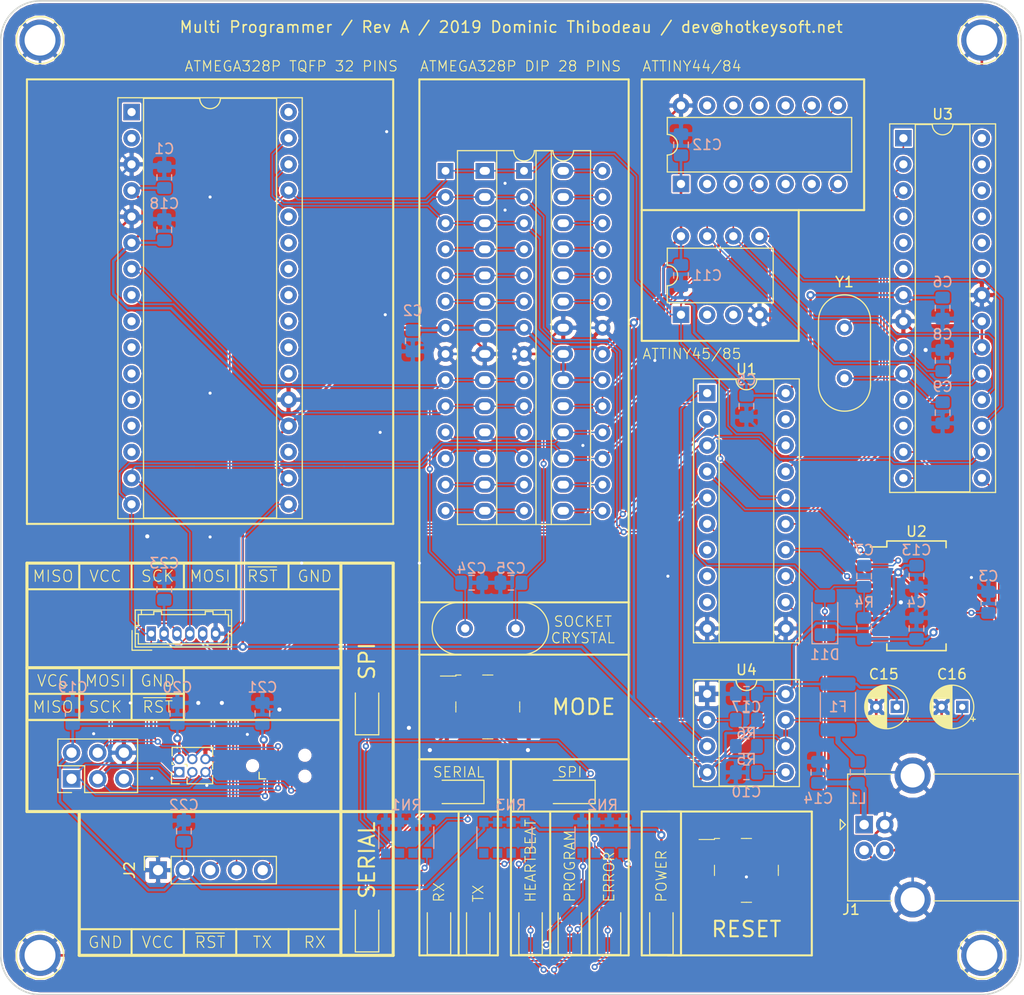
<source format=kicad_pcb>
(kicad_pcb (version 20171130) (host pcbnew "(5.1.4)-1")
  (layers (0 F.Cu signal) (31 B.Cu signal) (34 B.Paste user hide) (35 F.Paste user hide) (36 B.SilkS user) (37 F.SilkS user) (38 B.Mask user) (39 F.Mask user) (44 Edge.Cuts user))
  (net 0 "")
  (net 1 "Net-(U3-Pad4)")
  (net 2 "Net-(U3-Pad11)")
  (net 3 "Net-(U3-Pad12)")
  (net 4 "Net-(U3-Pad23)")
  (net 5 "Net-(U3-Pad24)")
  (net 6 "Net-(U3-Pad25)")
  (net 7 "Net-(U3-Pad26)")
  (net 8 "Net-(U3-Pad27)")
  (net 9 "Net-(U3-Pad28)")
  (net 10 "Net-(U1-Pad19)")
  (net 11 VCC)
  (net 12 GND)
  (net 13 /S_SCK)
  (net 14 /S_XTAL1)
  (net 15 /S_XTAL2)
  (net 16 /S_MOSI)
  (net 17 /S_MISO)
  (net 18 "Net-(U3-Pad5)")
  (net 19 "Net-(U3-Pad6)")
  (net 20 /RXD)
  (net 21 /TXD)
  (net 22 /~RESET)
  (net 23 /DTR)
  (net 24 /HB_LED)
  (net 25 /PRG_LED)
  (net 26 /ERR_LED)
  (net 27 "Net-(D6-Pad1)")
  (net 28 "Net-(D4-Pad1)")
  (net 29 "Net-(D8-Pad1)")
  (net 30 "Net-(D7-Pad1)")
  (net 31 "Net-(D3-Pad1)")
  (net 32 /SERIAL_LED)
  (net 33 "Net-(D2-Pad1)")
  (net 34 "Net-(D1-Pad1)")
  (net 35 /ICSP_LED)
  (net 36 "Net-(D5-Pad1)")
  (net 37 /MODE_SW)
  (net 38 "Net-(C8-Pad2)")
  (net 39 "Net-(C9-Pad2)")
  (net 40 /TXD_ICSP)
  (net 41 /TXD_SER)
  (net 42 /RXD_SER)
  (net 43 /RXD_ICSP)
  (net 44 /~RST_ICSP)
  (net 45 "Net-(U2-Pad6)")
  (net 46 "Net-(U2-Pad9)")
  (net 47 "Net-(U2-Pad10)")
  (net 48 "Net-(U2-Pad11)")
  (net 49 "Net-(U2-Pad12)")
  (net 50 "Net-(U2-Pad13)")
  (net 51 "Net-(U2-Pad14)")
  (net 52 "Net-(U2-Pad27)")
  (net 53 "Net-(U2-Pad28)")
  (net 54 "Net-(SK1-Pad1)")
  (net 55 "Net-(SK1-Pad2)")
  (net 56 "Net-(SK1-Pad19)")
  (net 57 "Net-(SK1-Pad22)")
  (net 58 "Net-(SK1-Pad23)")
  (net 59 "Net-(SK1-Pad24)")
  (net 60 "Net-(SK1-Pad9)")
  (net 61 "Net-(SK1-Pad25)")
  (net 62 "Net-(SK1-Pad10)")
  (net 63 "Net-(SK1-Pad26)")
  (net 64 "Net-(SK1-Pad11)")
  (net 65 "Net-(SK1-Pad27)")
  (net 66 "Net-(SK1-Pad12)")
  (net 67 "Net-(SK1-Pad28)")
  (net 68 "Net-(SK1-Pad13)")
  (net 69 "Net-(SK1-Pad14)")
  (net 70 "Net-(SK1-Pad32)")
  (net 71 /~U2RESET)
  (net 72 "Net-(D9-Pad2)")
  (net 73 "Net-(RN3-Pad3)")
  (net 74 "Net-(D10-Pad2)")
  (net 75 "Net-(RN3-Pad4)")
  (net 76 /~TX_LED)
  (net 77 /~RX_LED)
  (net 78 "Net-(C16-Pad1)")
  (net 79 "Net-(R6-Pad1)")
  (net 80 "Net-(C10-Pad2)")
  (net 81 "Net-(SK2-Pad15)")
  (net 82 "Net-(SK2-Pad16)")
  (net 83 "Net-(SK2-Pad4)")
  (net 84 "Net-(SK2-Pad5)")
  (net 85 "Net-(SK2-Pad6)")
  (net 86 "Net-(SK2-Pad23)")
  (net 87 "Net-(SK2-Pad24)")
  (net 88 "Net-(SK2-Pad11)")
  (net 89 "Net-(SK2-Pad25)")
  (net 90 "Net-(SK2-Pad12)")
  (net 91 "Net-(SK2-Pad26)")
  (net 92 "Net-(SK2-Pad13)")
  (net 93 "Net-(SK2-Pad27)")
  (net 94 "Net-(SK2-Pad14)")
  (net 95 "Net-(SK2-Pad28)")
  (net 96 +3V3)
  (net 97 "Net-(U2-Pad3)")
  (net 98 /~SCK_RST)
  (net 99 /~PRG_RST)
  (net 100 /VBUS)
  (net 101 /VFUSE)
  (net 102 /USB_P)
  (net 103 /USB_N)
  (net 104 "Net-(SK3-Pad2)")
  (net 105 "Net-(SK3-Pad3)")
  (net 106 "Net-(SK4-Pad2)")
  (net 107 "Net-(SK4-Pad3)")
  (net 108 "Net-(SK4-Pad10)")
  (net 109 "Net-(SK4-Pad11)")
  (net 110 "Net-(SK4-Pad5)")
  (net 111 "Net-(SK4-Pad12)")
  (net 112 "Net-(SK4-Pad6)")
  (net 113 "Net-(SK4-Pad13)")
  (module Capacitor_SMD:C_0805_2012Metric_Pad1.15x1.40mm_HandSolder (layer B.Cu) (at 151.13 107.315)
    (fp_text reference C25 (at 0 -1.397 180) (layer B.SilkS) (effects (justify mirror)))
    (fp_text value 22)
    (pad 2 smd roundrect (at 1.025 0) (size 1.15 1.4) (layers B.Cu B.Paste B.Mask) (roundrect_rratio 0.217391) (net 15 /S_XTAL2))
    (pad 1 smd roundrect (at -1.025 0) (size 1.15 1.4) (layers B.Cu B.Paste B.Mask) (roundrect_rratio 0.217391) (net 12 GND))
  )
  (module Capacitor_SMD:C_0805_2012Metric_Pad1.15x1.40mm_HandSolder (layer B.Cu) (at 147.32 107.315 180)
    (fp_text reference C24 (at 0 1.397) (layer B.SilkS) (effects (justify mirror)))
    (fp_text value 22)
    (pad 1 smd roundrect (at -1.025 0 180) (size 1.15 1.4) (layers B.Cu B.Paste B.Mask) (roundrect_rratio 0.217391) (net 12 GND))
    (pad 2 smd roundrect (at 1.025 0 180) (size 1.15 1.4) (layers B.Cu B.Paste B.Mask) (roundrect_rratio 0.217391) (net 14 /S_XTAL1))
  )
  (module Crystal:Crystal_HC18-U_Vertical (layer F.Cu) (at 146.685 111.76)
    (fp_text reference Y2 hide)
    (fp_text value 16MHz)
    (pad 1 thru_hole circle (at 0 0) (size 1.5 1.5) (drill 0.8) (layers *.Cu *.Mask) (net 14 /S_XTAL1))
    (pad 2 thru_hole circle (at 4.9 0) (size 1.5 1.5) (drill 0.8) (layers *.Cu *.Mask) (net 15 /S_XTAL2))
  )
  (module Package_DIP:DIP-14_W7.62mm (layer F.Cu) (at 167.64 68.58 90)
    (fp_text reference SK4 hide)
    (fp_text value ATtiny44/84)
    (pad 1 thru_hole rect (at 0 0 90) (size 1.6 1.6) (drill 0.8) (layers *.Cu *.Mask) (net 11 VCC))
    (pad 8 thru_hole oval (at 7.62 15.24 90) (size 1.6 1.6) (drill 0.8) (layers *.Cu *.Mask) (net 17 /S_MISO))
    (pad 2 thru_hole oval (at 0 2.54 90) (size 1.6 1.6) (drill 0.8) (layers *.Cu *.Mask) (net 106 "Net-(SK4-Pad2)"))
    (pad 9 thru_hole oval (at 7.62 12.7 90) (size 1.6 1.6) (drill 0.8) (layers *.Cu *.Mask) (net 13 /S_SCK))
    (pad 3 thru_hole oval (at 0 5.08 90) (size 1.6 1.6) (drill 0.8) (layers *.Cu *.Mask) (net 107 "Net-(SK4-Pad3)"))
    (pad 10 thru_hole oval (at 7.62 10.16 90) (size 1.6 1.6) (drill 0.8) (layers *.Cu *.Mask) (net 108 "Net-(SK4-Pad10)"))
    (pad 4 thru_hole oval (at 0 7.62 90) (size 1.6 1.6) (drill 0.8) (layers *.Cu *.Mask) (net 98 /~SCK_RST))
    (pad 11 thru_hole oval (at 7.62 7.62 90) (size 1.6 1.6) (drill 0.8) (layers *.Cu *.Mask) (net 109 "Net-(SK4-Pad11)"))
    (pad 5 thru_hole oval (at 0 10.16 90) (size 1.6 1.6) (drill 0.8) (layers *.Cu *.Mask) (net 110 "Net-(SK4-Pad5)"))
    (pad 12 thru_hole oval (at 7.62 5.08 90) (size 1.6 1.6) (drill 0.8) (layers *.Cu *.Mask) (net 111 "Net-(SK4-Pad12)"))
    (pad 6 thru_hole oval (at 0 12.7 90) (size 1.6 1.6) (drill 0.8) (layers *.Cu *.Mask) (net 112 "Net-(SK4-Pad6)"))
    (pad 13 thru_hole oval (at 7.62 2.54 90) (size 1.6 1.6) (drill 0.8) (layers *.Cu *.Mask) (net 113 "Net-(SK4-Pad13)"))
    (pad 7 thru_hole oval (at 0 15.24 90) (size 1.6 1.6) (drill 0.8) (layers *.Cu *.Mask) (net 16 /S_MOSI))
    (pad 14 thru_hole oval (at 7.62 0 90) (size 1.6 1.6) (drill 0.8) (layers *.Cu *.Mask) (net 12 GND))
  )
  (module Package_DIP:DIP-8_W7.62mm (layer F.Cu) (at 167.64 81.28 90)
    (fp_text reference SK3 hide)
    (fp_text value ATtiny45/85)
    (pad 1 thru_hole rect (at 0 0 90) (size 1.6 1.6) (drill 0.8) (layers *.Cu *.Mask) (net 98 /~SCK_RST))
    (pad 5 thru_hole oval (at 7.62 7.62 90) (size 1.6 1.6) (drill 0.8) (layers *.Cu *.Mask) (net 16 /S_MOSI))
    (pad 2 thru_hole oval (at 0 2.54 90) (size 1.6 1.6) (drill 0.8) (layers *.Cu *.Mask) (net 104 "Net-(SK3-Pad2)"))
    (pad 6 thru_hole oval (at 7.62 5.08 90) (size 1.6 1.6) (drill 0.8) (layers *.Cu *.Mask) (net 17 /S_MISO))
    (pad 3 thru_hole oval (at 0 5.08 90) (size 1.6 1.6) (drill 0.8) (layers *.Cu *.Mask) (net 105 "Net-(SK3-Pad3)"))
    (pad 7 thru_hole oval (at 7.62 2.54 90) (size 1.6 1.6) (drill 0.8) (layers *.Cu *.Mask) (net 13 /S_SCK))
    (pad 4 thru_hole oval (at 0 7.62 90) (size 1.6 1.6) (drill 0.8) (layers *.Cu *.Mask) (net 12 GND))
    (pad 8 thru_hole oval (at 7.62 0 90) (size 1.6 1.6) (drill 0.8) (layers *.Cu *.Mask) (net 11 VCC))
  )
  (module Resistor_SMD:R_Array_Convex_4x1206 (layer B.Cu) (at 140.97 132.08 270)
    (fp_text reference RN1 (at -3.175 0) (layer B.SilkS) (effects (justify mirror)))
    (fp_text value 1k)
    (pad 1 smd rect (at -1.5 2 270) (size 0.9 0.9) (layers B.Cu B.Paste B.Mask) (net 12 GND))
    (pad 4 smd rect (at -1.5 -2 270) (size 0.9 0.9) (layers B.Cu B.Paste B.Mask) (net 12 GND))
    (pad 2 smd rect (at -1.5 0.66 270) (size 0.9 0.9) (layers B.Cu B.Paste B.Mask) (net 12 GND))
    (pad 3 smd rect (at -1.5 -0.66 270) (size 0.9 0.9) (layers B.Cu B.Paste B.Mask) (net 12 GND))
    (pad 7 smd rect (at 1.5 0.66 270) (size 0.9 0.9) (layers B.Cu B.Paste B.Mask) (net 33 "Net-(D2-Pad1)"))
    (pad 8 smd rect (at 1.5 2 270) (size 0.9 0.9) (layers B.Cu B.Paste B.Mask) (net 34 "Net-(D1-Pad1)"))
    (pad 5 smd rect (at 1.5 -2 270) (size 0.9 0.9) (layers B.Cu B.Paste B.Mask) (net 28 "Net-(D4-Pad1)"))
    (pad 6 smd rect (at 1.5 -0.66 270) (size 0.9 0.9) (layers B.Cu B.Paste B.Mask) (net 31 "Net-(D3-Pad1)"))
  )
  (module Resistor_SMD:R_Array_Convex_4x1206 (layer B.Cu) (at 160.02 132.08 270)
    (fp_text reference RN2 (at -3.175 0) (layer B.SilkS) (effects (justify mirror)))
    (fp_text value 1k)
    (pad 6 smd rect (at 1.5 -0.66 270) (size 0.9 0.9) (layers B.Cu B.Paste B.Mask) (net 30 "Net-(D7-Pad1)"))
    (pad 5 smd rect (at 1.5 -2 270) (size 0.9 0.9) (layers B.Cu B.Paste B.Mask) (net 29 "Net-(D8-Pad1)"))
    (pad 8 smd rect (at 1.5 2 270) (size 0.9 0.9) (layers B.Cu B.Paste B.Mask) (net 36 "Net-(D5-Pad1)"))
    (pad 7 smd rect (at 1.5 0.66 270) (size 0.9 0.9) (layers B.Cu B.Paste B.Mask) (net 27 "Net-(D6-Pad1)"))
    (pad 3 smd rect (at -1.5 -0.66 270) (size 0.9 0.9) (layers B.Cu B.Paste B.Mask) (net 12 GND))
    (pad 2 smd rect (at -1.5 0.66 270) (size 0.9 0.9) (layers B.Cu B.Paste B.Mask) (net 12 GND))
    (pad 4 smd rect (at -1.5 -2 270) (size 0.9 0.9) (layers B.Cu B.Paste B.Mask) (net 12 GND))
    (pad 1 smd rect (at -1.5 2 270) (size 0.9 0.9) (layers B.Cu B.Paste B.Mask) (net 12 GND))
  )
  (module Resistor_SMD:R_Array_Convex_4x1206 (layer B.Cu) (at 150.495 132.08 90)
    (fp_text reference RN3 (at 3.175 0.635 180) (layer B.SilkS) (effects (justify mirror)))
    (fp_text value 1k)
    (pad 1 smd rect (at -1.5 2 90) (size 0.9 0.9) (layers B.Cu B.Paste B.Mask) (net 72 "Net-(D9-Pad2)"))
    (pad 4 smd rect (at -1.5 -2 90) (size 0.9 0.9) (layers B.Cu B.Paste B.Mask) (net 75 "Net-(RN3-Pad4)"))
    (pad 2 smd rect (at -1.5 0.66 90) (size 0.9 0.9) (layers B.Cu B.Paste B.Mask) (net 74 "Net-(D10-Pad2)"))
    (pad 3 smd rect (at -1.5 -0.66 90) (size 0.9 0.9) (layers B.Cu B.Paste B.Mask) (net 73 "Net-(RN3-Pad3)"))
    (pad 7 smd rect (at 1.5 0.66 90) (size 0.9 0.9) (layers B.Cu B.Paste B.Mask) (net 11 VCC))
    (pad 8 smd rect (at 1.5 2 90) (size 0.9 0.9) (layers B.Cu B.Paste B.Mask) (net 11 VCC))
    (pad 5 smd rect (at 1.5 -2 90) (size 0.9 0.9) (layers B.Cu B.Paste B.Mask) (net 11 VCC))
    (pad 6 smd rect (at 1.5 -0.66 90) (size 0.9 0.9) (layers B.Cu B.Paste B.Mask) (net 11 VCC))
  )
  (module LED_SMD:LED_1206_3216Metric_Pad1.42x1.75mm_HandSolder (layer F.Cu) (at 144.145 140.97 90)
    (fp_text reference D10 hide)
    (fp_text value RX)
    (pad 2 smd roundrect (at 1.4875 0 90) (size 1.425 1.75) (layers F.Cu F.Paste F.Mask) (roundrect_rratio 0.175439) (net 74 "Net-(D10-Pad2)"))
    (pad 1 smd roundrect (at -1.4875 0 90) (size 1.425 1.75) (layers F.Cu F.Paste F.Mask) (roundrect_rratio 0.175439) (net 77 /~RX_LED))
  )
  (module LED_SMD:LED_1206_3216Metric_Pad1.42x1.75mm_HandSolder (layer F.Cu) (at 147.955 140.97 90)
    (fp_text reference D9 hide)
    (fp_text value TX)
    (pad 1 smd roundrect (at -1.4875 0 90) (size 1.425 1.75) (layers F.Cu F.Paste F.Mask) (roundrect_rratio 0.175439) (net 76 /~TX_LED))
    (pad 2 smd roundrect (at 1.4875 0 90) (size 1.425 1.75) (layers F.Cu F.Paste F.Mask) (roundrect_rratio 0.175439) (net 72 "Net-(D9-Pad2)"))
  )
  (module LED_SMD:LED_1206_3216Metric_Pad1.42x1.75mm_HandSolder (layer F.Cu) (at 156.845 140.97 90)
    (fp_text reference D7 hide)
    (fp_text value PRG)
    (pad 2 smd roundrect (at 1.4875 0 90) (size 1.425 1.75) (layers F.Cu F.Paste F.Mask) (roundrect_rratio 0.175439) (net 25 /PRG_LED))
    (pad 1 smd roundrect (at -1.4875 0 90) (size 1.425 1.75) (layers F.Cu F.Paste F.Mask) (roundrect_rratio 0.175439) (net 30 "Net-(D7-Pad1)"))
  )
  (module LED_SMD:LED_1206_3216Metric_Pad1.42x1.75mm_HandSolder (layer F.Cu) (at 160.655 140.97 90)
    (fp_text reference D6 hide)
    (fp_text value ERR)
    (pad 1 smd roundrect (at -1.4875 0 90) (size 1.425 1.75) (layers F.Cu F.Paste F.Mask) (roundrect_rratio 0.175439) (net 27 "Net-(D6-Pad1)"))
    (pad 2 smd roundrect (at 1.4875 0 90) (size 1.425 1.75) (layers F.Cu F.Paste F.Mask) (roundrect_rratio 0.175439) (net 26 /ERR_LED))
  )
  (module LED_SMD:LED_1206_3216Metric_Pad1.42x1.75mm_HandSolder (layer F.Cu) (at 153.035 140.97 90)
    (fp_text reference D5 hide)
    (fp_text value HB)
    (pad 2 smd roundrect (at 1.4875 0 90) (size 1.425 1.75) (layers F.Cu F.Paste F.Mask) (roundrect_rratio 0.175439) (net 24 /HB_LED))
    (pad 1 smd roundrect (at -1.4875 0 90) (size 1.425 1.75) (layers F.Cu F.Paste F.Mask) (roundrect_rratio 0.175439) (net 36 "Net-(D5-Pad1)"))
  )
  (module LED_SMD:LED_1206_3216Metric_Pad1.42x1.75mm_HandSolder (layer F.Cu) (at 137.16 140.714998 90)
    (fp_text reference D4 hide)
    (fp_text value S2)
    (pad 1 smd roundrect (at -1.4875 0 90) (size 1.425 1.75) (layers F.Cu F.Paste F.Mask) (roundrect_rratio 0.175439) (net 28 "Net-(D4-Pad1)"))
    (pad 2 smd roundrect (at 1.4875 0 90) (size 1.425 1.75) (layers F.Cu F.Paste F.Mask) (roundrect_rratio 0.175439) (net 32 /SERIAL_LED))
  )
  (module LED_SMD:LED_1206_3216Metric_Pad1.42x1.75mm_HandSolder (layer F.Cu) (at 165.735 140.97 90)
    (fp_text reference D8 hide)
    (fp_text value PWR)
    (pad 2 smd roundrect (at 1.4875 0 90) (size 1.425 1.75) (layers F.Cu F.Paste F.Mask) (roundrect_rratio 0.175439) (net 11 VCC))
    (pad 1 smd roundrect (at -1.4875 0 90) (size 1.425 1.75) (layers F.Cu F.Paste F.Mask) (roundrect_rratio 0.175439) (net 29 "Net-(D8-Pad1)"))
  )
  (module LED_SMD:LED_1206_3216Metric_Pad1.42x1.75mm_HandSolder (layer F.Cu) (at 137.16 119.625 90)
    (fp_text reference D2 hide)
    (fp_text value SPI2)
    (pad 1 smd roundrect (at -1.4875 0 90) (size 1.425 1.75) (layers F.Cu F.Paste F.Mask) (roundrect_rratio 0.175439) (net 33 "Net-(D2-Pad1)"))
    (pad 2 smd roundrect (at 1.4875 0 90) (size 1.425 1.75) (layers F.Cu F.Paste F.Mask) (roundrect_rratio 0.175439) (net 35 /ICSP_LED))
  )
  (module LED_SMD:LED_1206_3216Metric_Pad1.42x1.75mm_HandSolder (layer F.Cu) (at 146.05 127.635 180)
    (fp_text reference D3 hide)
    (fp_text value S1)
    (pad 2 smd roundrect (at 1.4875 0 180) (size 1.425 1.75) (layers F.Cu F.Paste F.Mask) (roundrect_rratio 0.175439) (net 32 /SERIAL_LED))
    (pad 1 smd roundrect (at -1.4875 0 180) (size 1.425 1.75) (layers F.Cu F.Paste F.Mask) (roundrect_rratio 0.175439) (net 31 "Net-(D3-Pad1)"))
  )
  (module LED_SMD:LED_1206_3216Metric_Pad1.42x1.75mm_HandSolder (layer F.Cu) (at 156.845 127.635 180)
    (fp_text reference D1 hide)
    (fp_text value SPI1)
    (pad 1 smd roundrect (at -1.4875 0 180) (size 1.425 1.75) (layers F.Cu F.Paste F.Mask) (roundrect_rratio 0.175439) (net 34 "Net-(D1-Pad1)"))
    (pad 2 smd roundrect (at 1.4875 0 180) (size 1.425 1.75) (layers F.Cu F.Paste F.Mask) (roundrect_rratio 0.175439) (net 35 /ICSP_LED))
  )
  (module DTLib:SOD80 (layer B.Cu) (at 181.61 110.49 90)
    (fp_text reference D11 (at -3.81 0 -180) (layer B.SilkS) (effects (justify mirror)))
    (fp_text value LL4148)
    (pad 1 smd roundrect (at -1.875 0 90) (size 1.25 2) (layers B.Cu B.Paste B.Mask) (roundrect_rratio 0.156) (net 96 +3V3))
    (pad 2 smd roundrect (at 1.875 0 90) (size 1.25 2) (layers B.Cu B.Paste B.Mask) (roundrect_rratio 0.156) (net 22 /~RESET))
  )
  (module Capacitor_SMD:C_0805_2012Metric_Pad1.15x1.40mm_HandSolder (layer B.Cu) (at 117.475 107.95 270)
    (fp_text reference C23 (at -2.54 0) (layer B.SilkS) (effects (justify mirror)))
    (fp_text value 100n)
    (pad 1 smd roundrect (at -1.025 0 270) (size 1.15 1.4) (layers B.Cu B.Paste B.Mask) (roundrect_rratio 0.217391) (net 12 GND))
    (pad 2 smd roundrect (at 1.025 0 270) (size 1.15 1.4) (layers B.Cu B.Paste B.Mask) (roundrect_rratio 0.217391) (net 11 VCC))
  )
  (module Capacitor_SMD:C_0805_2012Metric_Pad1.15x1.40mm_HandSolder (layer B.Cu) (at 108.585 120.015 270)
    (fp_text reference C19 (at -2.54 0) (layer B.SilkS) (effects (justify mirror)))
    (fp_text value 100n)
    (pad 2 smd roundrect (at 1.025 0 270) (size 1.15 1.4) (layers B.Cu B.Paste B.Mask) (roundrect_rratio 0.217391) (net 11 VCC))
    (pad 1 smd roundrect (at -1.025 0 270) (size 1.15 1.4) (layers B.Cu B.Paste B.Mask) (roundrect_rratio 0.217391) (net 12 GND))
  )
  (module Capacitor_SMD:C_0805_2012Metric_Pad1.15x1.40mm_HandSolder (layer B.Cu) (at 127 120.015 270)
    (fp_text reference C21 (at -2.54 0) (layer B.SilkS) (effects (justify mirror)))
    (fp_text value 100n)
    (pad 1 smd roundrect (at -1.025 0 270) (size 1.15 1.4) (layers B.Cu B.Paste B.Mask) (roundrect_rratio 0.217391) (net 12 GND))
    (pad 2 smd roundrect (at 1.025 0 270) (size 1.15 1.4) (layers B.Cu B.Paste B.Mask) (roundrect_rratio 0.217391) (net 11 VCC))
  )
  (module Capacitor_SMD:C_0805_2012Metric_Pad1.15x1.40mm_HandSolder (layer B.Cu) (at 119.38 131.445 270)
    (fp_text reference C22 (at -2.54 0) (layer B.SilkS) (effects (justify mirror)))
    (fp_text value 100n)
    (pad 2 smd roundrect (at 1.025 0 270) (size 1.15 1.4) (layers B.Cu B.Paste B.Mask) (roundrect_rratio 0.217391) (net 11 VCC))
    (pad 1 smd roundrect (at -1.025 0 270) (size 1.15 1.4) (layers B.Cu B.Paste B.Mask) (roundrect_rratio 0.217391) (net 12 GND))
  )
  (module Capacitor_SMD:C_0805_2012Metric_Pad1.15x1.40mm_HandSolder (layer B.Cu) (at 118.745 120.015 270)
    (fp_text reference C20 (at -2.54 0) (layer B.SilkS) (effects (justify mirror)))
    (fp_text value 100n)
    (pad 1 smd roundrect (at -1.025 0 270) (size 1.15 1.4) (layers B.Cu B.Paste B.Mask) (roundrect_rratio 0.217391) (net 12 GND))
    (pad 2 smd roundrect (at 1.025 0 270) (size 1.15 1.4) (layers B.Cu B.Paste B.Mask) (roundrect_rratio 0.217391) (net 11 VCC))
  )
  (module Capacitor_SMD:C_0805_2012Metric_Pad1.15x1.40mm_HandSolder (layer B.Cu) (at 117.475 73.025 270)
    (fp_text reference C18 (at -2.54 0) (layer B.SilkS) (effects (justify mirror)))
    (fp_text value 100n)
    (pad 1 smd roundrect (at -1.025 0 270) (size 1.15 1.4) (layers B.Cu B.Paste B.Mask) (roundrect_rratio 0.217391) (net 12 GND))
    (pad 2 smd roundrect (at 1.025 0 270) (size 1.15 1.4) (layers B.Cu B.Paste B.Mask) (roundrect_rratio 0.217391) (net 11 VCC))
  )
  (module Capacitor_SMD:C_0805_2012Metric_Pad1.15x1.40mm_HandSolder (layer B.Cu) (at 173.99 118.11)
    (fp_text reference C17 (at 0 1.27) (layer B.SilkS) (effects (justify mirror)))
    (fp_text value 100n)
    (pad 1 smd roundrect (at -1.025 0) (size 1.15 1.4) (layers B.Cu B.Paste B.Mask) (roundrect_rratio 0.217391) (net 12 GND))
    (pad 2 smd roundrect (at 1.025 0) (size 1.15 1.4) (layers B.Cu B.Paste B.Mask) (roundrect_rratio 0.217391) (net 11 VCC))
  )
  (module Capacitor_THT:CP_Radial_D4.0mm_P2.00mm (layer F.Cu) (at 194.945 119.38 180)
    (fp_text reference C16 (at 1 3.175 180) (layer F.SilkS))
    (fp_text value 2.2uF)
    (pad 1 thru_hole rect (at 0 0 180) (size 1.2 1.2) (drill 0.6) (layers *.Cu *.Mask) (net 78 "Net-(C16-Pad1)"))
    (pad 2 thru_hole circle (at 2 0 180) (size 1.2 1.2) (drill 0.6) (layers *.Cu *.Mask) (net 12 GND))
  )
  (module Package_DIP:DIP-8_W7.62mm_Socket (layer F.Cu) (at 170.18 118.11)
    (fp_text reference U4 (at 3.81 -2.33) (layer F.SilkS))
    (fp_text value NE555)
    (pad 1 thru_hole rect (at 0 0) (size 1.6 1.6) (drill 0.8) (layers *.Cu *.Mask) (net 12 GND))
    (pad 5 thru_hole oval (at 7.62 7.62) (size 1.6 1.6) (drill 0.8) (layers *.Cu *.Mask) (net 80 "Net-(C10-Pad2)"))
    (pad 2 thru_hole oval (at 0 2.54) (size 1.6 1.6) (drill 0.8) (layers *.Cu *.Mask) (net 79 "Net-(R6-Pad1)"))
    (pad 6 thru_hole oval (at 7.62 5.08) (size 1.6 1.6) (drill 0.8) (layers *.Cu *.Mask) (net 78 "Net-(C16-Pad1)"))
    (pad 3 thru_hole oval (at 0 5.08) (size 1.6 1.6) (drill 0.8) (layers *.Cu *.Mask) (net 37 /MODE_SW))
    (pad 7 thru_hole oval (at 7.62 2.54) (size 1.6 1.6) (drill 0.8) (layers *.Cu *.Mask) (net 78 "Net-(C16-Pad1)"))
    (pad 4 thru_hole oval (at 0 7.62) (size 1.6 1.6) (drill 0.8) (layers *.Cu *.Mask) (net 11 VCC))
    (pad 8 thru_hole oval (at 7.62 0) (size 1.6 1.6) (drill 0.8) (layers *.Cu *.Mask) (net 11 VCC))
  )
  (module Capacitor_THT:CP_Radial_D4.0mm_P2.00mm (layer F.Cu) (at 188.595 119.38 180)
    (fp_text reference C15 (at 1.27 3.175 180) (layer F.SilkS))
    (fp_text value 4.7uF)
    (pad 1 thru_hole rect (at 0 0 180) (size 1.2 1.2) (drill 0.6) (layers *.Cu *.Mask) (net 11 VCC))
    (pad 2 thru_hole circle (at 2 0 180) (size 1.2 1.2) (drill 0.6) (layers *.Cu *.Mask) (net 12 GND))
  )
  (module Capacitor_SMD:C_0805_2012Metric_Pad1.15x1.40mm_HandSolder (layer B.Cu) (at 180.975 125.73 270)
    (fp_text reference C14 (at 2.54 0) (layer B.SilkS) (effects (justify mirror)))
    (fp_text value 10n)
    (pad 1 smd roundrect (at -1.025 0 270) (size 1.15 1.4) (layers B.Cu B.Paste B.Mask) (roundrect_rratio 0.217391) (net 12 GND))
    (pad 2 smd roundrect (at 1.025 0 270) (size 1.15 1.4) (layers B.Cu B.Paste B.Mask) (roundrect_rratio 0.217391) (net 100 /VBUS))
  )
  (module Inductor_SMD:L_0805_2012Metric_Pad1.15x1.40mm_HandSolder (layer B.Cu) (at 184.785 125.73 270)
    (fp_text reference L1 (at 2.54 0) (layer B.SilkS) (effects (justify mirror)))
    (fp_text value Ferrite)
    (pad 1 smd roundrect (at -1.025 0 270) (size 1.15 1.4) (layers B.Cu B.Paste B.Mask) (roundrect_rratio 0.217391) (net 101 /VFUSE))
    (pad 2 smd roundrect (at 1.025 0 270) (size 1.15 1.4) (layers B.Cu B.Paste B.Mask) (roundrect_rratio 0.217391) (net 100 /VBUS))
  )
  (module Fuse:Fuse_1812_4532Metric_Pad1.30x3.40mm_HandSolder (layer B.Cu) (at 182.88 119.38 90)
    (fp_text reference F1 (at 0 0 180) (layer B.SilkS) (effects (justify mirror)))
    (fp_text value 500mA)
    (pad 1 smd roundrect (at -2.225 0 90) (size 1.3 3.4) (layers B.Cu B.Paste B.Mask) (roundrect_rratio 0.192308) (net 101 /VFUSE))
    (pad 2 smd roundrect (at 2.225 0 90) (size 1.3 3.4) (layers B.Cu B.Paste B.Mask) (roundrect_rratio 0.192308) (net 11 VCC))
  )
  (module Connector_PinSocket_2.54mm:PinSocket_1x05_P2.54mm_Vertical (layer F.Cu) (at 116.87 135.23 90)
    (fp_text reference J2 (at 0 -2.77 90) (layer F.SilkS))
    (fp_text value Serial)
    (pad 1 thru_hole rect (at 0 0 90) (size 1.7 1.7) (drill 1) (layers *.Cu *.Mask) (net 12 GND))
    (pad 2 thru_hole oval (at 0 2.54 90) (size 1.7 1.7) (drill 1) (layers *.Cu *.Mask) (net 11 VCC))
    (pad 3 thru_hole oval (at 0 5.08 90) (size 1.7 1.7) (drill 1) (layers *.Cu *.Mask) (net 98 /~SCK_RST))
    (pad 4 thru_hole oval (at 0 7.62 90) (size 1.7 1.7) (drill 1) (layers *.Cu *.Mask) (net 41 /TXD_SER))
    (pad 5 thru_hole oval (at 0 10.16 90) (size 1.7 1.7) (drill 1) (layers *.Cu *.Mask) (net 42 /RXD_SER))
  )
  (module Capacitor_SMD:C_0805_2012Metric_Pad1.15x1.40mm_HandSolder (layer B.Cu) (at 190.5 106.68 90)
    (fp_text reference C13 (at 2.54 0) (layer B.SilkS) (effects (justify mirror)))
    (fp_text value 100n)
    (pad 1 smd roundrect (at -1.025 0 90) (size 1.15 1.4) (layers B.Cu B.Paste B.Mask) (roundrect_rratio 0.217391) (net 12 GND))
    (pad 2 smd roundrect (at 1.025 0 90) (size 1.15 1.4) (layers B.Cu B.Paste B.Mask) (roundrect_rratio 0.217391) (net 11 VCC))
  )
  (module Connector:Tag-Connect_TC2030-IDC-NL_2x03_P1.27mm_Vertical (layer F.Cu) (at 128.5875 125.09)
    (fp_text reference H4 hide)
    (fp_text value Tag-Connect)
    (pad "" np_thru_hole circle (at 2.54 -1.016) (size 0.9906 0.9906) (drill 0.9906) (layers *.Cu *.Mask))
    (pad "" np_thru_hole circle (at 2.54 1.016) (size 0.9906 0.9906) (drill 0.9906) (layers *.Cu *.Mask))
    (pad "" np_thru_hole circle (at -2.54 0) (size 0.9906 0.9906) (drill 0.9906) (layers *.Cu *.Mask))
    (pad 1 connect circle (at -1.27 0.635) (size 0.7874 0.7874) (layers F.Cu F.Mask) (net 17 /S_MISO))
    (pad 2 connect circle (at -1.27 -0.635) (size 0.7874 0.7874) (layers F.Cu F.Mask) (net 11 VCC))
    (pad 3 connect circle (at 0 0.635) (size 0.7874 0.7874) (layers F.Cu F.Mask) (net 13 /S_SCK))
    (pad 4 connect circle (at 0 -0.635) (size 0.7874 0.7874) (layers F.Cu F.Mask) (net 16 /S_MOSI))
    (pad 5 connect circle (at 1.27 0.635) (size 0.7874 0.7874) (layers F.Cu F.Mask) (net 44 /~RST_ICSP))
    (pad 6 connect circle (at 1.27 -0.635) (size 0.7874 0.7874) (layers F.Cu F.Mask) (net 12 GND))
  )
  (module Connector_Hirose:Hirose_DF13-06P-1.25DSA_1x06_P1.25mm_Vertical (layer F.Cu) (at 116.205 112.26)
    (fp_text reference H3 hide)
    (fp_text value MICRO-JST)
    (pad 1 thru_hole rect (at 0 0) (size 0.9 1.4) (drill 0.6) (layers *.Cu *.Mask) (net 17 /S_MISO))
    (pad 2 thru_hole oval (at 1.25 0) (size 0.9 1.4) (drill 0.6) (layers *.Cu *.Mask) (net 11 VCC))
    (pad 3 thru_hole oval (at 2.5 0) (size 0.9 1.4) (drill 0.6) (layers *.Cu *.Mask) (net 13 /S_SCK))
    (pad 4 thru_hole oval (at 3.75 0) (size 0.9 1.4) (drill 0.6) (layers *.Cu *.Mask) (net 16 /S_MOSI))
    (pad 5 thru_hole oval (at 5 0) (size 0.9 1.4) (drill 0.6) (layers *.Cu *.Mask) (net 44 /~RST_ICSP))
    (pad 6 thru_hole oval (at 6.25 0) (size 0.9 1.4) (drill 0.6) (layers *.Cu *.Mask) (net 12 GND))
  )
  (module Connector_PinHeader_1.27mm:PinHeader_2x03_P1.27mm_Vertical (layer F.Cu) (at 118.93 125.715 90)
    (fp_text reference H2 hide)
    (fp_text value "ICSP 1.27mm")
    (pad 1 thru_hole rect (at 0 0 90) (size 1 1) (drill 0.65) (layers *.Cu *.Mask) (net 17 /S_MISO))
    (pad 2 thru_hole oval (at 1.27 0 90) (size 1 1) (drill 0.65) (layers *.Cu *.Mask) (net 11 VCC))
    (pad 3 thru_hole oval (at 0 1.27 90) (size 1 1) (drill 0.65) (layers *.Cu *.Mask) (net 13 /S_SCK))
    (pad 4 thru_hole oval (at 1.27 1.27 90) (size 1 1) (drill 0.65) (layers *.Cu *.Mask) (net 16 /S_MOSI))
    (pad 5 thru_hole oval (at 0 2.54 90) (size 1 1) (drill 0.65) (layers *.Cu *.Mask) (net 44 /~RST_ICSP))
    (pad 6 thru_hole oval (at 1.27 2.54 90) (size 1 1) (drill 0.65) (layers *.Cu *.Mask) (net 12 GND))
  )
  (module Connector_PinHeader_2.54mm:PinHeader_2x03_P2.54mm_Vertical (layer F.Cu) (at 108.4725 126.365 90)
    (fp_text reference H1 hide)
    (fp_text value "ICSP 2.54mm")
    (pad 1 thru_hole rect (at 0 0 90) (size 1.7 1.7) (drill 1) (layers *.Cu *.Mask) (net 17 /S_MISO))
    (pad 2 thru_hole oval (at 2.54 0 90) (size 1.7 1.7) (drill 1) (layers *.Cu *.Mask) (net 11 VCC))
    (pad 3 thru_hole oval (at 0 2.54 90) (size 1.7 1.7) (drill 1) (layers *.Cu *.Mask) (net 13 /S_SCK))
    (pad 4 thru_hole oval (at 2.54 2.54 90) (size 1.7 1.7) (drill 1) (layers *.Cu *.Mask) (net 16 /S_MOSI))
    (pad 5 thru_hole oval (at 0 5.08 90) (size 1.7 1.7) (drill 1) (layers *.Cu *.Mask) (net 44 /~RST_ICSP))
    (pad 6 thru_hole oval (at 2.54 5.08 90) (size 1.7 1.7) (drill 1) (layers *.Cu *.Mask) (net 12 GND))
  )
  (module DTLib:DIP-28_Zif_Multi (layer F.Cu) (at 152.4 67.31)
    (fp_text reference SK2 hide)
    (fp_text value ATmega328P-PU hide)
    (pad 1 thru_hole rect (at -3.81 0) (size 1.8 1.524) (drill oval 1 0.762) (layers *.Cu *.Mask) (net 98 /~SCK_RST))
    (pad 15 thru_hole oval (at 3.81 33.02) (size 1.9 1.524) (drill oval 1.1 0.762) (layers *.Cu *.Mask) (net 81 "Net-(SK2-Pad15)"))
    (pad 2 thru_hole oval (at -3.81 2.54) (size 1.9 1.524) (drill oval 1.1 0.762) (layers *.Cu *.Mask) (net 41 /TXD_SER))
    (pad 16 thru_hole oval (at 3.81 30.48) (size 1.9 1.524) (drill oval 1.1 0.762) (layers *.Cu *.Mask) (net 82 "Net-(SK2-Pad16)"))
    (pad 3 thru_hole oval (at -3.81 5.08) (size 1.9 1.524) (drill oval 1.1 0.762) (layers *.Cu *.Mask) (net 42 /RXD_SER))
    (pad 17 thru_hole oval (at 3.81 27.94) (size 1.9 1.524) (drill oval 1.1 0.762) (layers *.Cu *.Mask) (net 16 /S_MOSI))
    (pad 4 thru_hole oval (at -3.81 7.62) (size 1.9 1.524) (drill oval 1.1 0.762) (layers *.Cu *.Mask) (net 83 "Net-(SK2-Pad4)"))
    (pad 18 thru_hole oval (at 3.81 25.4) (size 1.9 1.524) (drill oval 1.1 0.762) (layers *.Cu *.Mask) (net 17 /S_MISO))
    (pad 5 thru_hole oval (at -3.81 10.16) (size 1.9 1.524) (drill oval 1.1 0.762) (layers *.Cu *.Mask) (net 84 "Net-(SK2-Pad5)"))
    (pad 19 thru_hole oval (at 3.81 22.86) (size 1.9 1.524) (drill oval 1.1 0.762) (layers *.Cu *.Mask) (net 13 /S_SCK))
    (pad 6 thru_hole oval (at -3.81 12.7) (size 1.9 1.524) (drill oval 1.1 0.762) (layers *.Cu *.Mask) (net 85 "Net-(SK2-Pad6)"))
    (pad 20 thru_hole oval (at 3.81 20.32) (size 1.9 1.524) (drill oval 1.1 0.762) (layers *.Cu *.Mask) (net 11 VCC))
    (pad 7 thru_hole oval (at -3.81 15.24) (size 1.9 1.524) (drill oval 1.1 0.762) (layers *.Cu *.Mask) (net 11 VCC))
    (pad 21 thru_hole oval (at 3.81 17.78) (size 1.9 1.524) (drill oval 1.1 0.762) (layers *.Cu *.Mask) (net 11 VCC))
    (pad 8 thru_hole oval (at -3.81 17.78) (size 1.9 1.524) (drill oval 1.1 0.762) (layers *.Cu *.Mask) (net 12 GND))
    (pad 22 thru_hole oval (at 3.81 15.24) (size 1.9 1.524) (drill oval 1.1 0.762) (layers *.Cu *.Mask) (net 12 GND))
    (pad 9 thru_hole oval (at -3.81 20.32) (size 1.9 1.524) (drill oval 1.1 0.762) (layers *.Cu *.Mask) (net 14 /S_XTAL1))
    (pad 23 thru_hole oval (at 3.81 12.7) (size 1.9 1.524) (drill oval 1.1 0.762) (layers *.Cu *.Mask) (net 86 "Net-(SK2-Pad23)"))
    (pad 10 thru_hole oval (at -3.81 22.86) (size 1.9 1.524) (drill oval 1.1 0.762) (layers *.Cu *.Mask) (net 15 /S_XTAL2))
    (pad 24 thru_hole oval (at 3.81 10.16) (size 1.9 1.524) (drill oval 1.1 0.762) (layers *.Cu *.Mask) (net 87 "Net-(SK2-Pad24)"))
    (pad 11 thru_hole oval (at -3.81 25.4) (size 1.9 1.524) (drill oval 1.1 0.762) (layers *.Cu *.Mask) (net 88 "Net-(SK2-Pad11)"))
    (pad 25 thru_hole oval (at 3.81 7.62) (size 1.9 1.524) (drill oval 1.1 0.762) (layers *.Cu *.Mask) (net 89 "Net-(SK2-Pad25)"))
    (pad 12 thru_hole oval (at -3.81 27.94) (size 1.9 1.524) (drill oval 1.1 0.762) (layers *.Cu *.Mask) (net 90 "Net-(SK2-Pad12)"))
    (pad 26 thru_hole oval (at 3.81 5.08) (size 1.9 1.524) (drill oval 1.1 0.762) (layers *.Cu *.Mask) (net 91 "Net-(SK2-Pad26)"))
    (pad 13 thru_hole oval (at -3.81 30.48) (size 1.9 1.524) (drill oval 1.1 0.762) (layers *.Cu *.Mask) (net 92 "Net-(SK2-Pad13)"))
    (pad 27 thru_hole oval (at 3.81 2.54) (size 1.9 1.524) (drill oval 1.1 0.762) (layers *.Cu *.Mask) (net 93 "Net-(SK2-Pad27)"))
    (pad 14 thru_hole oval (at -3.81 33.02) (size 1.9 1.524) (drill oval 1.1 0.762) (layers *.Cu *.Mask) (net 94 "Net-(SK2-Pad14)"))
    (pad 28 thru_hole oval (at 3.81 0) (size 1.9 1.524) (drill oval 1.1 0.762) (layers *.Cu *.Mask) (net 95 "Net-(SK2-Pad28)"))
    (pad 1 thru_hole rect (at 0 0) (size 1.524 1.524) (drill 0.762) (layers *.Cu *.Mask) (net 98 /~SCK_RST))
    (pad 2 thru_hole circle (at 0 2.54) (size 1.524 1.524) (drill 0.762) (layers *.Cu *.Mask) (net 41 /TXD_SER))
    (pad 3 thru_hole circle (at 0 5.08) (size 1.524 1.524) (drill 0.762) (layers *.Cu *.Mask) (net 42 /RXD_SER))
    (pad 4 thru_hole circle (at 0 7.62) (size 1.524 1.524) (drill 0.762) (layers *.Cu *.Mask) (net 83 "Net-(SK2-Pad4)"))
    (pad 5 thru_hole circle (at 0 10.16) (size 1.524 1.524) (drill 0.762) (layers *.Cu *.Mask) (net 84 "Net-(SK2-Pad5)"))
    (pad 6 thru_hole circle (at 0 12.7) (size 1.524 1.524) (drill 0.762) (layers *.Cu *.Mask) (net 85 "Net-(SK2-Pad6)"))
    (pad 7 thru_hole circle (at 0 15.24) (size 1.524 1.524) (drill 0.762) (layers *.Cu *.Mask) (net 11 VCC))
    (pad 8 thru_hole circle (at 0 17.78) (size 1.524 1.524) (drill 0.762) (layers *.Cu *.Mask) (net 12 GND))
    (pad 9 thru_hole circle (at 0 20.32) (size 1.524 1.524) (drill 0.762) (layers *.Cu *.Mask) (net 14 /S_XTAL1))
    (pad 10 thru_hole circle (at 0 22.86) (size 1.524 1.524) (drill 0.762) (layers *.Cu *.Mask) (net 15 /S_XTAL2))
    (pad 11 thru_hole circle (at 0 25.4) (size 1.524 1.524) (drill 0.762) (layers *.Cu *.Mask) (net 88 "Net-(SK2-Pad11)"))
    (pad 12 thru_hole circle (at 0 27.94) (size 1.524 1.524) (drill 0.762) (layers *.Cu *.Mask) (net 90 "Net-(SK2-Pad12)"))
    (pad 13 thru_hole circle (at 0 30.48) (size 1.524 1.524) (drill 0.762) (layers *.Cu *.Mask) (net 92 "Net-(SK2-Pad13)"))
    (pad 14 thru_hole circle (at 0 33.02) (size 1.524 1.524) (drill 0.762) (layers *.Cu *.Mask) (net 94 "Net-(SK2-Pad14)"))
    (pad 28 thru_hole circle (at 7.62 0) (size 1.524 1.524) (drill 0.762) (layers *.Cu *.Mask) (net 95 "Net-(SK2-Pad28)"))
    (pad 27 thru_hole circle (at 7.62 2.54) (size 1.524 1.524) (drill 0.762) (layers *.Cu *.Mask) (net 93 "Net-(SK2-Pad27)"))
    (pad 26 thru_hole circle (at 7.62 5.08) (size 1.524 1.524) (drill 0.762) (layers *.Cu *.Mask) (net 91 "Net-(SK2-Pad26)"))
    (pad 25 thru_hole circle (at 7.62 7.62) (size 1.524 1.524) (drill 0.762) (layers *.Cu *.Mask) (net 89 "Net-(SK2-Pad25)"))
    (pad 24 thru_hole circle (at 7.62 10.16) (size 1.524 1.524) (drill 0.762) (layers *.Cu *.Mask) (net 87 "Net-(SK2-Pad24)"))
    (pad 23 thru_hole circle (at 7.62 12.7) (size 1.524 1.524) (drill 0.762) (layers *.Cu *.Mask) (net 86 "Net-(SK2-Pad23)"))
    (pad 22 thru_hole circle (at 7.62 15.24) (size 1.524 1.524) (drill 0.762) (layers *.Cu *.Mask) (net 12 GND))
    (pad 21 thru_hole circle (at 7.62 17.78) (size 1.524 1.524) (drill 0.762) (layers *.Cu *.Mask) (net 11 VCC))
    (pad 20 thru_hole circle (at 7.62 20.32) (size 1.524 1.524) (drill 0.762) (layers *.Cu *.Mask) (net 11 VCC))
    (pad 19 thru_hole circle (at 7.62 22.86) (size 1.524 1.524) (drill 0.762) (layers *.Cu *.Mask) (net 13 /S_SCK))
    (pad 18 thru_hole circle (at 7.62 25.4) (size 1.524 1.524) (drill 0.762) (layers *.Cu *.Mask) (net 17 /S_MISO))
    (pad 17 thru_hole circle (at 7.62 27.94) (size 1.524 1.524) (drill 0.762) (layers *.Cu *.Mask) (net 16 /S_MOSI))
    (pad 16 thru_hole circle (at 7.62 30.48) (size 1.524 1.524) (drill 0.762) (layers *.Cu *.Mask) (net 82 "Net-(SK2-Pad16)"))
    (pad 15 thru_hole circle (at 7.62 33.02) (size 1.524 1.524) (drill 0.762) (layers *.Cu *.Mask) (net 81 "Net-(SK2-Pad15)"))
    (pad 1 thru_hole rect (at -7.62 0) (size 1.524 1.524) (drill 0.762) (layers *.Cu *.Mask) (net 98 /~SCK_RST))
    (pad 2 thru_hole circle (at -7.62 2.54) (size 1.524 1.524) (drill 0.762) (layers *.Cu *.Mask) (net 41 /TXD_SER))
    (pad 3 thru_hole circle (at -7.62 5.08) (size 1.524 1.524) (drill 0.762) (layers *.Cu *.Mask) (net 42 /RXD_SER))
    (pad 4 thru_hole circle (at -7.62 7.62) (size 1.524 1.524) (drill 0.762) (layers *.Cu *.Mask) (net 83 "Net-(SK2-Pad4)"))
    (pad 5 thru_hole circle (at -7.62 10.16) (size 1.524 1.524) (drill 0.762) (layers *.Cu *.Mask) (net 84 "Net-(SK2-Pad5)"))
    (pad 6 thru_hole circle (at -7.62 12.7) (size 1.524 1.524) (drill 0.762) (layers *.Cu *.Mask) (net 85 "Net-(SK2-Pad6)"))
    (pad 7 thru_hole circle (at -7.62 15.24) (size 1.524 1.524) (drill 0.762) (layers *.Cu *.Mask) (net 11 VCC))
    (pad 8 thru_hole circle (at -7.62 17.78) (size 1.524 1.524) (drill 0.762) (layers *.Cu *.Mask) (net 12 GND))
    (pad 9 thru_hole circle (at -7.62 20.32) (size 1.524 1.524) (drill 0.762) (layers *.Cu *.Mask) (net 14 /S_XTAL1))
    (pad 10 thru_hole circle (at -7.62 22.86) (size 1.524 1.524) (drill 0.762) (layers *.Cu *.Mask) (net 15 /S_XTAL2))
    (pad 11 thru_hole circle (at -7.62 25.4) (size 1.524 1.524) (drill 0.762) (layers *.Cu *.Mask) (net 88 "Net-(SK2-Pad11)"))
    (pad 12 thru_hole circle (at -7.62 27.94) (size 1.524 1.524) (drill 0.762) (layers *.Cu *.Mask) (net 90 "Net-(SK2-Pad12)"))
    (pad 13 thru_hole circle (at -7.62 30.48) (size 1.524 1.524) (drill 0.762) (layers *.Cu *.Mask) (net 92 "Net-(SK2-Pad13)"))
    (pad 14 thru_hole circle (at -7.62 33.02) (size 1.524 1.524) (drill 0.762) (layers *.Cu *.Mask) (net 94 "Net-(SK2-Pad14)"))
  )
  (module DTLib:USB_B_OST_USB-B1HSxx_Horizontal (layer F.Cu) (at 185.42 130.81)
    (fp_text reference J1 (at -1.27 8.255) (layer F.SilkS))
    (fp_text value USB_B)
    (pad 1 thru_hole rect (at 0 0) (size 1.7 1.7) (drill 0.92) (layers *.Cu *.Mask) (net 100 /VBUS))
    (pad 2 thru_hole circle (at 0 2.5) (size 1.7 1.7) (drill 0.92) (layers *.Cu *.Mask) (net 103 /USB_N))
    (pad 3 thru_hole circle (at 2 2.5) (size 1.7 1.7) (drill 0.92) (layers *.Cu *.Mask) (net 102 /USB_P))
    (pad 4 thru_hole circle (at 2 0) (size 1.7 1.7) (drill 0.92) (layers *.Cu *.Mask) (net 12 GND))
    (pad 5 thru_hole circle (at 4.71 -4.77) (size 3.5 3.5) (drill 2.33) (layers *.Cu *.Mask) (net 12 GND))
    (pad 5 thru_hole circle (at 4.71 7.27) (size 3.5 3.5) (drill 2.33) (layers *.Cu *.Mask) (net 12 GND))
  )
  (module Package_DIP:DIP-20_W7.62mm_Socket (layer F.Cu) (at 170.18 88.9)
    (fp_text reference U1 (at 3.81 -2.33) (layer F.SilkS))
    (fp_text value TTLSW)
    (pad 1 thru_hole rect (at 0 0) (size 1.6 1.6) (drill 0.8) (layers *.Cu *.Mask) (net 37 /MODE_SW))
    (pad 11 thru_hole oval (at 7.62 22.86) (size 1.6 1.6) (drill 0.8) (layers *.Cu *.Mask) (net 12 GND))
    (pad 2 thru_hole oval (at 0 2.54) (size 1.6 1.6) (drill 0.8) (layers *.Cu *.Mask) (net 22 /~RESET))
    (pad 12 thru_hole oval (at 7.62 20.32) (size 1.6 1.6) (drill 0.8) (layers *.Cu *.Mask) (net 35 /ICSP_LED))
    (pad 3 thru_hole oval (at 0 5.08) (size 1.6 1.6) (drill 0.8) (layers *.Cu *.Mask) (net 44 /~RST_ICSP))
    (pad 13 thru_hole oval (at 7.62 17.78) (size 1.6 1.6) (drill 0.8) (layers *.Cu *.Mask) (net 32 /SERIAL_LED))
    (pad 4 thru_hole oval (at 0 7.62) (size 1.6 1.6) (drill 0.8) (layers *.Cu *.Mask) (net 21 /TXD))
    (pad 14 thru_hole oval (at 7.62 15.24) (size 1.6 1.6) (drill 0.8) (layers *.Cu *.Mask) (net 20 /RXD))
    (pad 5 thru_hole oval (at 0 10.16) (size 1.6 1.6) (drill 0.8) (layers *.Cu *.Mask) (net 42 /RXD_SER))
    (pad 15 thru_hole oval (at 7.62 12.7) (size 1.6 1.6) (drill 0.8) (layers *.Cu *.Mask) (net 40 /TXD_ICSP))
    (pad 6 thru_hole oval (at 0 12.7) (size 1.6 1.6) (drill 0.8) (layers *.Cu *.Mask) (net 43 /RXD_ICSP))
    (pad 16 thru_hole oval (at 7.62 10.16) (size 1.6 1.6) (drill 0.8) (layers *.Cu *.Mask) (net 41 /TXD_SER))
    (pad 7 thru_hole oval (at 0 15.24) (size 1.6 1.6) (drill 0.8) (layers *.Cu *.Mask))
    (pad 17 thru_hole oval (at 7.62 7.62) (size 1.6 1.6) (drill 0.8) (layers *.Cu *.Mask) (net 99 /~PRG_RST))
    (pad 8 thru_hole oval (at 0 17.78) (size 1.6 1.6) (drill 0.8) (layers *.Cu *.Mask))
    (pad 18 thru_hole oval (at 7.62 5.08) (size 1.6 1.6) (drill 0.8) (layers *.Cu *.Mask) (net 98 /~SCK_RST))
    (pad 9 thru_hole oval (at 0 20.32) (size 1.6 1.6) (drill 0.8) (layers *.Cu *.Mask))
    (pad 19 thru_hole oval (at 7.62 2.54) (size 1.6 1.6) (drill 0.8) (layers *.Cu *.Mask) (net 10 "Net-(U1-Pad19)"))
    (pad 10 thru_hole oval (at 0 22.86) (size 1.6 1.6) (drill 0.8) (layers *.Cu *.Mask) (net 12 GND))
    (pad 20 thru_hole oval (at 7.62 0) (size 1.6 1.6) (drill 0.8) (layers *.Cu *.Mask) (net 11 VCC))
  )
  (module Package_DIP:DIP-32_W15.24mm_Socket (layer F.Cu) (at 114.3 61.595)
    (fp_text reference SK1 hide)
    (fp_text value ATmega328P-AU)
    (pad 1 thru_hole rect (at 0 0) (size 1.6 1.6) (drill 0.8) (layers *.Cu *.Mask) (net 54 "Net-(SK1-Pad1)"))
    (pad 17 thru_hole oval (at 15.24 38.1) (size 1.6 1.6) (drill 0.8) (layers *.Cu *.Mask) (net 13 /S_SCK))
    (pad 2 thru_hole oval (at 0 2.54) (size 1.6 1.6) (drill 0.8) (layers *.Cu *.Mask) (net 55 "Net-(SK1-Pad2)"))
    (pad 18 thru_hole oval (at 15.24 35.56) (size 1.6 1.6) (drill 0.8) (layers *.Cu *.Mask) (net 11 VCC))
    (pad 3 thru_hole oval (at 0 5.08) (size 1.6 1.6) (drill 0.8) (layers *.Cu *.Mask) (net 12 GND))
    (pad 19 thru_hole oval (at 15.24 33.02) (size 1.6 1.6) (drill 0.8) (layers *.Cu *.Mask) (net 56 "Net-(SK1-Pad19)"))
    (pad 4 thru_hole oval (at 0 7.62) (size 1.6 1.6) (drill 0.8) (layers *.Cu *.Mask) (net 11 VCC))
    (pad 20 thru_hole oval (at 15.24 30.48) (size 1.6 1.6) (drill 0.8) (layers *.Cu *.Mask) (net 11 VCC))
    (pad 5 thru_hole oval (at 0 10.16) (size 1.6 1.6) (drill 0.8) (layers *.Cu *.Mask) (net 12 GND))
    (pad 21 thru_hole oval (at 15.24 27.94) (size 1.6 1.6) (drill 0.8) (layers *.Cu *.Mask) (net 12 GND))
    (pad 6 thru_hole oval (at 0 12.7) (size 1.6 1.6) (drill 0.8) (layers *.Cu *.Mask) (net 11 VCC))
    (pad 22 thru_hole oval (at 15.24 25.4) (size 1.6 1.6) (drill 0.8) (layers *.Cu *.Mask) (net 57 "Net-(SK1-Pad22)"))
    (pad 7 thru_hole oval (at 0 15.24) (size 1.6 1.6) (drill 0.8) (layers *.Cu *.Mask) (net 14 /S_XTAL1))
    (pad 23 thru_hole oval (at 15.24 22.86) (size 1.6 1.6) (drill 0.8) (layers *.Cu *.Mask) (net 58 "Net-(SK1-Pad23)"))
    (pad 8 thru_hole oval (at 0 17.78) (size 1.6 1.6) (drill 0.8) (layers *.Cu *.Mask) (net 15 /S_XTAL2))
    (pad 24 thru_hole oval (at 15.24 20.32) (size 1.6 1.6) (drill 0.8) (layers *.Cu *.Mask) (net 59 "Net-(SK1-Pad24)"))
    (pad 9 thru_hole oval (at 0 20.32) (size 1.6 1.6) (drill 0.8) (layers *.Cu *.Mask) (net 60 "Net-(SK1-Pad9)"))
    (pad 25 thru_hole oval (at 15.24 17.78) (size 1.6 1.6) (drill 0.8) (layers *.Cu *.Mask) (net 61 "Net-(SK1-Pad25)"))
    (pad 10 thru_hole oval (at 0 22.86) (size 1.6 1.6) (drill 0.8) (layers *.Cu *.Mask) (net 62 "Net-(SK1-Pad10)"))
    (pad 26 thru_hole oval (at 15.24 15.24) (size 1.6 1.6) (drill 0.8) (layers *.Cu *.Mask) (net 63 "Net-(SK1-Pad26)"))
    (pad 11 thru_hole oval (at 0 25.4) (size 1.6 1.6) (drill 0.8) (layers *.Cu *.Mask) (net 64 "Net-(SK1-Pad11)"))
    (pad 27 thru_hole oval (at 15.24 12.7) (size 1.6 1.6) (drill 0.8) (layers *.Cu *.Mask) (net 65 "Net-(SK1-Pad27)"))
    (pad 12 thru_hole oval (at 0 27.94) (size 1.6 1.6) (drill 0.8) (layers *.Cu *.Mask) (net 66 "Net-(SK1-Pad12)"))
    (pad 28 thru_hole oval (at 15.24 10.16) (size 1.6 1.6) (drill 0.8) (layers *.Cu *.Mask) (net 67 "Net-(SK1-Pad28)"))
    (pad 13 thru_hole oval (at 0 30.48) (size 1.6 1.6) (drill 0.8) (layers *.Cu *.Mask) (net 68 "Net-(SK1-Pad13)"))
    (pad 29 thru_hole oval (at 15.24 7.62) (size 1.6 1.6) (drill 0.8) (layers *.Cu *.Mask) (net 98 /~SCK_RST))
    (pad 14 thru_hole oval (at 0 33.02) (size 1.6 1.6) (drill 0.8) (layers *.Cu *.Mask) (net 69 "Net-(SK1-Pad14)"))
    (pad 30 thru_hole oval (at 15.24 5.08) (size 1.6 1.6) (drill 0.8) (layers *.Cu *.Mask) (net 41 /TXD_SER))
    (pad 15 thru_hole oval (at 0 35.56) (size 1.6 1.6) (drill 0.8) (layers *.Cu *.Mask) (net 16 /S_MOSI))
    (pad 31 thru_hole oval (at 15.24 2.54) (size 1.6 1.6) (drill 0.8) (layers *.Cu *.Mask) (net 42 /RXD_SER))
    (pad 16 thru_hole oval (at 0 38.1) (size 1.6 1.6) (drill 0.8) (layers *.Cu *.Mask) (net 17 /S_MISO))
    (pad 32 thru_hole oval (at 15.24 0) (size 1.6 1.6) (drill 0.8) (layers *.Cu *.Mask) (net 70 "Net-(SK1-Pad32)"))
  )
  (module Package_SO:SSOP-28_5.3x10.2mm_P0.65mm (layer F.Cu) (at 190.5 108.585)
    (fp_text reference U2 (at 0 -6.25) (layer F.SilkS))
    (fp_text value FT232RL)
    (pad 1 smd rect (at -3.6 -4.225) (size 1.75 0.45) (layers F.Cu F.Paste F.Mask) (net 21 /TXD))
    (pad 2 smd rect (at -3.6 -3.575) (size 1.75 0.45) (layers F.Cu F.Paste F.Mask) (net 23 /DTR))
    (pad 3 smd rect (at -3.6 -2.925) (size 1.75 0.45) (layers F.Cu F.Paste F.Mask) (net 97 "Net-(U2-Pad3)"))
    (pad 4 smd rect (at -3.6 -2.275) (size 1.75 0.45) (layers F.Cu F.Paste F.Mask) (net 11 VCC))
    (pad 5 smd rect (at -3.6 -1.625) (size 1.75 0.45) (layers F.Cu F.Paste F.Mask) (net 20 /RXD))
    (pad 6 smd rect (at -3.6 -0.975) (size 1.75 0.45) (layers F.Cu F.Paste F.Mask) (net 45 "Net-(U2-Pad6)"))
    (pad 7 smd rect (at -3.6 -0.325) (size 1.75 0.45) (layers F.Cu F.Paste F.Mask) (net 12 GND))
    (pad 8 smd rect (at -3.6 0.325) (size 1.75 0.45) (layers F.Cu F.Paste F.Mask))
    (pad 9 smd rect (at -3.6 0.975) (size 1.75 0.45) (layers F.Cu F.Paste F.Mask) (net 46 "Net-(U2-Pad9)"))
    (pad 10 smd rect (at -3.6 1.625) (size 1.75 0.45) (layers F.Cu F.Paste F.Mask) (net 47 "Net-(U2-Pad10)"))
    (pad 11 smd rect (at -3.6 2.275) (size 1.75 0.45) (layers F.Cu F.Paste F.Mask) (net 48 "Net-(U2-Pad11)"))
    (pad 12 smd rect (at -3.6 2.925) (size 1.75 0.45) (layers F.Cu F.Paste F.Mask) (net 49 "Net-(U2-Pad12)"))
    (pad 13 smd rect (at -3.6 3.575) (size 1.75 0.45) (layers F.Cu F.Paste F.Mask) (net 50 "Net-(U2-Pad13)"))
    (pad 14 smd rect (at -3.6 4.225) (size 1.75 0.45) (layers F.Cu F.Paste F.Mask) (net 51 "Net-(U2-Pad14)"))
    (pad 15 smd rect (at 3.6 4.225) (size 1.75 0.45) (layers F.Cu F.Paste F.Mask) (net 102 /USB_P))
    (pad 16 smd rect (at 3.6 3.575) (size 1.75 0.45) (layers F.Cu F.Paste F.Mask) (net 103 /USB_N))
    (pad 17 smd rect (at 3.6 2.925) (size 1.75 0.45) (layers F.Cu F.Paste F.Mask) (net 96 +3V3))
    (pad 18 smd rect (at 3.6 2.275) (size 1.75 0.45) (layers F.Cu F.Paste F.Mask) (net 12 GND))
    (pad 19 smd rect (at 3.6 1.625) (size 1.75 0.45) (layers F.Cu F.Paste F.Mask) (net 71 /~U2RESET))
    (pad 20 smd rect (at 3.6 0.975) (size 1.75 0.45) (layers F.Cu F.Paste F.Mask) (net 11 VCC))
    (pad 21 smd rect (at 3.6 0.325) (size 1.75 0.45) (layers F.Cu F.Paste F.Mask) (net 12 GND))
    (pad 22 smd rect (at 3.6 -0.325) (size 1.75 0.45) (layers F.Cu F.Paste F.Mask) (net 77 /~RX_LED))
    (pad 23 smd rect (at 3.6 -0.975) (size 1.75 0.45) (layers F.Cu F.Paste F.Mask) (net 76 /~TX_LED))
    (pad 24 smd rect (at 3.6 -1.625) (size 1.75 0.45) (layers F.Cu F.Paste F.Mask))
    (pad 25 smd rect (at 3.6 -2.275) (size 1.75 0.45) (layers F.Cu F.Paste F.Mask) (net 12 GND))
    (pad 26 smd rect (at 3.6 -2.925) (size 1.75 0.45) (layers F.Cu F.Paste F.Mask) (net 12 GND))
    (pad 27 smd rect (at 3.6 -3.575) (size 1.75 0.45) (layers F.Cu F.Paste F.Mask) (net 52 "Net-(U2-Pad27)"))
    (pad 28 smd rect (at 3.6 -4.225) (size 1.75 0.45) (layers F.Cu F.Paste F.Mask) (net 53 "Net-(U2-Pad28)"))
  )
  (module DTLib:Switch_Tactile_SMD_6x6mm_PTS645 (layer F.Cu) (at 148.880397 119.38)
    (fp_text reference SW2 hide)
    (fp_text value MODE)
    (pad 2 smd rect (at 3.975 2.25) (size 1.55 1.3) (layers F.Cu F.Paste F.Mask) (net 12 GND))
    (pad 2 smd rect (at -3.975 2.25) (size 1.55 1.3) (layers F.Cu F.Paste F.Mask) (net 12 GND))
    (pad 1 smd rect (at 3.975 -2.25) (size 1.55 1.3) (layers F.Cu F.Paste F.Mask) (net 79 "Net-(R6-Pad1)"))
    (pad 1 smd rect (at -3.975 -2.25) (size 1.55 1.3) (layers F.Cu F.Paste F.Mask) (net 79 "Net-(R6-Pad1)"))
  )
  (module DTLib:Switch_Tactile_SMD_6x6mm_PTS645 (layer F.Cu) (at 173.99 135.255)
    (fp_text reference SW1 hide)
    (fp_text value RESET)
    (pad 2 smd rect (at 3.975 2.25) (size 1.55 1.3) (layers F.Cu F.Paste F.Mask) (net 12 GND))
    (pad 2 smd rect (at -3.975 2.25) (size 1.55 1.3) (layers F.Cu F.Paste F.Mask) (net 12 GND))
    (pad 1 smd rect (at 3.975 -2.25) (size 1.55 1.3) (layers F.Cu F.Paste F.Mask) (net 22 /~RESET))
    (pad 1 smd rect (at -3.975 -2.25) (size 1.55 1.3) (layers F.Cu F.Paste F.Mask) (net 22 /~RESET))
  )
  (module TestPoint:TestPoint_Plated_Hole_D3.0mm (layer F.Cu) (at 196.85 143.51)
    (fp_text reference MH3 hide)
    (fp_text value MountingHole)
    (pad 1 thru_hole circle (at 0 0) (size 4 4) (drill 3) (layers *.Cu *.Mask) (net 12 GND))
  )
  (module TestPoint:TestPoint_Plated_Hole_D3.0mm (layer F.Cu) (at 105.41 143.51)
    (fp_text reference MH4 hide)
    (fp_text value MountingHole)
    (pad 1 thru_hole circle (at 0 0) (size 4 4) (drill 3) (layers *.Cu *.Mask) (net 12 GND))
  )
  (module TestPoint:TestPoint_Plated_Hole_D3.0mm (layer F.Cu) (at 196.85 54.61)
    (fp_text reference MH2 hide)
    (fp_text value MountingHole)
    (pad 1 thru_hole circle (at 0 0) (size 4 4) (drill 3) (layers *.Cu *.Mask) (net 12 GND))
  )
  (module TestPoint:TestPoint_Plated_Hole_D3.0mm (layer F.Cu) (at 105.41 54.61)
    (fp_text reference MH1 hide)
    (fp_text value MountingHole)
    (pad 1 thru_hole circle (at 0 0) (size 4 4) (drill 3) (layers *.Cu *.Mask) (net 12 GND))
  )
  (module Capacitor_SMD:C_0805_2012Metric_Pad1.15x1.40mm_HandSolder (layer B.Cu) (at 173.99 125.73)
    (fp_text reference C10 (at 0 1.905 -180) (layer B.SilkS) (effects (justify mirror)))
    (fp_text value 100n)
    (pad 2 smd roundrect (at 1.025 0) (size 1.15 1.4) (layers B.Cu B.Paste B.Mask) (roundrect_rratio 0.217391) (net 80 "Net-(C10-Pad2)"))
    (pad 1 smd roundrect (at -1.025 0) (size 1.15 1.4) (layers B.Cu B.Paste B.Mask) (roundrect_rratio 0.217391) (net 12 GND))
  )
  (module Capacitor_SMD:C_0805_2012Metric_Pad1.15x1.40mm_HandSolder (layer B.Cu) (at 167.64 77.47 90)
    (fp_text reference C11 (at 0 2.54 -180) (layer B.SilkS) (effects (justify mirror)))
    (fp_text value 100n)
    (pad 2 smd roundrect (at 1.025 0 90) (size 1.15 1.4) (layers B.Cu B.Paste B.Mask) (roundrect_rratio 0.217391) (net 11 VCC))
    (pad 1 smd roundrect (at -1.025 0 90) (size 1.15 1.4) (layers B.Cu B.Paste B.Mask) (roundrect_rratio 0.217391) (net 12 GND))
  )
  (module Capacitor_SMD:C_0805_2012Metric_Pad1.15x1.40mm_HandSolder (layer B.Cu) (at 167.64 64.77 270)
    (fp_text reference C12 (at 0 -2.54) (layer B.SilkS) (effects (justify mirror)))
    (fp_text value 100n)
    (pad 2 smd roundrect (at 1.025 0 270) (size 1.15 1.4) (layers B.Cu B.Paste B.Mask) (roundrect_rratio 0.217391) (net 11 VCC))
    (pad 1 smd roundrect (at -1.025 0 270) (size 1.15 1.4) (layers B.Cu B.Paste B.Mask) (roundrect_rratio 0.217391) (net 12 GND))
  )
  (module Capacitor_SMD:C_0805_2012Metric_Pad1.15x1.40mm_HandSolder (layer B.Cu) (at 193.04 85.725 270)
    (fp_text reference C8 (at -2.54 0 180) (layer B.SilkS) (effects (justify mirror)))
    (fp_text value 22)
    (pad 2 smd roundrect (at 1.025 0 270) (size 1.15 1.4) (layers B.Cu B.Paste B.Mask) (roundrect_rratio 0.217391) (net 38 "Net-(C8-Pad2)"))
    (pad 1 smd roundrect (at -1.025 0 270) (size 1.15 1.4) (layers B.Cu B.Paste B.Mask) (roundrect_rratio 0.217391) (net 12 GND))
  )
  (module Capacitor_SMD:C_0805_2012Metric_Pad1.15x1.40mm_HandSolder (layer B.Cu) (at 193.04 90.805 90)
    (fp_text reference C9 (at 2.54 0) (layer B.SilkS) (effects (justify mirror)))
    (fp_text value 22)
    (pad 2 smd roundrect (at 1.025 0 90) (size 1.15 1.4) (layers B.Cu B.Paste B.Mask) (roundrect_rratio 0.217391) (net 39 "Net-(C9-Pad2)"))
    (pad 1 smd roundrect (at -1.025 0 90) (size 1.15 1.4) (layers B.Cu B.Paste B.Mask) (roundrect_rratio 0.217391) (net 12 GND))
  )
  (module Capacitor_SMD:C_0805_2012Metric_Pad1.15x1.40mm_HandSolder (layer B.Cu) (at 185.42 106.68 90)
    (fp_text reference C7 (at 2.54 0) (layer B.SilkS) (effects (justify mirror)))
    (fp_text value 100n)
    (pad 2 smd roundrect (at 1.025 0 90) (size 1.15 1.4) (layers B.Cu B.Paste B.Mask) (roundrect_rratio 0.217391) (net 23 /DTR))
    (pad 1 smd roundrect (at -1.025 0 90) (size 1.15 1.4) (layers B.Cu B.Paste B.Mask) (roundrect_rratio 0.217391) (net 22 /~RESET))
  )
  (module Resistor_SMD:R_0805_2012Metric_Pad1.15x1.40mm_HandSolder (layer B.Cu) (at 173.99 120.65)
    (fp_text reference R6 (at 0 1.27) (layer B.SilkS) (effects (justify mirror)))
    (fp_text value 10k)
    (pad 2 smd roundrect (at 1.025 0) (size 1.15 1.4) (layers B.Cu B.Paste B.Mask) (roundrect_rratio 0.217391) (net 11 VCC))
    (pad 1 smd roundrect (at -1.025 0) (size 1.15 1.4) (layers B.Cu B.Paste B.Mask) (roundrect_rratio 0.217391) (net 79 "Net-(R6-Pad1)"))
  )
  (module Resistor_SMD:R_0805_2012Metric_Pad1.15x1.40mm_HandSolder (layer B.Cu) (at 173.99 123.19)
    (fp_text reference R5 (at 0 1.27) (layer B.SilkS) (effects (justify mirror)))
    (fp_text value 100k)
    (pad 2 smd roundrect (at 1.025 0) (size 1.15 1.4) (layers B.Cu B.Paste B.Mask) (roundrect_rratio 0.217391) (net 11 VCC))
    (pad 1 smd roundrect (at -1.025 0) (size 1.15 1.4) (layers B.Cu B.Paste B.Mask) (roundrect_rratio 0.217391) (net 78 "Net-(C16-Pad1)"))
  )
  (module Capacitor_SMD:C_0805_2012Metric_Pad1.15x1.40mm_HandSolder (layer B.Cu) (at 141.605 83.82 90)
    (fp_text reference C2 (at 2.93 0) (layer B.SilkS) (effects (justify mirror)))
    (fp_text value 100n)
    (pad 2 smd roundrect (at 1.025 0 90) (size 1.15 1.4) (layers B.Cu B.Paste B.Mask) (roundrect_rratio 0.217391) (net 11 VCC))
    (pad 1 smd roundrect (at -1.025 0 90) (size 1.15 1.4) (layers B.Cu B.Paste B.Mask) (roundrect_rratio 0.217391) (net 12 GND))
  )
  (module Capacitor_SMD:C_0805_2012Metric_Pad1.15x1.40mm_HandSolder (layer B.Cu) (at 197.485 109.22 270)
    (fp_text reference C3 (at -2.54 0 180) (layer B.SilkS) (effects (justify mirror)))
    (fp_text value 100n)
    (pad 2 smd roundrect (at 1.025 0 270) (size 1.15 1.4) (layers B.Cu B.Paste B.Mask) (roundrect_rratio 0.217391) (net 71 /~U2RESET))
    (pad 1 smd roundrect (at -1.025 0 270) (size 1.15 1.4) (layers B.Cu B.Paste B.Mask) (roundrect_rratio 0.217391) (net 12 GND))
  )
  (module Capacitor_SMD:C_0805_2012Metric_Pad1.15x1.40mm_HandSolder (layer B.Cu) (at 190.5 111.76 270)
    (fp_text reference C4 (at -2.54 0) (layer B.SilkS) (effects (justify mirror)))
    (fp_text value 100n)
    (pad 2 smd roundrect (at 1.025 0 270) (size 1.15 1.4) (layers B.Cu B.Paste B.Mask) (roundrect_rratio 0.217391) (net 96 +3V3))
    (pad 1 smd roundrect (at -1.025 0 270) (size 1.15 1.4) (layers B.Cu B.Paste B.Mask) (roundrect_rratio 0.217391) (net 12 GND))
  )
  (module Capacitor_SMD:C_0805_2012Metric_Pad1.15x1.40mm_HandSolder (layer B.Cu) (at 173.99 90.17 90)
    (fp_text reference C5 (at 2.54 0 180) (layer B.SilkS) (effects (justify mirror)))
    (fp_text value 100n)
    (pad 2 smd roundrect (at 1.025 0 90) (size 1.15 1.4) (layers B.Cu B.Paste B.Mask) (roundrect_rratio 0.217391) (net 11 VCC))
    (pad 1 smd roundrect (at -1.025 0 90) (size 1.15 1.4) (layers B.Cu B.Paste B.Mask) (roundrect_rratio 0.217391) (net 12 GND))
  )
  (module Capacitor_SMD:C_0805_2012Metric_Pad1.15x1.40mm_HandSolder (layer B.Cu) (at 193.04 80.645 90)
    (fp_text reference C6 (at 2.54 0) (layer B.SilkS) (effects (justify mirror)))
    (fp_text value 100n)
    (pad 2 smd roundrect (at 1.025 0 90) (size 1.15 1.4) (layers B.Cu B.Paste B.Mask) (roundrect_rratio 0.217391) (net 11 VCC))
    (pad 1 smd roundrect (at -1.025 0 90) (size 1.15 1.4) (layers B.Cu B.Paste B.Mask) (roundrect_rratio 0.217391) (net 12 GND))
  )
  (module Capacitor_SMD:C_0805_2012Metric_Pad1.15x1.40mm_HandSolder (layer B.Cu) (at 117.475 67.945 270)
    (fp_text reference C1 (at -2.785 0 180) (layer B.SilkS) (effects (justify mirror)))
    (fp_text value 100n)
    (pad 2 smd roundrect (at 1.025 0 270) (size 1.15 1.4) (layers B.Cu B.Paste B.Mask) (roundrect_rratio 0.217391) (net 11 VCC))
    (pad 1 smd roundrect (at -1.025 0 270) (size 1.15 1.4) (layers B.Cu B.Paste B.Mask) (roundrect_rratio 0.217391) (net 12 GND))
  )
  (module Crystal:Crystal_HC18-U_Vertical (layer F.Cu) (at 183.515 82.55 270)
    (fp_text reference Y1 (at -4.445 0) (layer F.SilkS))
    (fp_text value 16MHz)
    (pad 2 thru_hole circle (at 4.9 0 270) (size 1.5 1.5) (drill 0.8) (layers *.Cu *.Mask) (net 39 "Net-(C9-Pad2)"))
    (pad 1 thru_hole circle (at 0 0 270) (size 1.5 1.5) (drill 0.8) (layers *.Cu *.Mask) (net 38 "Net-(C8-Pad2)"))
  )
  (module Resistor_SMD:R_0805_2012Metric_Pad1.15x1.40mm_HandSolder (layer B.Cu) (at 185.42 111.76 270)
    (fp_text reference R4 (at -2.54 0 180) (layer B.SilkS) (effects (justify mirror)))
    (fp_text value 10k)
    (pad 2 smd roundrect (at 1.025 0 270) (size 1.15 1.4) (layers B.Cu B.Paste B.Mask) (roundrect_rratio 0.217391) (net 96 +3V3))
    (pad 1 smd roundrect (at -1.025 0 270) (size 1.15 1.4) (layers B.Cu B.Paste B.Mask) (roundrect_rratio 0.217391) (net 22 /~RESET))
  )
  (module Package_DIP:DIP-28_W7.62mm_Socket (layer F.Cu) (at 189.23 64.135)
    (fp_text reference U3 (at 3.81 -2.33) (layer F.SilkS))
    (fp_text value ATmega328P-PU)
    (pad 28 thru_hole oval (at 7.62 0) (size 1.6 1.6) (drill 0.8) (layers *.Cu *.Mask) (net 9 "Net-(U3-Pad28)"))
    (pad 14 thru_hole oval (at 0 33.02) (size 1.6 1.6) (drill 0.8) (layers *.Cu *.Mask) (net 26 /ERR_LED))
    (pad 27 thru_hole oval (at 7.62 2.54) (size 1.6 1.6) (drill 0.8) (layers *.Cu *.Mask) (net 8 "Net-(U3-Pad27)"))
    (pad 13 thru_hole oval (at 0 30.48) (size 1.6 1.6) (drill 0.8) (layers *.Cu *.Mask) (net 25 /PRG_LED))
    (pad 26 thru_hole oval (at 7.62 5.08) (size 1.6 1.6) (drill 0.8) (layers *.Cu *.Mask) (net 7 "Net-(U3-Pad26)"))
    (pad 12 thru_hole oval (at 0 27.94) (size 1.6 1.6) (drill 0.8) (layers *.Cu *.Mask) (net 3 "Net-(U3-Pad12)"))
    (pad 25 thru_hole oval (at 7.62 7.62) (size 1.6 1.6) (drill 0.8) (layers *.Cu *.Mask) (net 6 "Net-(U3-Pad25)"))
    (pad 11 thru_hole oval (at 0 25.4) (size 1.6 1.6) (drill 0.8) (layers *.Cu *.Mask) (net 2 "Net-(U3-Pad11)"))
    (pad 24 thru_hole oval (at 7.62 10.16) (size 1.6 1.6) (drill 0.8) (layers *.Cu *.Mask) (net 5 "Net-(U3-Pad24)"))
    (pad 10 thru_hole oval (at 0 22.86) (size 1.6 1.6) (drill 0.8) (layers *.Cu *.Mask) (net 39 "Net-(C9-Pad2)"))
    (pad 23 thru_hole oval (at 7.62 12.7) (size 1.6 1.6) (drill 0.8) (layers *.Cu *.Mask) (net 4 "Net-(U3-Pad23)"))
    (pad 9 thru_hole oval (at 0 20.32) (size 1.6 1.6) (drill 0.8) (layers *.Cu *.Mask) (net 38 "Net-(C8-Pad2)"))
    (pad 22 thru_hole oval (at 7.62 15.24) (size 1.6 1.6) (drill 0.8) (layers *.Cu *.Mask) (net 12 GND))
    (pad 8 thru_hole oval (at 0 17.78) (size 1.6 1.6) (drill 0.8) (layers *.Cu *.Mask) (net 12 GND))
    (pad 21 thru_hole oval (at 7.62 17.78) (size 1.6 1.6) (drill 0.8) (layers *.Cu *.Mask) (net 11 VCC))
    (pad 7 thru_hole oval (at 0 15.24) (size 1.6 1.6) (drill 0.8) (layers *.Cu *.Mask) (net 11 VCC))
    (pad 20 thru_hole oval (at 7.62 20.32) (size 1.6 1.6) (drill 0.8) (layers *.Cu *.Mask) (net 11 VCC))
    (pad 6 thru_hole oval (at 0 12.7) (size 1.6 1.6) (drill 0.8) (layers *.Cu *.Mask) (net 19 "Net-(U3-Pad6)"))
    (pad 19 thru_hole oval (at 7.62 22.86) (size 1.6 1.6) (drill 0.8) (layers *.Cu *.Mask) (net 13 /S_SCK))
    (pad 5 thru_hole oval (at 0 10.16) (size 1.6 1.6) (drill 0.8) (layers *.Cu *.Mask) (net 18 "Net-(U3-Pad5)"))
    (pad 18 thru_hole oval (at 7.62 25.4) (size 1.6 1.6) (drill 0.8) (layers *.Cu *.Mask) (net 17 /S_MISO))
    (pad 4 thru_hole oval (at 0 7.62) (size 1.6 1.6) (drill 0.8) (layers *.Cu *.Mask) (net 1 "Net-(U3-Pad4)"))
    (pad 17 thru_hole oval (at 7.62 27.94) (size 1.6 1.6) (drill 0.8) (layers *.Cu *.Mask) (net 16 /S_MOSI))
    (pad 3 thru_hole oval (at 0 5.08) (size 1.6 1.6) (drill 0.8) (layers *.Cu *.Mask) (net 43 /RXD_ICSP))
    (pad 16 thru_hole oval (at 7.62 30.48) (size 1.6 1.6) (drill 0.8) (layers *.Cu *.Mask) (net 44 /~RST_ICSP))
    (pad 2 thru_hole oval (at 0 2.54) (size 1.6 1.6) (drill 0.8) (layers *.Cu *.Mask) (net 40 /TXD_ICSP))
    (pad 15 thru_hole oval (at 7.62 33.02) (size 1.6 1.6) (drill 0.8) (layers *.Cu *.Mask) (net 24 /HB_LED))
    (pad 1 thru_hole rect (at 0 0) (size 1.6 1.6) (drill 0.8) (layers *.Cu *.Mask) (net 99 /~PRG_RST))
  )
  (gr_line (start 142.24 109.22) (end 142.24 114.3) (layer F.SilkS) (width 0.2))
  (gr_line (start 162.56 109.22) (end 162.56 114.3) (layer F.SilkS) (width 0.2))
  (gr_text "SOCKET\nCRYSTAL" (at 158.115 111.887) (layer F.SilkS) (effects (font (size 1 1) (thickness 0.1))))
  (gr_arc (start 105.41 54.61) (end 105.41 50.8) (angle -90) (layer Edge.Cuts) (width 0.15))
  (gr_arc (start 196.85 54.61) (end 200.66 54.61) (angle -90) (layer Edge.Cuts) (width 0.15))
  (gr_arc (start 196.85 143.51) (end 196.85 147.32) (angle -90) (layer Edge.Cuts) (width 0.15))
  (gr_arc (start 105.41 143.51) (end 101.6 143.51) (angle -90) (layer Edge.Cuts) (width 0.15))
  (gr_text ATTINY45/85 (at 163.83 85.09) (layer F.SilkS) (effects (font (size 1 1) (thickness 0.1)) (justify left)))
  (gr_text ATTINY44/84 (at 163.83 57.15) (layer F.SilkS) (effects (font (size 1 1) (thickness 0.1)) (justify left)))
  (gr_line (start 179.07 83.82) (end 179.07 71.12) (layer F.SilkS) (width 0.2))
  (gr_line (start 163.83 83.82) (end 179.07 83.82) (layer F.SilkS) (width 0.2))
  (gr_line (start 163.83 71.12) (end 163.83 83.82) (layer F.SilkS) (width 0.2))
  (gr_line (start 185.42 71.12) (end 163.83 71.12) (layer F.SilkS) (width 0.2))
  (gr_line (start 185.42 58.42) (end 185.42 71.12) (layer F.SilkS) (width 0.2))
  (gr_line (start 163.83 58.42) (end 185.42 58.42) (layer F.SilkS) (width 0.2))
  (gr_line (start 163.83 71.12) (end 163.83 58.42) (layer F.SilkS) (width 0.2))
  (gr_line (start 104.14 105.41) (end 104.14 129.54) (layer F.SilkS) (width 0.3))
  (gr_line (start 139.7 129.54) (end 104.14 129.54) (layer F.SilkS) (width 0.3))
  (gr_line (start 129.54 140.97) (end 129.54 143.51) (layer F.SilkS) (width 0.2))
  (gr_line (start 124.46 143.51) (end 124.46 140.97) (layer F.SilkS) (width 0.2))
  (gr_line (start 119.38 143.51) (end 119.38 140.97) (layer F.SilkS) (width 0.2))
  (gr_line (start 114.3 143.51) (end 114.3 140.97) (layer F.SilkS) (width 0.2))
  (gr_text RX (at 132.08 142.24) (layer F.SilkS) (effects (font (size 1.1 1.1) (thickness 0.1))))
  (gr_text TX (at 127 142.24) (layer F.SilkS) (effects (font (size 1.1 1.1) (thickness 0.1))))
  (gr_text ~RST (at 121.92 142.24) (layer F.SilkS) (effects (font (size 1.1 1.1) (thickness 0.1))))
  (gr_text VCC (at 116.84 142.24) (layer F.SilkS) (effects (font (size 1.1 1.1) (thickness 0.1))))
  (gr_text GND (at 111.76 142.24) (layer F.SilkS) (effects (font (size 1.1 1.1) (thickness 0.1))))
  (gr_text SERIAL (at 137.16 134.264999 90) (layer F.SilkS) (effects (font (size 1.5 1.5) (thickness 0.2))))
  (gr_line (start 109.22 140.97) (end 134.62 140.97) (layer F.SilkS) (width 0.2))
  (gr_line (start 109.22 143.51) (end 139.7 143.51) (layer F.SilkS) (width 0.3))
  (gr_line (start 109.22 129.54) (end 109.22 143.51) (layer F.SilkS) (width 0.3))
  (gr_text SPI (at 137.16 114.935 90) (layer F.SilkS) (effects (font (size 1.5 1.5) (thickness 0.2))))
  (gr_line (start 134.62 105.41) (end 134.62 143.51) (layer F.SilkS) (width 0.3))
  (gr_line (start 139.7 143.51) (end 139.7 105.41) (layer F.SilkS) (width 0.3))
  (gr_line (start 162.56 58.42) (end 142.24 58.42) (layer F.SilkS) (width 0.2))
  (gr_line (start 162.56 109.22) (end 162.56 58.42) (layer F.SilkS) (width 0.2))
  (gr_line (start 142.24 109.22) (end 162.56 109.22) (layer F.SilkS) (width 0.2))
  (gr_line (start 142.24 58.42) (end 142.24 109.22) (layer F.SilkS) (width 0.2))
  (gr_line (start 139.7 101.6) (end 104.14 101.6) (layer F.SilkS) (width 0.2))
  (gr_line (start 139.7 58.42) (end 139.7 101.6) (layer F.SilkS) (width 0.2))
  (gr_line (start 104.14 58.42) (end 104.14 101.6) (layer F.SilkS) (width 0.2))
  (gr_line (start 139.7 58.42) (end 104.14 58.42) (layer F.SilkS) (width 0.2))
  (gr_text "ATMEGA328P TQFP 32 PINS" (at 119.38 57.15) (layer F.SilkS) (effects (font (size 1 1) (thickness 0.1)) (justify left)))
  (gr_text "ATMEGA328P DIP 28 PINS" (at 142.24 57.15) (layer F.SilkS) (effects (font (size 1 1) (thickness 0.1)) (justify left)))
  (gr_line (start 180.34 143.51) (end 180.34 129.54) (layer F.SilkS) (width 0.2))
  (gr_line (start 166.37 143.51) (end 180.34 143.51) (layer F.SilkS) (width 0.2))
  (gr_line (start 166.37 129.54) (end 180.34 129.54) (layer F.SilkS) (width 0.2))
  (gr_text "Multi Programmer / Rev A / 2019 Dominic Thibodeau / dev@hotkeysoft.net" (at 118.866905 53.34) (layer F.SilkS) (effects (font (size 1.1 1.1)) (justify left)))
  (gr_text RESET (at 173.99 140.97) (layer F.SilkS) (effects (font (size 1.5 1.5) (thickness 0.2))))
  (gr_line (start 162.56 124.46) (end 142.24 124.46) (layer F.SilkS) (width 0.2))
  (gr_line (start 162.56 114.3) (end 162.56 124.46) (layer F.SilkS) (width 0.2))
  (gr_line (start 142.24 114.3) (end 162.56 114.3) (layer F.SilkS) (width 0.2))
  (gr_line (start 142.24 124.46) (end 142.24 114.3) (layer F.SilkS) (width 0.2))
  (gr_line (start 167.64 129.54) (end 167.64 143.51) (layer F.SilkS) (width 0.2))
  (gr_line (start 154.94 143.51) (end 154.94 129.54) (layer F.SilkS) (width 0.2))
  (gr_line (start 134.62 115.57) (end 134.62 105.41) (layer F.SilkS) (width 0.2))
  (gr_line (start 142.24 124.46) (end 149.86 124.46) (layer F.SilkS) (width 0.2))
  (gr_line (start 151.13 124.46) (end 162.56 124.46) (layer F.SilkS) (width 0.2))
  (gr_line (start 163.83 143.51) (end 167.64 143.51) (layer F.SilkS) (width 0.2))
  (gr_line (start 142.24 143.51) (end 149.86 143.51) (layer F.SilkS) (width 0.2))
  (gr_line (start 151.13 143.51) (end 162.56 143.51) (layer F.SilkS) (width 0.2))
  (gr_line (start 149.86 129.54) (end 149.86 124.46) (layer F.SilkS) (width 0.2))
  (gr_line (start 162.56 129.54) (end 162.56 124.46) (layer F.SilkS) (width 0.2))
  (gr_line (start 162.56 143.51) (end 162.56 129.54) (layer F.SilkS) (width 0.2))
  (gr_line (start 146.05 143.51) (end 146.05 129.54) (layer F.SilkS) (width 0.2))
  (gr_line (start 163.83 129.54) (end 163.83 143.51) (layer F.SilkS) (width 0.2))
  (gr_line (start 163.83 129.54) (end 167.64 129.54) (layer F.SilkS) (width 0.2))
  (gr_line (start 142.24 129.54) (end 149.86 129.54) (layer F.SilkS) (width 0.2))
  (gr_line (start 151.13 129.54) (end 162.56 129.54) (layer F.SilkS) (width 0.2))
  (gr_line (start 142.24 143.51) (end 142.24 124.46) (layer F.SilkS) (width 0.2))
  (gr_line (start 151.13 138.43) (end 151.13 124.46) (layer F.SilkS) (width 0.2))
  (gr_line (start 149.86 143.51) (end 149.86 129.54) (layer F.SilkS) (width 0.2))
  (gr_line (start 158.75 143.51) (end 158.75 129.54) (layer F.SilkS) (width 0.2))
  (gr_line (start 151.13 138.43) (end 151.13 143.51) (layer F.SilkS) (width 0.2))
  (gr_text SPI (at 156.845 125.718333) (layer F.SilkS) (effects (font (size 1 1) (thickness 0.1))))
  (gr_text SERIAL (at 146.05 125.718333) (layer F.SilkS) (effects (font (size 1 1) (thickness 0.1))))
  (gr_text MODE (at 158.182698 119.38) (layer F.SilkS) (effects (font (size 1.5 1.5) (thickness 0.2))))
  (gr_text HEARTBEAT (at 153.035 138.43 90) (layer F.SilkS) (effects (font (size 1 1) (thickness 0.1)) (justify left)))
  (gr_text PROGRAM (at 156.845 138.43 90) (layer F.SilkS) (effects (font (size 1 1) (thickness 0.1)) (justify left)))
  (gr_text ERROR (at 160.655 138.43 90) (layer F.SilkS) (effects (font (size 1 1) (thickness 0.1)) (justify left)))
  (gr_text RX (at 144.145 138.43 90) (layer F.SilkS) (effects (font (size 1 1) (thickness 0.1)) (justify left)))
  (gr_text TX (at 147.955 138.43 90) (layer F.SilkS) (effects (font (size 1 1) (thickness 0.1)) (justify left)))
  (gr_text POWER (at 165.735 138.43 90) (layer F.SilkS) (effects (font (size 1 1) (thickness 0.1)) (justify left)))
  (gr_line (start 104.14 115.57) (end 134.595 115.57) (layer F.SilkS) (width 0.3))
  (gr_line (start 104.14 120.65) (end 134.62 120.65) (layer F.SilkS) (width 0.2))
  (gr_line (start 134.62 120.65) (end 134.62 129.54) (layer F.SilkS) (width 0.2))
  (gr_line (start 129.54 105.41) (end 129.54 107.95) (layer F.SilkS) (width 0.2))
  (gr_line (start 124.46 105.41) (end 124.46 107.95) (layer F.SilkS) (width 0.2))
  (gr_line (start 119.38 105.41) (end 119.38 107.95) (layer F.SilkS) (width 0.2))
  (gr_line (start 114.3 107.95) (end 114.3 105.41) (layer F.SilkS) (width 0.2))
  (gr_line (start 109.22 105.41) (end 109.22 107.95) (layer F.SilkS) (width 0.2))
  (gr_line (start 104.14 105.41) (end 139.7 105.41) (layer F.SilkS) (width 0.3))
  (gr_line (start 134.62 107.95) (end 104.14 107.95) (layer F.SilkS) (width 0.2))
  (gr_text GND (at 132.08 106.68) (layer F.SilkS) (effects (font (size 1.1 1.1) (thickness 0.1))))
  (gr_text ~RST (at 127 106.68) (layer F.SilkS) (effects (font (size 1.1 1.1) (thickness 0.1))))
  (gr_text MOSI (at 121.92 106.68) (layer F.SilkS) (effects (font (size 1.1 1.1) (thickness 0.1))))
  (gr_text SCK (at 116.84 106.68) (layer F.SilkS) (effects (font (size 1.1 1.1) (thickness 0.1))))
  (gr_text VCC (at 111.76 106.68) (layer F.SilkS) (effects (font (size 1.1 1.1) (thickness 0.1))))
  (gr_text MISO (at 106.68 106.68) (layer F.SilkS) (effects (font (size 1.1 1.1) (thickness 0.1))))
  (gr_line (start 119.38 115.57) (end 119.38 120.65) (layer F.SilkS) (width 0.2))
  (gr_line (start 114.3 115.57) (end 114.3 120.65) (layer F.SilkS) (width 0.2))
  (gr_line (start 111.76 120.65) (end 104.14 120.65) (layer F.SilkS) (width 0.2))
  (gr_line (start 109.22 115.57) (end 109.22 120.65) (layer F.SilkS) (width 0.2))
  (gr_line (start 104.14 118.11) (end 119.38 118.11) (layer F.SilkS) (width 0.2))
  (gr_text GND (at 116.84 116.84) (layer F.SilkS) (effects (font (size 1.1 1.1) (thickness 0.1))))
  (gr_text VCC (at 106.68 116.84) (layer F.SilkS) (effects (font (size 1.1 1.1) (thickness 0.1))))
  (gr_text MOSI (at 111.76 116.84) (layer F.SilkS) (effects (font (size 1.1 1.1) (thickness 0.1))))
  (gr_text ~RST (at 116.84 119.38) (layer F.SilkS) (effects (font (size 1.1 1.1) (thickness 0.1))))
  (gr_text SCK (at 111.76 119.38) (layer F.SilkS) (effects (font (size 1.1 1.1) (thickness 0.1))))
  (gr_text MISO (at 106.68 119.38) (layer F.SilkS) (effects (font (size 1.1 1.1) (thickness 0.1))))
  (gr_line (start 101.6 143.51) (end 101.6 54.61) (layer Edge.Cuts) (width 0.15))
  (gr_line (start 196.85 147.32) (end 105.41 147.32) (layer Edge.Cuts) (width 0.15))
  (gr_line (start 200.66 54.61) (end 200.66 143.51) (layer Edge.Cuts) (width 0.15))
  (gr_line (start 105.41 50.8) (end 196.85 50.8) (layer Edge.Cuts) (width 0.15))
  (segment (start 114.545 68.97) (end 114.3 69.215) (width 0.25) (layer B.Cu) (net 11))
  (segment (start 117.475 68.97) (end 114.545 68.97) (width 0.25) (layer B.Cu) (net 11))
  (segment (start 117.23 74.295) (end 117.475 74.05) (width 0.25) (layer B.Cu) (net 11))
  (segment (start 114.3 74.295) (end 117.23 74.295) (width 0.25) (layer B.Cu) (net 11))
  (segment (start 144.535 82.795) (end 144.78 82.55) (width 0.25) (layer B.Cu) (net 11))
  (segment (start 141.605 82.795) (end 144.535 82.795) (width 0.25) (layer B.Cu) (net 11))
  (segment (start 144.78 82.55) (end 148.59 82.55) (width 0.25) (layer B.Cu) (net 11))
  (segment (start 148.59 82.55) (end 152.4 82.55) (width 0.25) (layer B.Cu) (net 11))
  (segment (start 167.64 76.2) (end 167.64 73.66) (width 0.25) (layer B.Cu) (net 11))
  (segment (start 167.64 65.795) (end 167.64 68.58) (width 0.25) (layer B.Cu) (net 11))
  (segment (start 189.475 79.62) (end 189.23 79.375) (width 0.25) (layer B.Cu) (net 11))
  (segment (start 193.04 79.62) (end 189.475 79.62) (width 0.25) (layer B.Cu) (net 11))
  (via (at 188.722 106.299) (size 0.8) (drill 0.4) (layers F.Cu B.Cu) (net 11))
  (segment (start 190.5 105.655) (end 189.366 105.655) (width 0.25) (layer B.Cu) (net 11))
  (segment (start 189.366 105.655) (end 188.722 106.299) (width 0.25) (layer B.Cu) (net 11))
  (segment (start 186.911 106.299) (end 186.9 106.31) (width 0.25) (layer F.Cu) (net 11))
  (segment (start 188.722 106.299) (end 186.911 106.299) (width 0.25) (layer F.Cu) (net 11))
  (segment (start 175.015 118.11) (end 177.8 118.11) (width 0.25) (layer B.Cu) (net 11))
  (segment (start 108.585 123.7125) (end 108.4725 123.825) (width 0.25) (layer B.Cu) (net 11))
  (segment (start 108.585 121.04) (end 108.585 123.7125) (width 0.25) (layer B.Cu) (net 11))
  (segment (start 118.745 124.26) (end 118.93 124.445) (width 0.25) (layer B.Cu) (net 11))
  (via (at 127.127 122.555) (size 0.8) (drill 0.4) (layers F.Cu B.Cu) (net 11))
  (segment (start 127 121.04) (end 127 122.428) (width 0.25) (layer B.Cu) (net 11))
  (segment (start 127 122.428) (end 127.127 122.555) (width 0.25) (layer B.Cu) (net 11))
  (segment (start 127.127 124.2645) (end 127.3175 124.455) (width 0.25) (layer F.Cu) (net 11))
  (segment (start 127.127 122.555) (end 127.127 124.2645) (width 0.25) (layer F.Cu) (net 11))
  (segment (start 117.455 108.995) (end 117.475 108.975) (width 0.25) (layer B.Cu) (net 11))
  (segment (start 117.455 112.26) (end 117.455 108.995) (width 0.25) (layer B.Cu) (net 11))
  (segment (start 119.41 132.5) (end 119.38 132.47) (width 0.25) (layer B.Cu) (net 11))
  (segment (start 119.41 135.23) (end 119.41 132.5) (width 0.25) (layer B.Cu) (net 11))
  (segment (start 191.983 109.56) (end 188.722 106.299) (width 0.25) (layer F.Cu) (net 11))
  (segment (start 194.1 109.56) (end 191.983 109.56) (width 0.25) (layer F.Cu) (net 11))
  (segment (start 148.495 130.58) (end 149.835 130.58) (width 0.25) (layer B.Cu) (net 11))
  (segment (start 149.835 130.58) (end 151.155 130.58) (width 0.25) (layer B.Cu) (net 11))
  (segment (start 151.155 130.58) (end 152.495 130.58) (width 0.25) (layer B.Cu) (net 11))
  (segment (start 156.21 87.63) (end 160.02 87.63) (width 0.25) (layer B.Cu) (net 11))
  (segment (start 154.94 85.09) (end 152.4 82.55) (width 0.25) (layer B.Cu) (net 11))
  (segment (start 156.21 85.09) (end 154.94 85.09) (width 0.25) (layer B.Cu) (net 11))
  (segment (start 177.555 89.145) (end 177.8 88.9) (width 0.25) (layer B.Cu) (net 11))
  (segment (start 173.99 89.145) (end 177.555 89.145) (width 0.25) (layer B.Cu) (net 11))
  (segment (start 165.735 130.175) (end 170.18 125.73) (width 0.25) (layer F.Cu) (net 11))
  (segment (start 174.03999 124.16501) (end 175.015 123.19) (width 0.25) (layer B.Cu) (net 11))
  (segment (start 171.74499 124.16501) (end 174.03999 124.16501) (width 0.25) (layer B.Cu) (net 11))
  (segment (start 170.18 125.73) (end 171.74499 124.16501) (width 0.25) (layer B.Cu) (net 11))
  (segment (start 175.015 120.65) (end 175.015 118.11) (width 0.25) (layer B.Cu) (net 11))
  (segment (start 108.585 121.04) (end 118.745 121.04) (width 0.25) (layer B.Cu) (net 11))
  (segment (start 118.745 121.04) (end 127 121.04) (width 0.25) (layer B.Cu) (net 11))
  (segment (start 115.099999 73.495001) (end 114.3 74.295) (width 0.25) (layer F.Cu) (net 11))
  (segment (start 115.375001 73.219999) (end 115.099999 73.495001) (width 0.25) (layer F.Cu) (net 11))
  (segment (start 115.375001 70.290001) (end 115.375001 73.219999) (width 0.25) (layer F.Cu) (net 11))
  (segment (start 114.3 69.215) (end 115.375001 70.290001) (width 0.25) (layer F.Cu) (net 11))
  (via (at 180.213 79.375) (size 0.8) (drill 0.4) (layers F.Cu B.Cu) (net 11))
  (segment (start 189.23 79.375) (end 180.213 79.375) (width 0.25) (layer B.Cu) (net 11))
  (segment (start 180.213 86.487) (end 177.8 88.9) (width 0.25) (layer F.Cu) (net 11))
  (segment (start 180.213 79.375) (end 180.213 86.487) (width 0.25) (layer F.Cu) (net 11))
  (segment (start 167.64 68.58) (end 167.64 73.66) (width 0.25) (layer F.Cu) (net 11))
  (segment (start 165.964979 75.335021) (end 165.964979 79.145021) (width 0.25) (layer F.Cu) (net 11))
  (segment (start 167.64 73.66) (end 165.964979 75.335021) (width 0.25) (layer F.Cu) (net 11))
  (segment (start 196.85 81.915) (end 196.85 84.455) (width 0.25) (layer F.Cu) (net 11))
  (segment (start 191.77 81.915) (end 189.23 79.375) (width 0.25) (layer F.Cu) (net 11))
  (segment (start 196.85 81.915) (end 191.77 81.915) (width 0.25) (layer F.Cu) (net 11))
  (segment (start 156.21 85.09) (end 156.21 87.63) (width 0.25) (layer B.Cu) (net 11))
  (segment (start 165.214001 131.305001) (end 165.735 131.826) (width 0.25) (layer B.Cu) (net 11))
  (segment (start 165.735 131.826) (end 165.735 130.175) (width 0.25) (layer F.Cu) (net 11))
  (segment (start 165.735 139.4825) (end 165.735 131.826) (width 0.25) (layer F.Cu) (net 11))
  (segment (start 152.495 130.58) (end 153.195 130.58) (width 0.25) (layer B.Cu) (net 11))
  (segment (start 153.195 130.58) (end 153.920001 131.305001) (width 0.25) (layer B.Cu) (net 11))
  (segment (start 153.920001 131.305001) (end 165.214001 131.305001) (width 0.25) (layer B.Cu) (net 11))
  (via (at 165.735 131.826) (size 0.8) (drill 0.4) (layers F.Cu B.Cu) (net 11))
  (via (at 163.068 82.042) (size 0.8) (drill 0.4) (layers F.Cu B.Cu) (net 11))
  (segment (start 163.068 82.042) (end 160.02 85.09) (width 0.25) (layer F.Cu) (net 11))
  (segment (start 165.964979 79.145021) (end 163.068 82.042) (width 0.25) (layer F.Cu) (net 11))
  (segment (start 169.380001 124.930001) (end 170.18 125.73) (width 0.25) (layer B.Cu) (net 11))
  (segment (start 157.988 113.538) (end 169.380001 124.930001) (width 0.25) (layer B.Cu) (net 11))
  (segment (start 118.483 113.538) (end 157.988 113.538) (width 0.25) (layer B.Cu) (net 11))
  (segment (start 117.455 112.26) (end 117.455 112.51) (width 0.25) (layer B.Cu) (net 11))
  (segment (start 117.455 112.51) (end 118.483 113.538) (width 0.25) (layer B.Cu) (net 11))
  (segment (start 122.879576 113.53502) (end 123.06598 113.53502) (width 0.25) (layer B.Cu) (net 11))
  (segment (start 129.54 97.155) (end 125.095 101.6) (width 0.25) (layer F.Cu) (net 11))
  (segment (start 125.095 101.6) (end 125.095 113.538004) (width 0.25) (layer F.Cu) (net 11))
  (via (at 125.095 113.538004) (size 0.8) (drill 0.4) (layers F.Cu B.Cu) (net 11))
  (segment (start 167.767 123.317) (end 169.380001 124.930001) (width 0.25) (layer B.Cu) (net 11))
  (segment (start 170.979999 124.930001) (end 170.18 125.73) (width 0.25) (layer B.Cu) (net 11))
  (segment (start 171.958 123.952) (end 170.979999 124.930001) (width 0.25) (layer B.Cu) (net 11))
  (segment (start 171.958 121.971) (end 171.958 123.952) (width 0.25) (layer B.Cu) (net 11))
  (segment (start 172.009 121.92) (end 171.958 121.971) (width 0.25) (layer B.Cu) (net 11))
  (segment (start 175.015 120.65) (end 173.745 121.92) (width 0.25) (layer B.Cu) (net 11))
  (segment (start 173.745 121.92) (end 172.009 121.92) (width 0.25) (layer B.Cu) (net 11))
  (segment (start 188.309999 106.711001) (end 188.722 106.299) (width 0.25) (layer B.Cu) (net 11))
  (segment (start 188.309999 109.362481) (end 188.309999 106.711001) (width 0.25) (layer B.Cu) (net 11))
  (segment (start 185.91248 111.76) (end 188.309999 109.362481) (width 0.25) (layer B.Cu) (net 11))
  (segment (start 178.599999 117.310001) (end 178.599999 113.418001) (width 0.25) (layer B.Cu) (net 11))
  (segment (start 178.599999 113.418001) (end 180.766 111.252) (width 0.25) (layer B.Cu) (net 11))
  (segment (start 180.766 111.252) (end 182.626 111.252) (width 0.25) (layer B.Cu) (net 11))
  (segment (start 182.626 111.252) (end 183.134 111.76) (width 0.25) (layer B.Cu) (net 11))
  (segment (start 183.134 111.76) (end 185.91248 111.76) (width 0.25) (layer B.Cu) (net 11))
  (segment (start 144.198999 135.576001) (end 148.495 131.28) (width 0.25) (layer B.Cu) (net 11))
  (segment (start 148.495 131.28) (end 148.495 130.58) (width 0.25) (layer B.Cu) (net 11))
  (segment (start 142.869 136.906) (end 148.495 131.28) (width 0.25) (layer B.Cu) (net 11))
  (segment (start 119.41 135.23) (end 121.086 136.906) (width 0.25) (layer B.Cu) (net 11))
  (segment (start 121.086 136.906) (end 142.869 136.906) (width 0.25) (layer B.Cu) (net 11))
  (segment (start 118.560001 136.079999) (end 119.41 135.23) (width 0.25) (layer B.Cu) (net 11))
  (segment (start 117.48 137.16) (end 118.560001 136.079999) (width 0.25) (layer B.Cu) (net 11))
  (segment (start 115.951 137.16) (end 117.48 137.16) (width 0.25) (layer B.Cu) (net 11))
  (segment (start 107.347499 128.556499) (end 115.951 137.16) (width 0.25) (layer B.Cu) (net 11))
  (segment (start 108.4725 123.825) (end 107.347499 124.950001) (width 0.25) (layer B.Cu) (net 11))
  (segment (start 107.347499 124.950001) (end 107.347499 128.556499) (width 0.25) (layer B.Cu) (net 11))
  (segment (start 117.683999 124.445) (end 118.93 124.445) (width 0.25) (layer F.Cu) (net 11))
  (segment (start 116.205 122.966001) (end 117.683999 124.445) (width 0.25) (layer F.Cu) (net 11))
  (segment (start 116.205 113.919) (end 116.205 122.966001) (width 0.25) (layer F.Cu) (net 11))
  (segment (start 117.455 112.26) (end 117.455 112.669) (width 0.25) (layer F.Cu) (net 11))
  (segment (start 117.455 112.669) (end 116.205 113.919) (width 0.25) (layer F.Cu) (net 11))
  (segment (start 117.729 124.445) (end 118.93 124.445) (width 0.25) (layer F.Cu) (net 11))
  (via (at 118.745 122.428) (size 0.8) (drill 0.4) (layers F.Cu B.Cu) (net 11))
  (segment (start 118.93 122.613) (end 118.745 122.428) (width 0.25) (layer F.Cu) (net 11))
  (segment (start 118.93 124.445) (end 118.93 122.613) (width 0.25) (layer F.Cu) (net 11))
  (segment (start 118.745 121.04) (end 118.745 122.428) (width 0.25) (layer B.Cu) (net 11))
  (segment (start 173.99 88.085012) (end 173.99 89.145) (width 0.25) (layer B.Cu) (net 11))
  (segment (start 168.91 83.005012) (end 173.99 88.085012) (width 0.25) (layer B.Cu) (net 11))
  (segment (start 168.91 80.454998) (end 168.91 83.005012) (width 0.25) (layer B.Cu) (net 11))
  (segment (start 167.64 76.445) (end 166.252 76.445) (width 0.25) (layer B.Cu) (net 11))
  (segment (start 166.252 76.445) (end 165.9255 76.7715) (width 0.25) (layer B.Cu) (net 11))
  (segment (start 165.9255 76.7715) (end 165.9255 79.3115) (width 0.25) (layer B.Cu) (net 11))
  (segment (start 165.9255 79.3115) (end 166.6875 80.0735) (width 0.25) (layer B.Cu) (net 11))
  (segment (start 166.6875 80.0735) (end 168.528502 80.0735) (width 0.25) (layer B.Cu) (net 11))
  (segment (start 168.528502 80.0735) (end 168.91 80.454998) (width 0.25) (layer B.Cu) (net 11))
  (segment (start 159.385 84.455) (end 160.02 85.09) (width 0.25) (layer B.Cu) (net 11))
  (segment (start 159.385 84.42401) (end 159.385 84.455) (width 0.25) (layer B.Cu) (net 11))
  (segment (start 156.74899 84.42401) (end 159.385 84.42401) (width 0.25) (layer B.Cu) (net 11))
  (segment (start 156.21 85.09) (end 156.21 84.963) (width 0.25) (layer B.Cu) (net 11))
  (segment (start 156.21 84.963) (end 156.74899 84.42401) (width 0.25) (layer B.Cu) (net 11))
  (segment (start 163.068 118.618) (end 163.195 118.745) (width 0.25) (layer B.Cu) (net 11))
  (segment (start 163.068 82.042) (end 163.068 118.618) (width 0.25) (layer B.Cu) (net 11))
  (segment (start 184.209999 104.771499) (end 185.7485 106.31) (width 0.25) (layer F.Cu) (net 11))
  (segment (start 190.373 90.932) (end 190.373 92.913) (width 0.25) (layer F.Cu) (net 11))
  (segment (start 196.85 84.455) (end 190.373 90.932) (width 0.25) (layer F.Cu) (net 11))
  (segment (start 190.373 92.913) (end 189.941 93.345) (width 0.25) (layer F.Cu) (net 11))
  (segment (start 189.941 93.345) (end 188.214 93.345) (width 0.25) (layer F.Cu) (net 11))
  (segment (start 185.7485 106.31) (end 186.9 106.31) (width 0.25) (layer F.Cu) (net 11))
  (segment (start 188.214 93.345) (end 184.209999 97.349001) (width 0.25) (layer F.Cu) (net 11))
  (segment (start 184.209999 97.349001) (end 184.209999 104.771499) (width 0.25) (layer F.Cu) (net 11))
  (segment (start 177.8 118.11) (end 178.599999 117.310001) (width 0.25) (layer B.Cu) (net 11))
  (segment (start 178.755 117.155) (end 177.8 118.11) (width 0.25) (layer B.Cu) (net 11))
  (segment (start 182.88 117.155) (end 178.755 117.155) (width 0.25) (layer B.Cu) (net 11))
  (segment (start 184.68 117.155) (end 185 117.475) (width 0.25) (layer B.Cu) (net 11))
  (segment (start 182.88 117.155) (end 184.68 117.155) (width 0.25) (layer B.Cu) (net 11))
  (segment (start 188.595 118.53) (end 188.595 119.38) (width 0.25) (layer B.Cu) (net 11))
  (segment (start 187.54 117.475) (end 188.595 118.53) (width 0.25) (layer B.Cu) (net 11))
  (segment (start 185 117.475) (end 187.54 117.475) (width 0.25) (layer B.Cu) (net 11))
  (segment (start 139.065 82.55) (end 129.54 92.075) (width 0.25) (layer F.Cu) (net 11))
  (segment (start 144.78 82.55) (end 139.065 82.55) (width 0.25) (layer F.Cu) (net 11))
  (segment (start 129.54 92.075) (end 128.464999 93.150001) (width 0.25) (layer F.Cu) (net 11))
  (segment (start 128.464999 96.079999) (end 128.740001 96.355001) (width 0.25) (layer F.Cu) (net 11))
  (segment (start 128.740001 96.355001) (end 129.54 97.155) (width 0.25) (layer F.Cu) (net 11))
  (segment (start 128.464999 93.150001) (end 128.464999 96.079999) (width 0.25) (layer F.Cu) (net 11))
  (segment (start 113.500001 75.094999) (end 114.3 74.295) (width 0.25) (layer B.Cu) (net 11))
  (segment (start 112.522 76.073) (end 113.500001 75.094999) (width 0.25) (layer B.Cu) (net 11))
  (segment (start 112.522 79.248) (end 112.522 76.073) (width 0.25) (layer B.Cu) (net 11))
  (segment (start 113.919 80.645) (end 112.522 79.248) (width 0.25) (layer B.Cu) (net 11))
  (segment (start 129.54 92.075) (end 118.11 80.645) (width 0.25) (layer B.Cu) (net 11))
  (segment (start 118.11 80.645) (end 113.919 80.645) (width 0.25) (layer B.Cu) (net 11))
  (segment (start 117.23 66.675) (end 117.475 66.92) (width 0.25) (layer B.Cu) (net 12))
  (segment (start 114.3 66.675) (end 117.23 66.675) (width 0.25) (layer B.Cu) (net 12))
  (segment (start 114.545 72) (end 114.3 71.755) (width 0.25) (layer B.Cu) (net 12))
  (segment (start 117.475 72) (end 114.545 72) (width 0.25) (layer B.Cu) (net 12))
  (segment (start 143.911628 84.221628) (end 144.78 85.09) (width 0.25) (layer B.Cu) (net 12))
  (segment (start 142.228372 84.221628) (end 143.911628 84.221628) (width 0.25) (layer B.Cu) (net 12))
  (segment (start 141.605 84.845) (end 142.228372 84.221628) (width 0.25) (layer B.Cu) (net 12))
  (segment (start 144.78 85.09) (end 148.59 85.09) (width 0.25) (layer B.Cu) (net 12))
  (segment (start 148.59 85.09) (end 152.4 85.09) (width 0.25) (layer B.Cu) (net 12))
  (segment (start 192.795 81.915) (end 193.04 81.67) (width 0.25) (layer B.Cu) (net 12))
  (segment (start 189.23 81.915) (end 192.795 81.915) (width 0.25) (layer B.Cu) (net 12))
  (segment (start 194.555 81.67) (end 196.85 79.375) (width 0.25) (layer B.Cu) (net 12))
  (segment (start 193.04 81.67) (end 194.555 81.67) (width 0.25) (layer B.Cu) (net 12))
  (segment (start 170.18 118.11) (end 172.965 118.11) (width 0.25) (layer B.Cu) (net 12))
  (segment (start 138.97 130.58) (end 140.31 130.58) (width 0.25) (layer B.Cu) (net 12))
  (segment (start 140.31 130.58) (end 141.63 130.58) (width 0.25) (layer B.Cu) (net 12))
  (segment (start 141.63 130.58) (end 142.97 130.58) (width 0.25) (layer B.Cu) (net 12))
  (segment (start 158.02 130.58) (end 159.36 130.58) (width 0.25) (layer B.Cu) (net 12))
  (segment (start 159.36 130.58) (end 160.68 130.58) (width 0.25) (layer B.Cu) (net 12))
  (segment (start 160.68 130.58) (end 162.02 130.58) (width 0.25) (layer B.Cu) (net 12))
  (segment (start 156.022 82.55) (end 156.21 82.55) (width 0.25) (layer F.Cu) (net 12))
  (segment (start 155.01 83.562) (end 156.022 82.55) (width 0.25) (layer F.Cu) (net 12))
  (segment (start 155.01 83.75) (end 155.01 83.562) (width 0.25) (layer F.Cu) (net 12))
  (segment (start 153.67 85.09) (end 155.01 83.75) (width 0.25) (layer F.Cu) (net 12))
  (segment (start 152.4 85.09) (end 153.67 85.09) (width 0.25) (layer F.Cu) (net 12))
  (segment (start 180.175 124.705) (end 180.975 124.705) (width 0.25) (layer B.Cu) (net 12))
  (segment (start 180.124999 124.654999) (end 180.175 124.705) (width 0.25) (layer B.Cu) (net 12))
  (segment (start 174.040001 124.654999) (end 180.124999 124.654999) (width 0.25) (layer B.Cu) (net 12))
  (segment (start 172.965 125.73) (end 174.040001 124.654999) (width 0.25) (layer B.Cu) (net 12))
  (segment (start 187.42 128.75) (end 190.13 126.04) (width 0.25) (layer B.Cu) (net 12))
  (segment (start 187.42 130.81) (end 187.42 128.75) (width 0.25) (layer B.Cu) (net 12))
  (segment (start 187.470001 120.255001) (end 186.595 119.38) (width 0.25) (layer B.Cu) (net 12))
  (segment (start 191.221471 120.255001) (end 187.470001 120.255001) (width 0.25) (layer B.Cu) (net 12))
  (segment (start 192.096472 119.38) (end 191.221471 120.255001) (width 0.25) (layer B.Cu) (net 12))
  (segment (start 192.945 119.38) (end 192.096472 119.38) (width 0.25) (layer B.Cu) (net 12))
  (segment (start 186.595 122.505) (end 190.13 126.04) (width 0.25) (layer F.Cu) (net 12))
  (segment (start 186.595 119.38) (end 186.595 122.505) (width 0.25) (layer F.Cu) (net 12))
  (segment (start 192.945 123.225) (end 190.13 126.04) (width 0.25) (layer F.Cu) (net 12))
  (segment (start 192.945 119.38) (end 192.945 123.225) (width 0.25) (layer F.Cu) (net 12))
  (segment (start 190.13 133.52) (end 190.13 138.08) (width 0.25) (layer B.Cu) (net 12))
  (segment (start 187.42 130.81) (end 190.13 133.52) (width 0.25) (layer B.Cu) (net 12))
  (segment (start 195.56 143.51) (end 196.85 143.51) (width 0.25) (layer B.Cu) (net 12))
  (segment (start 190.13 138.08) (end 195.56 143.51) (width 0.25) (layer B.Cu) (net 12))
  (segment (start 186.570001 131.659999) (end 187.42 130.81) (width 0.25) (layer F.Cu) (net 12))
  (segment (start 186.570001 131.855001) (end 186.570001 131.659999) (width 0.25) (layer F.Cu) (net 12))
  (segment (start 186.490001 131.935001) (end 186.570001 131.855001) (width 0.25) (layer F.Cu) (net 12))
  (segment (start 184.559999 131.935001) (end 186.490001 131.935001) (width 0.25) (layer F.Cu) (net 12))
  (segment (start 178.99 137.505) (end 184.559999 131.935001) (width 0.25) (layer F.Cu) (net 12))
  (segment (start 177.965 137.505) (end 178.99 137.505) (width 0.25) (layer F.Cu) (net 12))
  (segment (start 170.015 137.505) (end 177.965 137.505) (width 0.25) (layer F.Cu) (net 12))
  (segment (start 157.32 130.58) (end 158.02 130.58) (width 0.25) (layer B.Cu) (net 12))
  (segment (start 156.466999 129.726999) (end 157.32 130.58) (width 0.25) (layer B.Cu) (net 12))
  (segment (start 144.523001 129.726999) (end 156.466999 129.726999) (width 0.25) (layer B.Cu) (net 12))
  (segment (start 143.67 130.58) (end 144.523001 129.726999) (width 0.25) (layer B.Cu) (net 12))
  (segment (start 142.97 130.58) (end 143.67 130.58) (width 0.25) (layer B.Cu) (net 12))
  (segment (start 116.87 132.93) (end 119.38 130.42) (width 0.25) (layer B.Cu) (net 12))
  (segment (start 116.87 135.23) (end 116.87 132.93) (width 0.25) (layer B.Cu) (net 12))
  (segment (start 118.745 118.99) (end 120.777 118.99) (width 0.25) (layer B.Cu) (net 12))
  (via (at 114.173 118.99) (size 0.6) (drill 0.3) (layers F.Cu B.Cu) (net 12))
  (segment (start 113.5525 119.6105) (end 114.173 118.99) (width 0.25) (layer F.Cu) (net 12))
  (segment (start 113.5525 123.825) (end 113.5525 119.6105) (width 0.25) (layer F.Cu) (net 12))
  (segment (start 108.585 118.99) (end 114.173 118.99) (width 0.25) (layer B.Cu) (net 12))
  (segment (start 114.173 118.99) (end 118.745 118.99) (width 0.25) (layer B.Cu) (net 12))
  (via (at 120.777 118.99) (size 0.8) (drill 0.4) (layers F.Cu B.Cu) (net 12))
  (segment (start 121.47 119.683) (end 120.777 118.99) (width 0.25) (layer F.Cu) (net 12))
  (segment (start 121.47 124.445) (end 121.47 119.683) (width 0.25) (layer F.Cu) (net 12))
  (via (at 128.651 119.634) (size 0.8) (drill 0.4) (layers F.Cu B.Cu) (net 12))
  (segment (start 129.8575 124.455) (end 129.8575 120.8405) (width 0.25) (layer F.Cu) (net 12))
  (segment (start 129.8575 120.8405) (end 128.651 119.634) (width 0.25) (layer F.Cu) (net 12))
  (segment (start 127.644 119.634) (end 127 118.99) (width 0.25) (layer B.Cu) (net 12))
  (segment (start 128.651 119.634) (end 127.644 119.634) (width 0.25) (layer B.Cu) (net 12))
  (segment (start 105.41 57.785) (end 105.41 54.61) (width 0.25) (layer B.Cu) (net 12))
  (segment (start 114.3 66.675) (end 105.41 57.785) (width 0.25) (layer B.Cu) (net 12))
  (segment (start 113.500001 67.474999) (end 114.3 66.675) (width 0.25) (layer B.Cu) (net 12))
  (segment (start 113.224999 67.750001) (end 113.500001 67.474999) (width 0.25) (layer B.Cu) (net 12))
  (segment (start 113.224999 70.679999) (end 113.224999 67.750001) (width 0.25) (layer B.Cu) (net 12))
  (segment (start 114.3 71.755) (end 113.224999 70.679999) (width 0.25) (layer B.Cu) (net 12))
  (segment (start 156.21 82.55) (end 160.02 82.55) (width 0.25) (layer B.Cu) (net 12))
  (segment (start 172.475 78.495) (end 167.64 78.495) (width 0.25) (layer B.Cu) (net 12))
  (segment (start 175.26 81.28) (end 172.475 78.495) (width 0.25) (layer B.Cu) (net 12))
  (segment (start 167.64 63.745) (end 167.64 60.96) (width 0.25) (layer B.Cu) (net 12))
  (segment (start 174.820001 90.364999) (end 173.99 91.195) (width 0.25) (layer B.Cu) (net 12))
  (segment (start 177.926003 90.364999) (end 174.820001 90.364999) (width 0.25) (layer B.Cu) (net 12))
  (segment (start 178.875001 89.416001) (end 177.926003 90.364999) (width 0.25) (layer B.Cu) (net 12))
  (segment (start 178.875001 84.895001) (end 178.875001 89.416001) (width 0.25) (layer B.Cu) (net 12))
  (segment (start 175.26 81.28) (end 178.875001 84.895001) (width 0.25) (layer B.Cu) (net 12))
  (segment (start 196.85 57.438427) (end 196.85 54.61) (width 0.25) (layer F.Cu) (net 12))
  (segment (start 197.925001 58.513428) (end 196.85 57.438427) (width 0.25) (layer F.Cu) (net 12))
  (segment (start 197.925001 78.299999) (end 197.925001 58.513428) (width 0.25) (layer F.Cu) (net 12))
  (segment (start 196.85 79.375) (end 197.925001 78.299999) (width 0.25) (layer F.Cu) (net 12))
  (segment (start 193.04 108.195) (end 197.485 108.195) (width 0.25) (layer B.Cu) (net 12))
  (segment (start 190.5 110.735) (end 193.04 108.195) (width 0.25) (layer B.Cu) (net 12))
  (segment (start 190.99 108.195) (end 190.5 107.705) (width 0.25) (layer B.Cu) (net 12))
  (segment (start 197.485 108.195) (end 190.99 108.195) (width 0.25) (layer B.Cu) (net 12))
  (via (at 195.834 106.807) (size 0.6) (drill 0.3) (layers F.Cu B.Cu) (net 12))
  (segment (start 196.097 106.807) (end 197.485 108.195) (width 0.25) (layer B.Cu) (net 12))
  (segment (start 195.834 106.807) (end 196.097 106.807) (width 0.25) (layer B.Cu) (net 12))
  (segment (start 190.625 110.86) (end 194.1 110.86) (width 0.25) (layer F.Cu) (net 12))
  (segment (start 188.025 108.26) (end 188.985 109.22) (width 0.25) (layer F.Cu) (net 12))
  (segment (start 186.9 108.26) (end 188.025 108.26) (width 0.25) (layer F.Cu) (net 12))
  (segment (start 188.985 109.22) (end 190.625 110.86) (width 0.25) (layer F.Cu) (net 12))
  (via (at 188.985 109.22) (size 0.8) (drill 0.4) (layers F.Cu B.Cu) (net 12))
  (segment (start 192.945 119.38) (end 188.985 115.42) (width 0.25) (layer F.Cu) (net 12))
  (segment (start 186.595 117.706) (end 188.985 115.316) (width 0.25) (layer F.Cu) (net 12))
  (segment (start 186.595 119.38) (end 186.595 117.706) (width 0.25) (layer F.Cu) (net 12))
  (segment (start 188.985 115.42) (end 188.985 115.316) (width 0.25) (layer F.Cu) (net 12))
  (segment (start 188.985 115.316) (end 188.985 109.22) (width 0.25) (layer F.Cu) (net 12))
  (segment (start 177.000001 112.559999) (end 177.8 111.76) (width 0.25) (layer B.Cu) (net 12))
  (segment (start 170.979999 112.559999) (end 177.000001 112.559999) (width 0.25) (layer B.Cu) (net 12))
  (segment (start 170.18 111.76) (end 170.979999 112.559999) (width 0.25) (layer B.Cu) (net 12))
  (segment (start 170.18 111.76) (end 170.18 118.11) (width 0.25) (layer B.Cu) (net 12))
  (via (at 123.063 118.99) (size 0.8) (drill 0.4) (layers F.Cu B.Cu) (net 12))
  (segment (start 123.063 113.818) (end 123.063 118.99) (width 0.25) (layer F.Cu) (net 12))
  (segment (start 122.455 113.21) (end 123.063 113.818) (width 0.25) (layer F.Cu) (net 12))
  (segment (start 122.455 112.26) (end 122.455 113.21) (width 0.25) (layer F.Cu) (net 12))
  (segment (start 120.777 118.99) (end 123.063 118.99) (width 0.25) (layer B.Cu) (net 12))
  (segment (start 123.063 118.99) (end 127 118.99) (width 0.25) (layer B.Cu) (net 12))
  (via (at 143.256 123.571) (size 0.8) (drill 0.4) (layers F.Cu B.Cu) (net 12))
  (segment (start 138.97 130.58) (end 138.97 127.857) (width 0.25) (layer B.Cu) (net 12))
  (segment (start 138.97 127.857) (end 143.256 123.571) (width 0.25) (layer B.Cu) (net 12))
  (segment (start 144.905397 121.921603) (end 144.905397 121.63) (width 0.25) (layer F.Cu) (net 12))
  (segment (start 143.256 123.571) (end 144.905397 121.921603) (width 0.25) (layer F.Cu) (net 12))
  (via (at 152.781 123.571) (size 0.8) (drill 0.4) (layers F.Cu B.Cu) (net 12))
  (segment (start 152.855397 121.63) (end 152.855397 123.496603) (width 0.25) (layer F.Cu) (net 12))
  (segment (start 152.855397 123.496603) (end 152.781 123.571) (width 0.25) (layer F.Cu) (net 12))
  (segment (start 152.781 123.571) (end 143.256 123.571) (width 0.25) (layer B.Cu) (net 12))
  (via (at 141.224 121.412) (size 0.8) (drill 0.4) (layers F.Cu B.Cu) (net 12))
  (segment (start 139.446 119.634) (end 141.224 121.412) (width 0.25) (layer B.Cu) (net 12))
  (segment (start 143.256 123.444) (end 143.256 123.571) (width 0.25) (layer F.Cu) (net 12))
  (segment (start 141.224 121.412) (end 143.256 123.444) (width 0.25) (layer F.Cu) (net 12))
  (segment (start 116.87 136.33) (end 116.87 135.23) (width 0.25) (layer F.Cu) (net 12))
  (segment (start 109.69 143.51) (end 116.87 136.33) (width 0.25) (layer F.Cu) (net 12))
  (segment (start 105.41 143.51) (end 109.69 143.51) (width 0.25) (layer F.Cu) (net 12))
  (segment (start 133.985 124.388546) (end 133.985 119.634) (width 0.25) (layer B.Cu) (net 12))
  (segment (start 127.953546 130.42) (end 133.985 124.388546) (width 0.25) (layer B.Cu) (net 12))
  (segment (start 119.38 130.42) (end 127.953546 130.42) (width 0.25) (layer B.Cu) (net 12))
  (segment (start 128.651 119.634) (end 133.985 119.634) (width 0.25) (layer B.Cu) (net 12))
  (segment (start 133.985 119.634) (end 139.446 119.634) (width 0.25) (layer B.Cu) (net 12))
  (segment (start 113.500001 72.554999) (end 114.3 71.755) (width 0.25) (layer F.Cu) (net 12))
  (segment (start 113.224999 72.830001) (end 113.500001 72.554999) (width 0.25) (layer F.Cu) (net 12))
  (segment (start 113.224999 100.211001) (end 113.224999 72.830001) (width 0.25) (layer F.Cu) (net 12))
  (segment (start 122.455 112.26) (end 122.455 109.441002) (width 0.25) (layer F.Cu) (net 12))
  (via (at 115.824 102.810002) (size 0.8) (drill 0.4) (layers F.Cu B.Cu) (net 12))
  (segment (start 117.475 104.461002) (end 115.824 102.810002) (width 0.25) (layer B.Cu) (net 12))
  (segment (start 117.475 106.925) (end 117.475 104.461002) (width 0.25) (layer B.Cu) (net 12))
  (segment (start 122.455 109.441002) (end 115.824 102.810002) (width 0.25) (layer F.Cu) (net 12))
  (segment (start 115.824 102.810002) (end 113.224999 100.211001) (width 0.25) (layer F.Cu) (net 12))
  (segment (start 168.115 130.58) (end 172.965 125.73) (width 0.25) (layer B.Cu) (net 12))
  (segment (start 162.02 130.58) (end 168.115 130.58) (width 0.25) (layer B.Cu) (net 12))
  (segment (start 175.310001 92.515001) (end 173.99 91.195) (width 0.25) (layer B.Cu) (net 12))
  (segment (start 178.316001 92.515001) (end 175.310001 92.515001) (width 0.25) (layer B.Cu) (net 12))
  (segment (start 179.831003 90.999999) (end 178.316001 92.515001) (width 0.25) (layer B.Cu) (net 12))
  (segment (start 192.884999 90.999999) (end 179.831003 90.999999) (width 0.25) (layer B.Cu) (net 12))
  (segment (start 193.04 91.155) (end 192.884999 90.999999) (width 0.25) (layer B.Cu) (net 12))
  (segment (start 193.04 91.83) (end 193.04 91.155) (width 0.25) (layer B.Cu) (net 12))
  (segment (start 197.649999 80.174999) (end 196.85 79.375) (width 0.25) (layer B.Cu) (net 12))
  (segment (start 198.374 80.899) (end 197.649999 80.174999) (width 0.25) (layer B.Cu) (net 12))
  (segment (start 198.374 89.602002) (end 198.374 80.899) (width 0.25) (layer B.Cu) (net 12))
  (segment (start 197.366001 90.610001) (end 198.374 89.602002) (width 0.25) (layer B.Cu) (net 12))
  (segment (start 193.04 91.83) (end 194.259999 90.610001) (width 0.25) (layer B.Cu) (net 12))
  (segment (start 194.259999 90.610001) (end 197.366001 90.610001) (width 0.25) (layer B.Cu) (net 12))
  (via (at 191.389 84.709) (size 0.8) (drill 0.4) (layers F.Cu B.Cu) (net 12))
  (segment (start 189.23 81.915) (end 191.389 84.074) (width 0.25) (layer F.Cu) (net 12))
  (segment (start 191.389 84.074) (end 191.389 84.709) (width 0.25) (layer F.Cu) (net 12))
  (segment (start 193.031 84.709) (end 193.04 84.7) (width 0.25) (layer B.Cu) (net 12))
  (segment (start 191.389 84.709) (end 193.031 84.709) (width 0.25) (layer B.Cu) (net 12))
  (segment (start 166.840001 61.759999) (end 167.64 60.96) (width 0.25) (layer F.Cu) (net 12))
  (segment (start 165.564969 63.035031) (end 166.840001 61.759999) (width 0.25) (layer F.Cu) (net 12))
  (segment (start 165.564969 77.005031) (end 165.564969 63.035031) (width 0.25) (layer F.Cu) (net 12))
  (segment (start 160.02 82.55) (end 165.564969 77.005031) (width 0.25) (layer F.Cu) (net 12))
  (segment (start 195.707 106.68) (end 195.834 106.807) (width 0.25) (layer F.Cu) (net 12))
  (segment (start 195.707 105.791) (end 195.707 106.68) (width 0.25) (layer F.Cu) (net 12))
  (segment (start 194.1 105.66) (end 195.576 105.66) (width 0.25) (layer F.Cu) (net 12))
  (segment (start 195.576 105.66) (end 195.707 105.791) (width 0.25) (layer F.Cu) (net 12))
  (segment (start 195.834 106.68) (end 195.834 106.807) (width 0.25) (layer F.Cu) (net 12))
  (segment (start 194.1 106.31) (end 195.464 106.31) (width 0.25) (layer F.Cu) (net 12))
  (segment (start 195.464 106.31) (end 195.834 106.68) (width 0.25) (layer F.Cu) (net 12))
  (segment (start 196.061002 110.86) (end 194.1 110.86) (width 0.25) (layer F.Cu) (net 12))
  (segment (start 196.409001 110.512001) (end 196.061002 110.86) (width 0.25) (layer F.Cu) (net 12))
  (segment (start 196.409001 109.959999) (end 196.409001 110.512001) (width 0.25) (layer F.Cu) (net 12))
  (segment (start 194.1 108.91) (end 195.359002 108.91) (width 0.25) (layer F.Cu) (net 12))
  (segment (start 195.359002 108.91) (end 196.409001 109.959999) (width 0.25) (layer F.Cu) (net 12))
  (segment (start 148.59 84.709) (end 148.59 85.09) (width 0.25) (layer F.Cu) (net 12))
  (segment (start 145.161 81.28) (end 148.59 84.709) (width 0.25) (layer F.Cu) (net 12))
  (segment (start 129.54 89.535) (end 130.67137 89.535) (width 0.25) (layer F.Cu) (net 12))
  (segment (start 130.67137 89.535) (end 138.92637 81.28) (width 0.25) (layer F.Cu) (net 12))
  (segment (start 138.92637 81.28) (end 145.161 81.28) (width 0.25) (layer F.Cu) (net 12))
  (via (at 138.92637 81.28) (size 0.6) (drill 0.3) (layers F.Cu B.Cu) (net 12))
  (via (at 110.617 121.9835) (size 0.6) (drill 0.3) (layers F.Cu B.Cu) (net 12))
  (via (at 125.5395 122.047) (size 0.6) (drill 0.3) (layers F.Cu B.Cu) (net 12))
  (via (at 116.2685 126.3015) (size 0.6) (drill 0.3) (layers F.Cu B.Cu) (net 12))
  (via (at 121.6025 127) (size 0.6) (drill 0.3) (layers F.Cu B.Cu) (net 12))
  (via (at 150.5585 71.12) (size 0.6) (drill 0.3) (layers F.Cu B.Cu) (net 12))
  (via (at 150.5585 68.5165) (size 0.6) (drill 0.3) (layers F.Cu B.Cu) (net 12))
  (via (at 173.99 135.89) (size 0.6) (drill 0.3) (layers F.Cu B.Cu) (net 12))
  (via (at 166.37 106.68) (size 0.6) (drill 0.3) (layers F.Cu B.Cu) (net 12))
  (via (at 158.115 93.98) (size 0.6) (drill 0.3) (layers F.Cu B.Cu) (net 12))
  (segment (start 189.82 125.73) (end 190.13 126.04) (width 0.25) (layer B.Cu) (net 12))
  (segment (start 180.975 124.705) (end 182 125.73) (width 0.25) (layer B.Cu) (net 12))
  (segment (start 182 125.73) (end 189.82 125.73) (width 0.25) (layer B.Cu) (net 12))
  (segment (start 148.345 107.315) (end 150.105 107.315) (width 0.25) (layer B.Cu) (net 12))
  (segment (start 141.605 84.836) (end 141.605 84.845) (width 0.25) (layer B.Cu) (net 12))
  (segment (start 138.938 82.169) (end 141.605 84.836) (width 0.25) (layer B.Cu) (net 12))
  (segment (start 138.938 73.920998) (end 138.938 82.169) (width 0.25) (layer B.Cu) (net 12))
  (segment (start 138.042002 73.025) (end 138.938 73.920998) (width 0.25) (layer B.Cu) (net 12))
  (segment (start 117.475 72) (end 118.5 73.025) (width 0.25) (layer B.Cu) (net 12))
  (segment (start 118.5 73.025) (end 138.042002 73.025) (width 0.25) (layer B.Cu) (net 12))
  (via (at 165.1 85.725) (size 0.6) (drill 0.3) (layers F.Cu B.Cu) (net 12))
  (via (at 121.92 102.87) (size 0.6) (drill 0.3) (layers F.Cu B.Cu) (net 12))
  (via (at 121.92 88.9) (size 0.6) (drill 0.3) (layers F.Cu B.Cu) (net 12))
  (via (at 121.92 69.85) (size 0.6) (drill 0.3) (layers F.Cu B.Cu) (net 12))
  (via (at 130.81 105.41) (size 0.6) (drill 0.3) (layers F.Cu B.Cu) (net 12))
  (via (at 142.24 105.41) (size 0.6) (drill 0.3) (layers F.Cu B.Cu) (net 12))
  (via (at 138.43 92.71) (size 0.6) (drill 0.3) (layers F.Cu B.Cu) (net 12))
  (via (at 139.065 63.5) (size 0.6) (drill 0.3) (layers F.Cu B.Cu) (net 12))
  (segment (start 156.21 90.17) (end 160.02 90.17) (width 0.15) (layer B.Cu) (net 13))
  (segment (start 195.834 88.011) (end 196.85 86.995) (width 0.15) (layer B.Cu) (net 13))
  (segment (start 192.361722 88.011) (end 195.834 88.011) (width 0.15) (layer B.Cu) (net 13))
  (segment (start 190.320721 85.969999) (end 192.361722 88.011) (width 0.15) (layer B.Cu) (net 13))
  (segment (start 170.18 73.66) (end 182.489999 85.969999) (width 0.15) (layer B.Cu) (net 13))
  (segment (start 182.489999 85.969999) (end 190.320721 85.969999) (width 0.15) (layer B.Cu) (net 13))
  (segment (start 118.705 112.01) (end 118.705 112.26) (width 0.15) (layer F.Cu) (net 13))
  (segment (start 111.0125 125.7155) (end 112.268 124.46) (width 0.15) (layer F.Cu) (net 13))
  (segment (start 111.0125 126.365) (end 111.0125 125.7155) (width 0.15) (layer F.Cu) (net 13))
  (segment (start 112.268 114.427) (end 115.443 111.252) (width 0.15) (layer F.Cu) (net 13))
  (segment (start 112.268 124.46) (end 112.268 114.427) (width 0.15) (layer F.Cu) (net 13))
  (segment (start 115.443 111.252) (end 117.947 111.252) (width 0.15) (layer F.Cu) (net 13))
  (segment (start 117.947 111.252) (end 118.705 112.01) (width 0.15) (layer F.Cu) (net 13))
  (via (at 128.524 127.27101) (size 0.6) (drill 0.3) (layers F.Cu B.Cu) (net 13))
  (segment (start 128.5875 127.20751) (end 128.524 127.27101) (width 0.15) (layer F.Cu) (net 13))
  (segment (start 128.5875 125.725) (end 128.5875 127.20751) (width 0.15) (layer F.Cu) (net 13))
  (segment (start 118.705 112.51) (end 118.705 112.26) (width 0.15) (layer B.Cu) (net 13))
  (segment (start 122.917993 113.18501) (end 119.38001 113.18501) (width 0.15) (layer B.Cu) (net 13))
  (segment (start 119.38001 113.18501) (end 118.705 112.51) (width 0.15) (layer B.Cu) (net 13))
  (segment (start 179.540001 61.759999) (end 180.34 60.96) (width 0.15) (layer F.Cu) (net 13))
  (segment (start 170.18 72.52863) (end 169.037 71.38563) (width 0.15) (layer F.Cu) (net 13))
  (segment (start 170.18 73.66) (end 170.18 72.52863) (width 0.15) (layer F.Cu) (net 13))
  (segment (start 169.037 71.38563) (end 169.037 66.6115) (width 0.15) (layer F.Cu) (net 13))
  (segment (start 169.037 66.6115) (end 173.2915 62.357) (width 0.15) (layer F.Cu) (net 13))
  (segment (start 173.2915 62.357) (end 178.943 62.357) (width 0.15) (layer F.Cu) (net 13))
  (segment (start 178.943 62.357) (end 179.540001 61.759999) (width 0.15) (layer F.Cu) (net 13))
  (segment (start 120.2 126.053) (end 120.2 125.715) (width 0.15) (layer B.Cu) (net 13))
  (segment (start 111.1885 126.365) (end 112.263501 125.289999) (width 0.15) (layer B.Cu) (net 13))
  (segment (start 111.0125 126.365) (end 111.1885 126.365) (width 0.15) (layer B.Cu) (net 13))
  (segment (start 112.263501 125.289999) (end 116.907999 125.289999) (width 0.15) (layer B.Cu) (net 13))
  (segment (start 116.907999 125.289999) (end 118.1735 126.5555) (width 0.15) (layer B.Cu) (net 13))
  (segment (start 118.1735 126.5555) (end 119.6975 126.5555) (width 0.15) (layer B.Cu) (net 13))
  (segment (start 119.6975 126.5555) (end 120.2 126.053) (width 0.15) (layer B.Cu) (net 13))
  (segment (start 128.35051 127.4445) (end 128.524 127.27101) (width 0.15) (layer B.Cu) (net 13))
  (segment (start 126.8095 127.4445) (end 128.35051 127.4445) (width 0.15) (layer B.Cu) (net 13))
  (segment (start 126.665011 127.588989) (end 126.8095 127.4445) (width 0.15) (layer B.Cu) (net 13))
  (segment (start 111.0125 126.365) (end 112.236489 127.588989) (width 0.15) (layer B.Cu) (net 13))
  (segment (start 112.236489 127.588989) (end 126.665011 127.588989) (width 0.15) (layer B.Cu) (net 13))
  (segment (start 125.095 103.00863) (end 125.095 111.008003) (width 0.15) (layer B.Cu) (net 13))
  (segment (start 128.40863 99.695) (end 125.095 103.00863) (width 0.15) (layer B.Cu) (net 13))
  (segment (start 129.54 99.695) (end 128.40863 99.695) (width 0.15) (layer B.Cu) (net 13))
  (segment (start 125.095 111.008003) (end 122.917993 113.18501) (width 0.15) (layer B.Cu) (net 13))
  (segment (start 131.445 101.6) (end 129.54 99.695) (width 0.15) (layer F.Cu) (net 13))
  (segment (start 157.48 101.6) (end 131.445 101.6) (width 0.15) (layer F.Cu) (net 13))
  (segment (start 158.75 100.33) (end 157.48 101.6) (width 0.15) (layer F.Cu) (net 13))
  (segment (start 160.02 90.17) (end 158.75 91.44) (width 0.15) (layer F.Cu) (net 13))
  (segment (start 158.75 91.44) (end 158.75 100.33) (width 0.15) (layer F.Cu) (net 13))
  (segment (start 160.02 89.090762) (end 166.314989 82.795773) (width 0.15) (layer F.Cu) (net 13))
  (segment (start 160.02 90.17) (end 160.02 89.090762) (width 0.15) (layer F.Cu) (net 13))
  (segment (start 166.314989 82.795773) (end 166.314989 80.192011) (width 0.15) (layer F.Cu) (net 13))
  (segment (start 166.314989 80.192011) (end 170.942 75.565) (width 0.15) (layer F.Cu) (net 13))
  (segment (start 170.942 75.565) (end 170.942 74.422) (width 0.15) (layer F.Cu) (net 13))
  (segment (start 170.942 74.422) (end 170.18 73.66) (width 0.15) (layer F.Cu) (net 13))
  (segment (start 144.78 87.63) (end 148.59 87.63) (width 0.15) (layer B.Cu) (net 14))
  (segment (start 148.59 87.63) (end 152.4 87.63) (width 0.15) (layer B.Cu) (net 14))
  (segment (start 114.681 77.216) (end 114.3 76.835) (width 0.15) (layer B.Cu) (net 14))
  (segment (start 115.062 77.216) (end 114.681 77.216) (width 0.15) (layer B.Cu) (net 14))
  (segment (start 146.685 107.705) (end 146.295 107.315) (width 0.15) (layer B.Cu) (net 14))
  (segment (start 146.685 111.76) (end 146.685 107.705) (width 0.15) (layer B.Cu) (net 14))
  (segment (start 144.78 87.757) (end 144.78 87.63) (width 0.15) (layer B.Cu) (net 14))
  (segment (start 144.272 88.265) (end 144.78 87.757) (width 0.15) (layer B.Cu) (net 14))
  (segment (start 126.873 88.265) (end 144.272 88.265) (width 0.15) (layer B.Cu) (net 14))
  (segment (start 114.3 76.835) (end 115.443 76.835) (width 0.15) (layer B.Cu) (net 14))
  (segment (start 115.443 76.835) (end 126.873 88.265) (width 0.15) (layer B.Cu) (net 14))
  (via (at 143.256 96.266) (size 0.6) (drill 0.3) (layers F.Cu B.Cu) (net 14))
  (segment (start 146.295 107.315) (end 143.256 104.276) (width 0.15) (layer B.Cu) (net 14))
  (segment (start 143.256 104.276) (end 143.256 96.266) (width 0.15) (layer B.Cu) (net 14))
  (segment (start 143.256 89.154) (end 144.78 87.63) (width 0.15) (layer F.Cu) (net 14))
  (segment (start 143.256 96.266) (end 143.256 89.154) (width 0.15) (layer F.Cu) (net 14))
  (segment (start 144.78 90.17) (end 148.59 90.17) (width 0.15) (layer B.Cu) (net 15))
  (segment (start 148.59 90.17) (end 152.4 90.17) (width 0.15) (layer B.Cu) (net 15))
  (segment (start 114.3 79.375) (end 114.3 78.656278) (width 0.15) (layer B.Cu) (net 15))
  (segment (start 151.585 107.885) (end 152.155 107.315) (width 0.15) (layer B.Cu) (net 15))
  (segment (start 151.585 111.76) (end 151.585 107.885) (width 0.15) (layer B.Cu) (net 15))
  (via (at 154.305 95.758) (size 0.6) (drill 0.3) (layers F.Cu B.Cu) (net 15))
  (segment (start 152.155 107.315) (end 154.305 105.165) (width 0.15) (layer B.Cu) (net 15))
  (segment (start 154.305 105.165) (end 154.305 95.758) (width 0.15) (layer B.Cu) (net 15))
  (segment (start 154.305 92.075) (end 152.4 90.17) (width 0.15) (layer F.Cu) (net 15))
  (segment (start 154.305 95.758) (end 154.305 92.075) (width 0.15) (layer F.Cu) (net 15))
  (segment (start 144.8435 90.2335) (end 144.78 90.17) (width 0.15) (layer B.Cu) (net 15))
  (segment (start 144.272 90.805) (end 144.8435 90.2335) (width 0.15) (layer B.Cu) (net 15))
  (segment (start 128.905 90.805) (end 144.272 90.805) (width 0.15) (layer B.Cu) (net 15))
  (segment (start 118.364 80.264) (end 128.905 90.805) (width 0.15) (layer B.Cu) (net 15))
  (segment (start 114.3 79.375) (end 115.189 80.264) (width 0.15) (layer B.Cu) (net 15))
  (segment (start 115.189 80.264) (end 118.364 80.264) (width 0.15) (layer B.Cu) (net 15))
  (via (at 128.524 123.19) (size 0.6) (drill 0.3) (layers F.Cu B.Cu) (net 16))
  (segment (start 128.524 124.3915) (end 128.5875 124.455) (width 0.15) (layer F.Cu) (net 16))
  (segment (start 128.524 123.19) (end 128.524 124.3915) (width 0.15) (layer F.Cu) (net 16))
  (segment (start 156.21 95.25) (end 160.02 95.25) (width 0.15) (layer B.Cu) (net 16))
  (segment (start 177.8 73.66) (end 175.26 73.66) (width 0.15) (layer F.Cu) (net 16))
  (segment (start 182.88 68.58) (end 177.8 73.66) (width 0.15) (layer F.Cu) (net 16))
  (segment (start 176.059999 74.459999) (end 175.26 73.66) (width 0.15) (layer F.Cu) (net 16))
  (segment (start 176.285001 74.685001) (end 176.059999 74.459999) (width 0.15) (layer F.Cu) (net 16))
  (segment (start 176.285001 84.800001) (end 176.285001 74.685001) (width 0.15) (layer F.Cu) (net 16))
  (segment (start 171.160001 89.925001) (end 176.285001 84.800001) (width 0.15) (layer F.Cu) (net 16))
  (segment (start 165.344999 89.925001) (end 171.160001 89.925001) (width 0.15) (layer F.Cu) (net 16))
  (segment (start 160.02 95.25) (end 165.344999 89.925001) (width 0.15) (layer F.Cu) (net 16))
  (segment (start 197.649999 91.275001) (end 196.85 92.075) (width 0.15) (layer B.Cu) (net 16))
  (segment (start 198.755 90.17) (end 197.649999 91.275001) (width 0.15) (layer B.Cu) (net 16))
  (segment (start 198.755 79.762998) (end 198.755 90.17) (width 0.15) (layer B.Cu) (net 16))
  (segment (start 196.923992 77.93199) (end 198.755 79.762998) (width 0.15) (layer B.Cu) (net 16))
  (segment (start 175.26 73.66) (end 179.53199 77.93199) (width 0.15) (layer B.Cu) (net 16))
  (segment (start 179.53199 77.93199) (end 196.923992 77.93199) (width 0.15) (layer B.Cu) (net 16))
  (segment (start 119.955 112.26) (end 119.955 107.629) (width 0.15) (layer B.Cu) (net 16))
  (segment (start 134.874 96.012) (end 135.001 96.012) (width 0.15) (layer B.Cu) (net 16))
  (segment (start 120.396 96.012) (end 134.874 96.012) (width 0.15) (layer B.Cu) (net 16))
  (segment (start 119.955 96.012) (end 120.396 96.012) (width 0.15) (layer B.Cu) (net 16))
  (via (at 116.84 122.749999) (size 0.6) (drill 0.3) (layers F.Cu B.Cu) (net 16))
  (segment (start 112.087501 122.749999) (end 116.84 122.749999) (width 0.15) (layer B.Cu) (net 16))
  (segment (start 111.0125 123.825) (end 112.087501 122.749999) (width 0.15) (layer B.Cu) (net 16))
  (segment (start 116.586 122.495999) (end 116.84 122.749999) (width 0.15) (layer F.Cu) (net 16))
  (segment (start 116.586 114.046) (end 116.586 122.495999) (width 0.15) (layer F.Cu) (net 16))
  (segment (start 117.348 113.284) (end 116.586 114.046) (width 0.15) (layer F.Cu) (net 16))
  (segment (start 118.999 113.284) (end 117.348 113.284) (width 0.15) (layer F.Cu) (net 16))
  (segment (start 119.955 112.26) (end 119.955 112.328) (width 0.15) (layer F.Cu) (net 16))
  (segment (start 119.955 112.328) (end 118.999 113.284) (width 0.15) (layer F.Cu) (net 16))
  (segment (start 116.84 122.749999) (end 117.270003 123.180002) (width 0.15) (layer B.Cu) (net 16))
  (segment (start 117.270003 123.180002) (end 118.935002 123.180002) (width 0.15) (layer B.Cu) (net 16))
  (segment (start 119.700001 123.945001) (end 120.2 124.445) (width 0.15) (layer B.Cu) (net 16))
  (segment (start 118.935002 123.180002) (end 119.700001 123.945001) (width 0.15) (layer B.Cu) (net 16))
  (segment (start 156.21 94.869) (end 156.21 95.25) (width 0.15) (layer B.Cu) (net 16))
  (segment (start 155.338011 93.997011) (end 156.21 94.869) (width 0.15) (layer B.Cu) (net 16))
  (segment (start 144.508989 93.997011) (end 155.338011 93.997011) (width 0.15) (layer B.Cu) (net 16))
  (segment (start 142.494 96.012) (end 144.508989 93.997011) (width 0.15) (layer B.Cu) (net 16))
  (segment (start 134.874 96.012) (end 142.494 96.012) (width 0.15) (layer B.Cu) (net 16))
  (segment (start 121.328 123.317) (end 128.397 123.317) (width 0.15) (layer B.Cu) (net 16))
  (segment (start 120.2 124.445) (end 121.328 123.317) (width 0.15) (layer B.Cu) (net 16))
  (segment (start 128.397 123.317) (end 128.524 123.19) (width 0.15) (layer B.Cu) (net 16))
  (segment (start 119.955 104.902) (end 119.955 112.26) (width 0.15) (layer B.Cu) (net 16))
  (segment (start 119.955 102.429) (end 119.955 104.902) (width 0.15) (layer B.Cu) (net 16))
  (segment (start 114.3 97.155) (end 114.681 97.155) (width 0.15) (layer B.Cu) (net 16))
  (segment (start 114.681 97.155) (end 119.955 102.429) (width 0.15) (layer B.Cu) (net 16))
  (segment (start 114.681 96.012) (end 120.396 96.012) (width 0.15) (layer B.Cu) (net 16))
  (segment (start 114.3 97.155) (end 114.3 96.393) (width 0.15) (layer B.Cu) (net 16))
  (segment (start 114.3 96.393) (end 114.681 96.012) (width 0.15) (layer B.Cu) (net 16))
  (segment (start 115.605 112.26) (end 116.205 112.26) (width 0.15) (layer B.Cu) (net 17))
  (segment (start 114.3 110.955) (end 115.605 112.26) (width 0.15) (layer B.Cu) (net 17))
  (segment (start 114.3 99.695) (end 114.3 110.955) (width 0.15) (layer B.Cu) (net 17))
  (segment (start 156.21 92.71) (end 160.02 92.71) (width 0.15) (layer B.Cu) (net 17))
  (segment (start 127.3175 125.725) (end 127.3175 127.964486) (width 0.15) (layer F.Cu) (net 17))
  (via (at 127.253997 128.027989) (size 0.6) (drill 0.3) (layers F.Cu B.Cu) (net 17))
  (segment (start 127.3175 127.964486) (end 127.253997 128.027989) (width 0.15) (layer F.Cu) (net 17))
  (segment (start 110.847511 124.989989) (end 111.633 124.989989) (width 0.15) (layer B.Cu) (net 17))
  (segment (start 118.349 125.715) (end 118.93 125.715) (width 0.15) (layer F.Cu) (net 17))
  (segment (start 115.824 123.19) (end 118.349 125.715) (width 0.15) (layer F.Cu) (net 17))
  (segment (start 197.649999 88.735001) (end 196.85 89.535) (width 0.15) (layer B.Cu) (net 17))
  (segment (start 197.993 88.392) (end 197.649999 88.735001) (width 0.15) (layer B.Cu) (net 17))
  (segment (start 180.634999 81.574999) (end 186.984999 81.574999) (width 0.15) (layer B.Cu) (net 17))
  (segment (start 172.72 73.66) (end 180.634999 81.574999) (width 0.15) (layer B.Cu) (net 17))
  (segment (start 186.984999 81.574999) (end 188.595 83.185) (width 0.15) (layer B.Cu) (net 17))
  (segment (start 188.595 83.185) (end 197.485 83.185) (width 0.15) (layer B.Cu) (net 17))
  (segment (start 197.485 83.185) (end 197.993 83.693) (width 0.15) (layer B.Cu) (net 17))
  (segment (start 197.993 83.693) (end 197.993 88.392) (width 0.15) (layer B.Cu) (net 17))
  (segment (start 109.833011 124.989989) (end 111.633 124.989989) (width 0.15) (layer B.Cu) (net 17))
  (segment (start 108.4725 126.365) (end 108.4725 126.3505) (width 0.15) (layer B.Cu) (net 17))
  (segment (start 108.4725 126.3505) (end 109.833011 124.989989) (width 0.15) (layer B.Cu) (net 17))
  (segment (start 171.45 74.93) (end 172.72 73.66) (width 0.15) (layer F.Cu) (net 17))
  (segment (start 171.45 75.481278) (end 171.45 74.93) (width 0.15) (layer F.Cu) (net 17))
  (segment (start 166.615 80.316278) (end 171.45 75.481278) (width 0.15) (layer F.Cu) (net 17))
  (segment (start 160.02 92.71) (end 166.614999 86.115001) (width 0.15) (layer F.Cu) (net 17))
  (segment (start 166.614999 86.115001) (end 166.615 80.316278) (width 0.15) (layer F.Cu) (net 17))
  (segment (start 127.115008 127.889) (end 127.253997 128.027989) (width 0.15) (layer B.Cu) (net 17))
  (segment (start 110.8075 127.889) (end 127.115008 127.889) (width 0.15) (layer B.Cu) (net 17))
  (segment (start 108.4725 126.365) (end 109.2835 126.365) (width 0.15) (layer B.Cu) (net 17))
  (segment (start 109.2835 126.365) (end 110.8075 127.889) (width 0.15) (layer B.Cu) (net 17))
  (segment (start 182.080001 61.759999) (end 182.88 60.96) (width 0.15) (layer F.Cu) (net 17))
  (segment (start 172.72 72.517) (end 174.0535 71.1835) (width 0.15) (layer F.Cu) (net 17))
  (segment (start 174.0535 71.1835) (end 174.0535 68.072) (width 0.15) (layer F.Cu) (net 17))
  (segment (start 172.72 73.66) (end 172.72 72.517) (width 0.15) (layer F.Cu) (net 17))
  (segment (start 174.0535 68.072) (end 174.625 67.5005) (width 0.15) (layer F.Cu) (net 17))
  (segment (start 174.625 67.5005) (end 176.3395 67.5005) (width 0.15) (layer F.Cu) (net 17))
  (segment (start 176.3395 67.5005) (end 182.080001 61.759999) (width 0.15) (layer F.Cu) (net 17))
  (segment (start 116.205 113.411) (end 115.824 113.792) (width 0.15) (layer F.Cu) (net 17))
  (segment (start 116.205 112.26) (end 116.205 113.411) (width 0.15) (layer F.Cu) (net 17))
  (segment (start 115.824 113.792) (end 115.824 123.19) (width 0.15) (layer F.Cu) (net 17))
  (segment (start 156.21 92.837) (end 155.349999 93.697001) (width 0.15) (layer B.Cu) (net 17))
  (segment (start 113.157 96.647) (end 113.157 98.552) (width 0.15) (layer B.Cu) (net 17))
  (segment (start 155.349999 93.697001) (end 144.364499 93.697001) (width 0.15) (layer B.Cu) (net 17))
  (segment (start 114.09201 95.71199) (end 113.157 96.647) (width 0.15) (layer B.Cu) (net 17))
  (segment (start 156.21 92.71) (end 156.21 92.837) (width 0.15) (layer B.Cu) (net 17))
  (segment (start 144.364499 93.697001) (end 142.34951 95.71199) (width 0.15) (layer B.Cu) (net 17))
  (segment (start 142.34951 95.71199) (end 114.09201 95.71199) (width 0.15) (layer B.Cu) (net 17))
  (segment (start 113.157 98.552) (end 114.3 99.695) (width 0.15) (layer B.Cu) (net 17))
  (segment (start 118.534 126.111) (end 118.93 125.715) (width 0.15) (layer B.Cu) (net 17))
  (segment (start 118.237 126.111) (end 118.534 126.111) (width 0.15) (layer B.Cu) (net 17))
  (segment (start 111.633 124.989989) (end 117.115989 124.989989) (width 0.15) (layer B.Cu) (net 17))
  (segment (start 117.115989 124.989989) (end 118.237 126.111) (width 0.15) (layer B.Cu) (net 17))
  (via (at 183.769 106.68) (size 0.6) (drill 0.3) (layers F.Cu B.Cu) (net 20))
  (segment (start 186.9 106.96) (end 184.049 106.96) (width 0.15) (layer F.Cu) (net 20))
  (segment (start 184.049 106.96) (end 183.769 106.68) (width 0.15) (layer F.Cu) (net 20))
  (segment (start 181.229 104.14) (end 177.8 104.14) (width 0.15) (layer B.Cu) (net 20))
  (segment (start 183.769 106.68) (end 181.229 104.14) (width 0.15) (layer B.Cu) (net 20))
  (via (at 185.039 104.14) (size 0.6) (drill 0.3) (layers F.Cu B.Cu) (net 21))
  (segment (start 186.9 104.36) (end 185.259 104.36) (width 0.15) (layer F.Cu) (net 21))
  (segment (start 185.259 104.36) (end 185.039 104.14) (width 0.15) (layer F.Cu) (net 21))
  (segment (start 181.102 100.203) (end 185.039 104.14) (width 0.15) (layer B.Cu) (net 21))
  (segment (start 173.863 100.203) (end 181.102 100.203) (width 0.15) (layer B.Cu) (net 21))
  (segment (start 170.18 96.52) (end 173.863 100.203) (width 0.15) (layer B.Cu) (net 21))
  (segment (start 185.42 110.735) (end 185.42 107.705) (width 0.15) (layer B.Cu) (net 22))
  (segment (start 182.52 107.705) (end 181.61 108.615) (width 0.15) (layer B.Cu) (net 22))
  (segment (start 185.42 107.705) (end 182.52 107.705) (width 0.15) (layer B.Cu) (net 22))
  (segment (start 170.015 133.005) (end 177.965 133.005) (width 0.15) (layer F.Cu) (net 22))
  (via (at 181.61 110.109) (size 0.6) (drill 0.3) (layers F.Cu B.Cu) (net 22))
  (segment (start 181.61 128.56) (end 181.61 110.109) (width 0.15) (layer F.Cu) (net 22))
  (segment (start 177.965 133.005) (end 177.965 132.205) (width 0.15) (layer F.Cu) (net 22))
  (segment (start 177.965 132.205) (end 181.61 128.56) (width 0.15) (layer F.Cu) (net 22))
  (segment (start 181.61 110.109) (end 181.61 108.615) (width 0.15) (layer B.Cu) (net 22))
  (segment (start 178.649999 105.654999) (end 181.61 108.615) (width 0.15) (layer B.Cu) (net 22))
  (segment (start 170.177997 105.654999) (end 178.649999 105.654999) (width 0.15) (layer B.Cu) (net 22))
  (segment (start 168.91 104.387002) (end 170.177997 105.654999) (width 0.15) (layer B.Cu) (net 22))
  (segment (start 168.91 93.345) (end 168.91 104.387002) (width 0.15) (layer B.Cu) (net 22))
  (segment (start 170.18 91.44) (end 170.18 92.075) (width 0.15) (layer B.Cu) (net 22))
  (segment (start 170.18 92.075) (end 168.91 93.345) (width 0.15) (layer B.Cu) (net 22))
  (via (at 188.722 105.156) (size 0.6) (drill 0.3) (layers F.Cu B.Cu) (net 23))
  (segment (start 185.42 105.655) (end 188.223 105.655) (width 0.15) (layer B.Cu) (net 23))
  (segment (start 188.223 105.655) (end 188.722 105.156) (width 0.15) (layer B.Cu) (net 23))
  (segment (start 187.046 105.156) (end 186.9 105.01) (width 0.15) (layer F.Cu) (net 23))
  (segment (start 188.722 105.156) (end 187.046 105.156) (width 0.15) (layer F.Cu) (net 23))
  (via (at 154.305 144.907) (size 0.6) (drill 0.3) (layers F.Cu B.Cu) (net 24))
  (via (at 153.035 141.097) (size 0.6) (drill 0.3) (layers F.Cu B.Cu) (net 24))
  (segment (start 153.035 139.4825) (end 153.035 141.097) (width 0.15) (layer F.Cu) (net 24))
  (segment (start 153.035 143.637) (end 154.305 144.907) (width 0.15) (layer B.Cu) (net 24))
  (segment (start 153.035 141.097) (end 153.035 143.637) (width 0.15) (layer B.Cu) (net 24))
  (segment (start 154.559 144.907) (end 154.305 144.907) (width 0.15) (layer F.Cu) (net 24))
  (segment (start 155.494011 145.842011) (end 154.559 144.907) (width 0.15) (layer F.Cu) (net 24))
  (segment (start 179.023989 145.842011) (end 155.494011 145.842011) (width 0.15) (layer F.Cu) (net 24))
  (segment (start 199.39 125.476) (end 179.023989 145.842011) (width 0.15) (layer F.Cu) (net 24))
  (segment (start 196.85 97.155) (end 199.39 99.695) (width 0.15) (layer F.Cu) (net 24))
  (segment (start 199.39 99.695) (end 199.39 125.476) (width 0.15) (layer F.Cu) (net 24))
  (via (at 155.321 144.907) (size 0.6) (drill 0.3) (layers F.Cu B.Cu) (net 25))
  (segment (start 156.845 139.4825) (end 156.845 140.97) (width 0.15) (layer F.Cu) (net 25))
  (segment (start 156.845 143.383) (end 156.845 140.97) (width 0.15) (layer B.Cu) (net 25))
  (via (at 156.845 140.97) (size 0.6) (drill 0.3) (layers F.Cu B.Cu) (net 25))
  (segment (start 155.321 144.907) (end 156.845 143.383) (width 0.15) (layer B.Cu) (net 25))
  (segment (start 190.36137 94.615) (end 189.23 94.615) (width 0.15) (layer F.Cu) (net 25))
  (segment (start 155.321 145.161) (end 155.702 145.542) (width 0.15) (layer F.Cu) (net 25))
  (segment (start 155.321 144.907) (end 155.321 145.161) (width 0.15) (layer F.Cu) (net 25))
  (segment (start 155.702 145.542) (end 178.775558 145.542) (width 0.15) (layer F.Cu) (net 25))
  (segment (start 178.775558 145.542) (end 199.089989 125.227569) (width 0.15) (layer F.Cu) (net 25))
  (segment (start 199.089989 125.227569) (end 199.089989 103.343619) (width 0.15) (layer F.Cu) (net 25))
  (segment (start 199.089989 103.343619) (end 190.36137 94.615) (width 0.15) (layer F.Cu) (net 25))
  (via (at 160.528 141.097) (size 0.6) (drill 0.3) (layers F.Cu B.Cu) (net 26))
  (segment (start 160.528 139.6095) (end 160.655 139.4825) (width 0.15) (layer F.Cu) (net 26))
  (segment (start 160.528 141.097) (end 160.528 139.6095) (width 0.15) (layer F.Cu) (net 26))
  (segment (start 159.258 144.636) (end 160.528 143.366) (width 0.15) (layer B.Cu) (net 26))
  (via (at 159.258 144.636) (size 0.6) (drill 0.3) (layers F.Cu B.Cu) (net 26))
  (segment (start 160.528 143.366) (end 160.528 141.097) (width 0.15) (layer B.Cu) (net 26))
  (segment (start 159.275 144.636) (end 159.258 144.636) (width 0.15) (layer F.Cu) (net 26))
  (segment (start 191.432279 97.155) (end 198.789978 104.512699) (width 0.15) (layer F.Cu) (net 26))
  (segment (start 189.23 97.155) (end 191.432279 97.155) (width 0.15) (layer F.Cu) (net 26))
  (segment (start 198.789978 104.512699) (end 198.789978 125.103301) (width 0.15) (layer F.Cu) (net 26))
  (segment (start 198.789978 125.103301) (end 179.557779 144.3355) (width 0.15) (layer F.Cu) (net 26))
  (segment (start 179.557779 144.3355) (end 159.5755 144.3355) (width 0.15) (layer F.Cu) (net 26))
  (segment (start 159.5755 144.3355) (end 159.275 144.636) (width 0.15) (layer F.Cu) (net 26))
  (via (at 159.258 132.207) (size 0.6) (drill 0.3) (layers F.Cu B.Cu) (net 27))
  (segment (start 159.258 133.478) (end 159.36 133.58) (width 0.15) (layer B.Cu) (net 27))
  (segment (start 159.258 132.207) (end 159.258 133.478) (width 0.15) (layer B.Cu) (net 27))
  (segment (start 159.258 132.842) (end 159.258 132.207) (width 0.15) (layer F.Cu) (net 27))
  (segment (start 162.433 136.017) (end 159.258 132.842) (width 0.15) (layer F.Cu) (net 27))
  (segment (start 160.655 142.4575) (end 162.433 140.6795) (width 0.15) (layer F.Cu) (net 27))
  (segment (start 162.433 140.6795) (end 162.433 136.017) (width 0.15) (layer F.Cu) (net 27))
  (via (at 142.748 135.001) (size 0.6) (drill 0.3) (layers F.Cu B.Cu) (net 28))
  (segment (start 142.97 133.58) (end 142.97 134.779) (width 0.15) (layer B.Cu) (net 28))
  (segment (start 142.97 134.779) (end 142.748 135.001) (width 0.15) (layer B.Cu) (net 28))
  (segment (start 142.448001 136.914497) (end 137.16 142.202498) (width 0.15) (layer F.Cu) (net 28))
  (segment (start 142.448001 135.300999) (end 142.448001 136.914497) (width 0.15) (layer F.Cu) (net 28))
  (segment (start 142.748 135.001) (end 142.448001 135.300999) (width 0.15) (layer F.Cu) (net 28))
  (segment (start 162.02 134.207) (end 162.133001 134.320001) (width 0.15) (layer B.Cu) (net 29))
  (segment (start 162.133001 134.320001) (end 162.433 134.62) (width 0.15) (layer B.Cu) (net 29))
  (via (at 162.433 134.62) (size 0.6) (drill 0.3) (layers F.Cu B.Cu) (net 29))
  (segment (start 162.02 133.58) (end 162.02 134.207) (width 0.15) (layer B.Cu) (net 29))
  (segment (start 162.733011 134.920011) (end 162.732999 134.919999) (width 0.15) (layer F.Cu) (net 29))
  (segment (start 162.733011 139.455511) (end 162.733011 134.920011) (width 0.15) (layer F.Cu) (net 29))
  (segment (start 162.732999 134.919999) (end 162.433 134.62) (width 0.15) (layer F.Cu) (net 29))
  (segment (start 165.735 142.4575) (end 162.733011 139.455511) (width 0.15) (layer F.Cu) (net 29))
  (segment (start 160.68 133.58) (end 160.68 137.897) (width 0.15) (layer B.Cu) (net 30))
  (segment (start 160.68 137.897) (end 157.607 140.97) (width 0.15) (layer B.Cu) (net 30))
  (segment (start 157.616347 140.979347) (end 157.607 140.97) (width 0.15) (layer F.Cu) (net 30))
  (segment (start 157.616347 141.686153) (end 157.616347 140.979347) (width 0.15) (layer F.Cu) (net 30))
  (segment (start 156.845 142.4575) (end 157.616347 141.686153) (width 0.15) (layer F.Cu) (net 30))
  (via (at 157.607 140.97) (size 0.6) (drill 0.3) (layers F.Cu B.Cu) (net 30))
  (via (at 146.939 130.302) (size 0.6) (drill 0.3) (layers F.Cu B.Cu) (net 31))
  (segment (start 144.908 130.302) (end 146.939 130.302) (width 0.15) (layer B.Cu) (net 31))
  (segment (start 141.63 133.58) (end 144.908 130.302) (width 0.15) (layer B.Cu) (net 31))
  (segment (start 146.939 128.2335) (end 147.5375 127.635) (width 0.15) (layer F.Cu) (net 31))
  (segment (start 146.939 130.302) (end 146.939 128.2335) (width 0.15) (layer F.Cu) (net 31))
  (segment (start 137.16 135.0375) (end 144.5625 127.635) (width 0.15) (layer F.Cu) (net 32))
  (segment (start 137.16 139.227498) (end 137.16 135.0375) (width 0.15) (layer F.Cu) (net 32))
  (segment (start 178.599999 107.479999) (end 177.8 106.68) (width 0.15) (layer F.Cu) (net 32))
  (segment (start 179.243011 108.123011) (end 178.599999 107.479999) (width 0.15) (layer F.Cu) (net 32))
  (segment (start 179.243011 118.742268) (end 179.243011 108.123011) (width 0.15) (layer F.Cu) (net 32))
  (segment (start 178.478279 119.507) (end 179.243011 118.742268) (width 0.15) (layer F.Cu) (net 32))
  (segment (start 176.784 119.507) (end 178.478279 119.507) (width 0.15) (layer F.Cu) (net 32))
  (segment (start 171.65799 124.633011) (end 176.784 119.507) (width 0.15) (layer F.Cu) (net 32))
  (segment (start 145.66251 126.53499) (end 152.31599 126.53499) (width 0.15) (layer F.Cu) (net 32))
  (segment (start 144.5625 127.635) (end 145.66251 126.53499) (width 0.15) (layer F.Cu) (net 32))
  (segment (start 152.31599 126.53499) (end 154.986011 129.205011) (width 0.15) (layer F.Cu) (net 32))
  (segment (start 154.986011 129.205011) (end 159.211989 129.205011) (width 0.15) (layer F.Cu) (net 32))
  (segment (start 159.211989 129.205011) (end 163.783989 124.633011) (width 0.15) (layer F.Cu) (net 32))
  (segment (start 163.783989 124.633011) (end 171.65799 124.633011) (width 0.15) (layer F.Cu) (net 32))
  (segment (start 137.16 123.080019) (end 137.05001 123.190009) (width 0.15) (layer F.Cu) (net 33))
  (segment (start 137.16 121.1125) (end 137.16 123.080019) (width 0.15) (layer F.Cu) (net 33))
  (via (at 137.05001 123.190009) (size 0.6) (drill 0.3) (layers F.Cu B.Cu) (net 33))
  (segment (start 137.05001 123.614273) (end 137.05001 123.190009) (width 0.15) (layer B.Cu) (net 33))
  (segment (start 136.906 123.758283) (end 137.05001 123.614273) (width 0.15) (layer B.Cu) (net 33))
  (segment (start 136.906 130.175) (end 136.906 123.758283) (width 0.15) (layer B.Cu) (net 33))
  (segment (start 140.31 133.58) (end 140.31 133.579) (width 0.15) (layer B.Cu) (net 33))
  (segment (start 140.31 133.579) (end 136.906 130.175) (width 0.15) (layer B.Cu) (net 33))
  (via (at 158.877 125.857) (size 0.6) (drill 0.3) (layers F.Cu B.Cu) (net 34))
  (segment (start 158.3325 126.4015) (end 158.3325 127.635) (width 0.15) (layer F.Cu) (net 34))
  (segment (start 158.877 125.857) (end 158.3325 126.4015) (width 0.15) (layer F.Cu) (net 34))
  (segment (start 155.684999 122.664999) (end 158.877 125.857) (width 0.15) (layer B.Cu) (net 34))
  (segment (start 136.780999 122.664999) (end 155.684999 122.664999) (width 0.15) (layer B.Cu) (net 34))
  (segment (start 136.525 122.920998) (end 136.780999 122.664999) (width 0.15) (layer B.Cu) (net 34))
  (segment (start 138.97 132.747) (end 136.525 130.302) (width 0.15) (layer B.Cu) (net 34))
  (segment (start 138.97 133.58) (end 138.97 132.747) (width 0.15) (layer B.Cu) (net 34))
  (segment (start 136.525 130.302) (end 136.525 122.920998) (width 0.15) (layer B.Cu) (net 34))
  (segment (start 145.86 118.1375) (end 155.3575 127.635) (width 0.15) (layer F.Cu) (net 35))
  (segment (start 137.16 118.1375) (end 145.86 118.1375) (width 0.15) (layer F.Cu) (net 35))
  (segment (start 178.943 110.363) (end 177.8 109.22) (width 0.15) (layer F.Cu) (net 35))
  (segment (start 178.943 118.618) (end 178.943 110.363) (width 0.15) (layer F.Cu) (net 35))
  (segment (start 178.354011 119.206989) (end 178.943 118.618) (width 0.15) (layer F.Cu) (net 35))
  (segment (start 155.3575 128.5605) (end 155.702 128.905) (width 0.15) (layer F.Cu) (net 35))
  (segment (start 155.702 128.905) (end 159.004 128.905) (width 0.15) (layer F.Cu) (net 35))
  (segment (start 159.004 128.905) (end 163.576 124.333) (width 0.15) (layer F.Cu) (net 35))
  (segment (start 176.659732 119.206989) (end 178.354011 119.206989) (width 0.15) (layer F.Cu) (net 35))
  (segment (start 163.576 124.333) (end 171.533722 124.333) (width 0.15) (layer F.Cu) (net 35))
  (segment (start 155.3575 127.635) (end 155.3575 128.5605) (width 0.15) (layer F.Cu) (net 35))
  (segment (start 171.533722 124.333) (end 176.659732 119.206989) (width 0.15) (layer F.Cu) (net 35))
  (via (at 158.115 134.874) (size 0.6) (drill 0.3) (layers F.Cu B.Cu) (net 36))
  (segment (start 158.115 133.675) (end 158.02 133.58) (width 0.15) (layer B.Cu) (net 36))
  (segment (start 158.115 134.874) (end 158.115 133.675) (width 0.15) (layer B.Cu) (net 36))
  (via (at 154.559 142.494) (size 0.6) (drill 0.3) (layers F.Cu B.Cu) (net 36))
  (segment (start 153.0715 142.494) (end 153.035 142.4575) (width 0.15) (layer F.Cu) (net 36))
  (segment (start 154.559 142.494) (end 153.0715 142.494) (width 0.15) (layer F.Cu) (net 36))
  (segment (start 158.115 136.017) (end 158.115 134.874) (width 0.15) (layer F.Cu) (net 36))
  (segment (start 154.94 139.192) (end 158.115 136.017) (width 0.15) (layer F.Cu) (net 36))
  (segment (start 153.035 142.4575) (end 154.94 140.5525) (width 0.15) (layer F.Cu) (net 36))
  (segment (start 154.94 140.5525) (end 154.94 139.192) (width 0.15) (layer F.Cu) (net 36))
  (segment (start 158.115 137.922) (end 158.115 134.874) (width 0.15) (layer B.Cu) (net 36))
  (segment (start 154.858999 141.178001) (end 158.115 137.922) (width 0.15) (layer B.Cu) (net 36))
  (segment (start 154.559 142.494) (end 154.858999 142.194001) (width 0.15) (layer B.Cu) (net 36))
  (segment (start 154.858999 142.194001) (end 154.858999 141.178001) (width 0.15) (layer B.Cu) (net 36))
  (segment (start 169.164 88.9) (end 170.18 88.9) (width 0.15) (layer B.Cu) (net 37))
  (segment (start 167.64 90.424) (end 169.164 88.9) (width 0.15) (layer B.Cu) (net 37))
  (segment (start 170.18 123.19) (end 167.64 120.65) (width 0.15) (layer B.Cu) (net 37))
  (segment (start 167.64 120.65) (end 167.64 90.424) (width 0.15) (layer B.Cu) (net 37))
  (segment (start 191.525 86.75) (end 193.04 86.75) (width 0.15) (layer B.Cu) (net 38))
  (segment (start 189.23 84.455) (end 191.525 86.75) (width 0.15) (layer B.Cu) (net 38))
  (segment (start 186.69 81.915) (end 189.23 84.455) (width 0.15) (layer B.Cu) (net 38))
  (segment (start 183.515 82.55) (end 184.15 81.915) (width 0.15) (layer B.Cu) (net 38))
  (segment (start 184.15 81.915) (end 186.69 81.915) (width 0.15) (layer B.Cu) (net 38))
  (segment (start 188.775 87.45) (end 189.23 86.995) (width 0.15) (layer B.Cu) (net 39))
  (segment (start 183.515 87.45) (end 188.775 87.45) (width 0.15) (layer B.Cu) (net 39))
  (segment (start 192.015 89.78) (end 193.04 89.78) (width 0.15) (layer B.Cu) (net 39))
  (segment (start 189.23 86.995) (end 192.015 89.78) (width 0.15) (layer B.Cu) (net 39))
  (segment (start 188.430001 67.474999) (end 189.23 66.675) (width 0.15) (layer F.Cu) (net 40))
  (segment (start 187.3885 68.5165) (end 188.430001 67.474999) (width 0.15) (layer F.Cu) (net 40))
  (segment (start 187.3885 70.632221) (end 187.3885 68.5165) (width 0.15) (layer F.Cu) (net 40))
  (segment (start 187.342489 70.678232) (end 187.3885 70.632221) (width 0.15) (layer F.Cu) (net 40))
  (segment (start 187.342489 93.200511) (end 187.342489 70.678232) (width 0.15) (layer F.Cu) (net 40))
  (segment (start 178.943 101.6) (end 187.342489 93.200511) (width 0.15) (layer F.Cu) (net 40))
  (segment (start 177.8 101.6) (end 178.943 101.6) (width 0.15) (layer F.Cu) (net 40))
  (segment (start 144.78 69.85) (end 148.59 69.85) (width 0.15) (layer B.Cu) (net 41))
  (segment (start 148.59 69.85) (end 152.4 69.85) (width 0.15) (layer B.Cu) (net 41))
  (segment (start 124.49 124.587) (end 124.49 124.266998) (width 0.15) (layer F.Cu) (net 41))
  (segment (start 124.49 135.23) (end 124.49 124.587) (width 0.15) (layer F.Cu) (net 41))
  (via (at 171.45 95.25) (size 0.6) (drill 0.3) (layers F.Cu B.Cu) (net 41))
  (segment (start 175.26 99.06) (end 171.45 95.25) (width 0.15) (layer B.Cu) (net 41))
  (segment (start 177.8 99.06) (end 175.26 99.06) (width 0.15) (layer B.Cu) (net 41))
  (segment (start 171.45 93.472) (end 170.688 92.71) (width 0.15) (layer F.Cu) (net 41))
  (segment (start 170.688 92.71) (end 169.926 92.71) (width 0.15) (layer F.Cu) (net 41))
  (via (at 161.9885 100.6475) (size 0.6) (drill 0.3) (layers F.Cu B.Cu) (net 41))
  (segment (start 169.926 92.71) (end 162.288499 100.347501) (width 0.15) (layer F.Cu) (net 41))
  (segment (start 171.45 95.25) (end 171.45 93.472) (width 0.15) (layer F.Cu) (net 41))
  (segment (start 162.288499 100.347501) (end 161.9885 100.6475) (width 0.15) (layer F.Cu) (net 41))
  (segment (start 161.688501 100.947499) (end 161.9885 100.6475) (width 0.15) (layer F.Cu) (net 41))
  (segment (start 160.735989 101.900011) (end 161.688501 100.947499) (width 0.15) (layer F.Cu) (net 41))
  (segment (start 141.050989 101.900011) (end 160.735989 101.900011) (width 0.15) (layer F.Cu) (net 41))
  (segment (start 124.49 124.587) (end 124.49 118.461) (width 0.15) (layer F.Cu) (net 41))
  (segment (start 124.49 118.461) (end 141.050989 101.900011) (width 0.15) (layer F.Cu) (net 41))
  (segment (start 142.999268 70.404011) (end 129.078011 70.404011) (width 0.15) (layer B.Cu) (net 41))
  (segment (start 128.740001 67.474999) (end 129.54 66.675) (width 0.15) (layer B.Cu) (net 41))
  (segment (start 128.27 67.945) (end 128.740001 67.474999) (width 0.15) (layer B.Cu) (net 41))
  (segment (start 128.27 69.596) (end 128.27 67.945) (width 0.15) (layer B.Cu) (net 41))
  (segment (start 129.078011 70.404011) (end 128.27 69.596) (width 0.15) (layer B.Cu) (net 41))
  (segment (start 143.553279 69.85) (end 142.999268 70.404011) (width 0.15) (layer B.Cu) (net 41))
  (segment (start 144.78 69.85) (end 143.553279 69.85) (width 0.15) (layer B.Cu) (net 41))
  (segment (start 154.305 82.55) (end 154.305 71.755) (width 0.15) (layer B.Cu) (net 41))
  (segment (start 161.9885 100.5205) (end 161.71701 100.24901) (width 0.15) (layer B.Cu) (net 41))
  (segment (start 161.9885 100.6475) (end 161.9885 100.5205) (width 0.15) (layer B.Cu) (net 41))
  (segment (start 154.305 71.755) (end 152.4 69.85) (width 0.15) (layer B.Cu) (net 41))
  (segment (start 161.71701 100.24901) (end 161.71701 84.838731) (width 0.15) (layer B.Cu) (net 41))
  (segment (start 161.71701 84.838731) (end 160.571279 83.693) (width 0.15) (layer B.Cu) (net 41))
  (segment (start 160.571279 83.693) (end 155.448 83.693) (width 0.15) (layer B.Cu) (net 41))
  (segment (start 155.448 83.693) (end 154.305 82.55) (width 0.15) (layer B.Cu) (net 41))
  (segment (start 144.78 72.39) (end 148.59 72.39) (width 0.15) (layer B.Cu) (net 42))
  (segment (start 148.59 72.39) (end 152.4 72.39) (width 0.15) (layer B.Cu) (net 42))
  (via (at 162.076056 102.388318) (size 0.6) (drill 0.3) (layers F.Cu B.Cu) (net 42))
  (segment (start 161.964341 102.500033) (end 162.076056 102.388318) (width 0.15) (layer F.Cu) (net 42))
  (segment (start 141.339967 102.500033) (end 161.964341 102.500033) (width 0.15) (layer F.Cu) (net 42))
  (segment (start 135.001 108.839) (end 141.339967 102.500033) (width 0.15) (layer F.Cu) (net 42))
  (segment (start 127.03 135.23) (end 135.001 127.259) (width 0.15) (layer F.Cu) (net 42))
  (segment (start 135.001 127.259) (end 135.001 108.839) (width 0.15) (layer F.Cu) (net 42))
  (segment (start 162.102374 102.362) (end 162.076056 102.388318) (width 0.15) (layer F.Cu) (net 42))
  (segment (start 166.116 102.362) (end 162.102374 102.362) (width 0.15) (layer F.Cu) (net 42))
  (segment (start 170.18 99.06) (end 169.418 99.06) (width 0.15) (layer F.Cu) (net 42))
  (segment (start 169.418 99.06) (end 166.116 102.362) (width 0.15) (layer F.Cu) (net 42))
  (segment (start 129.54 64.135) (end 127.969989 65.705011) (width 0.15) (layer B.Cu) (net 42))
  (segment (start 127.969989 65.705011) (end 127.969989 69.720268) (width 0.15) (layer B.Cu) (net 42))
  (segment (start 127.969989 69.720268) (end 128.953743 70.704022) (width 0.15) (layer B.Cu) (net 42))
  (segment (start 128.953743 70.704022) (end 143.094022 70.704022) (width 0.15) (layer B.Cu) (net 42))
  (segment (start 144.018001 71.628001) (end 144.78 72.39) (width 0.15) (layer B.Cu) (net 42))
  (segment (start 143.094022 70.704022) (end 144.018001 71.628001) (width 0.15) (layer B.Cu) (net 42))
  (segment (start 161.776057 102.088319) (end 162.076056 102.388318) (width 0.15) (layer B.Cu) (net 42))
  (segment (start 152.4 72.39) (end 153.924 73.914) (width 0.15) (layer B.Cu) (net 42))
  (segment (start 160.447011 83.993011) (end 161.417 84.963) (width 0.15) (layer B.Cu) (net 42))
  (segment (start 161.417 84.963) (end 161.417 101.729262) (width 0.15) (layer B.Cu) (net 42))
  (segment (start 153.924 82.593278) (end 155.323732 83.993011) (width 0.15) (layer B.Cu) (net 42))
  (segment (start 153.924 73.914) (end 153.924 82.593278) (width 0.15) (layer B.Cu) (net 42))
  (segment (start 155.323732 83.993011) (end 160.447011 83.993011) (width 0.15) (layer B.Cu) (net 42))
  (segment (start 161.417 101.729262) (end 161.776057 102.088319) (width 0.15) (layer B.Cu) (net 42))
  (segment (start 187.6425 93.324779) (end 187.6425 70.8025) (width 0.15) (layer F.Cu) (net 43))
  (segment (start 188.430001 70.014999) (end 189.23 69.215) (width 0.15) (layer F.Cu) (net 43))
  (segment (start 171.205001 102.625001) (end 178.342278 102.625001) (width 0.15) (layer F.Cu) (net 43))
  (segment (start 178.342278 102.625001) (end 187.6425 93.324779) (width 0.15) (layer F.Cu) (net 43))
  (segment (start 170.18 101.6) (end 171.205001 102.625001) (width 0.15) (layer F.Cu) (net 43))
  (segment (start 187.6425 70.8025) (end 188.430001 70.014999) (width 0.15) (layer F.Cu) (net 43))
  (segment (start 121.969999 125.215001) (end 121.47 125.715) (width 0.15) (layer F.Cu) (net 44))
  (segment (start 122.195001 124.989999) (end 121.969999 125.215001) (width 0.15) (layer F.Cu) (net 44))
  (segment (start 122.195001 114.100001) (end 122.195001 124.989999) (width 0.15) (layer F.Cu) (net 44))
  (segment (start 121.205 113.11) (end 122.195001 114.100001) (width 0.15) (layer F.Cu) (net 44))
  (segment (start 121.205 112.26) (end 121.205 113.11) (width 0.15) (layer F.Cu) (net 44))
  (segment (start 134.62 121.647546) (end 134.62 121.412) (width 0.15) (layer F.Cu) (net 44))
  (segment (start 170.053 93.853) (end 170.18 93.98) (width 0.15) (layer F.Cu) (net 44))
  (segment (start 130.218264 127.508) (end 129.794 127.508) (width 0.15) (layer F.Cu) (net 44))
  (segment (start 134.62 124.333) (end 131.445 127.508) (width 0.15) (layer F.Cu) (net 44))
  (segment (start 134.62 121.412) (end 134.62 124.333) (width 0.15) (layer F.Cu) (net 44))
  (segment (start 131.445 127.508) (end 130.218264 127.508) (width 0.15) (layer F.Cu) (net 44))
  (segment (start 129.8575 125.725) (end 129.8575 127.4445) (width 0.15) (layer F.Cu) (net 44))
  (segment (start 129.8575 127.4445) (end 129.794 127.508) (width 0.15) (layer F.Cu) (net 44))
  (via (at 129.794 127.508) (size 0.6) (drill 0.3) (layers F.Cu B.Cu) (net 44))
  (segment (start 129.494001 127.208001) (end 129.794 127.508) (width 0.15) (layer B.Cu) (net 44))
  (segment (start 129.032 126.746) (end 129.494001 127.208001) (width 0.15) (layer B.Cu) (net 44))
  (segment (start 121.47 125.715) (end 122.501 126.746) (width 0.15) (layer B.Cu) (net 44))
  (segment (start 122.501 126.746) (end 129.032 126.746) (width 0.15) (layer B.Cu) (net 44))
  (segment (start 120.970001 126.214999) (end 121.47 125.715) (width 0.15) (layer B.Cu) (net 44))
  (segment (start 119.931 127.254) (end 120.970001 126.214999) (width 0.15) (layer B.Cu) (net 44))
  (segment (start 113.5525 126.365) (end 114.4415 127.254) (width 0.15) (layer B.Cu) (net 44))
  (segment (start 114.4415 127.254) (end 119.931 127.254) (width 0.15) (layer B.Cu) (net 44))
  (segment (start 170.979999 93.180001) (end 170.18 93.98) (width 0.15) (layer B.Cu) (net 44))
  (segment (start 195.824999 95.640001) (end 188.350001 95.640001) (width 0.15) (layer B.Cu) (net 44))
  (segment (start 196.85 94.615) (end 195.824999 95.640001) (width 0.15) (layer B.Cu) (net 44))
  (segment (start 187.96 95.25) (end 177.307002 95.25) (width 0.15) (layer B.Cu) (net 44))
  (segment (start 177.307002 95.25) (end 175.237003 93.180001) (width 0.15) (layer B.Cu) (net 44))
  (segment (start 188.350001 95.640001) (end 187.96 95.25) (width 0.15) (layer B.Cu) (net 44))
  (segment (start 175.237003 93.180001) (end 170.979999 93.180001) (width 0.15) (layer B.Cu) (net 44))
  (segment (start 169.545 93.853) (end 169.687002 93.853) (width 0.15) (layer F.Cu) (net 44))
  (segment (start 161.197978 102.200022) (end 169.545 93.853) (width 0.15) (layer F.Cu) (net 44))
  (segment (start 141.195478 102.200022) (end 161.197978 102.200022) (width 0.15) (layer F.Cu) (net 44))
  (segment (start 134.62 121.412) (end 134.62 108.7755) (width 0.15) (layer F.Cu) (net 44))
  (segment (start 134.62 108.7755) (end 141.195478 102.200022) (width 0.15) (layer F.Cu) (net 44))
  (via (at 195.834 110.236) (size 0.6) (drill 0.3) (layers F.Cu B.Cu) (net 71))
  (segment (start 197.485 110.245) (end 195.843 110.245) (width 0.15) (layer B.Cu) (net 71))
  (segment (start 195.843 110.245) (end 195.834 110.236) (width 0.15) (layer B.Cu) (net 71))
  (segment (start 194.126 110.236) (end 194.1 110.21) (width 0.15) (layer F.Cu) (net 71))
  (segment (start 195.834 110.236) (end 194.126 110.236) (width 0.15) (layer F.Cu) (net 71))
  (via (at 151.892 134.62) (size 0.6) (drill 0.3) (layers F.Cu B.Cu) (net 72))
  (segment (start 152.055 134.62) (end 151.892 134.62) (width 0.15) (layer B.Cu) (net 72))
  (segment (start 152.495 134.18) (end 152.055 134.62) (width 0.15) (layer B.Cu) (net 72))
  (segment (start 152.495 133.58) (end 152.495 134.18) (width 0.15) (layer B.Cu) (net 72))
  (segment (start 151.892 135.5455) (end 151.892 134.62) (width 0.15) (layer F.Cu) (net 72))
  (segment (start 147.955 139.4825) (end 151.892 135.5455) (width 0.15) (layer F.Cu) (net 72))
  (via (at 150.495 134.62) (size 0.6) (drill 0.3) (layers F.Cu B.Cu) (net 74))
  (segment (start 151.155 134.18) (end 150.715 134.62) (width 0.15) (layer B.Cu) (net 74))
  (segment (start 149.0075 134.62) (end 150.495 134.62) (width 0.15) (layer F.Cu) (net 74))
  (segment (start 144.145 139.4825) (end 149.0075 134.62) (width 0.15) (layer F.Cu) (net 74))
  (segment (start 150.715 134.62) (end 150.495 134.62) (width 0.15) (layer B.Cu) (net 74))
  (segment (start 151.155 133.58) (end 151.155 134.18) (width 0.15) (layer B.Cu) (net 74))
  (segment (start 198.1835 124.7775) (end 198.1835 110.6685) (width 0.15) (layer F.Cu) (net 76))
  (segment (start 179.225522 143.735478) (end 198.1835 124.7775) (width 0.15) (layer F.Cu) (net 76))
  (segment (start 198.1835 110.6685) (end 195.125 107.61) (width 0.15) (layer F.Cu) (net 76))
  (segment (start 147.955 142.4575) (end 149.232978 143.735478) (width 0.15) (layer F.Cu) (net 76))
  (segment (start 149.232978 143.735478) (end 179.225522 143.735478) (width 0.15) (layer F.Cu) (net 76))
  (segment (start 195.125 107.61) (end 194.1 107.61) (width 0.15) (layer F.Cu) (net 76))
  (segment (start 145.722989 144.035489) (end 179.433511 144.035489) (width 0.15) (layer F.Cu) (net 77))
  (segment (start 192.786 107.971) (end 193.075 108.26) (width 0.15) (layer F.Cu) (net 77))
  (segment (start 192.786 104.168998) (end 192.786 107.971) (width 0.15) (layer F.Cu) (net 77))
  (segment (start 197.612 103.759) (end 193.195998 103.759) (width 0.15) (layer F.Cu) (net 77))
  (segment (start 198.489967 124.979033) (end 198.489967 104.636967) (width 0.15) (layer F.Cu) (net 77))
  (segment (start 144.145 142.4575) (end 145.722989 144.035489) (width 0.15) (layer F.Cu) (net 77))
  (segment (start 179.433511 144.035489) (end 198.489967 124.979033) (width 0.15) (layer F.Cu) (net 77))
  (segment (start 198.489967 104.636967) (end 197.612 103.759) (width 0.15) (layer F.Cu) (net 77))
  (segment (start 193.195998 103.759) (end 192.786 104.168998) (width 0.15) (layer F.Cu) (net 77))
  (segment (start 193.075 108.26) (end 194.1 108.26) (width 0.15) (layer F.Cu) (net 77))
  (segment (start 177.000001 122.390001) (end 177.8 123.19) (width 0.15) (layer B.Cu) (net 78))
  (segment (start 176.87499 122.26499) (end 177.000001 122.390001) (width 0.15) (layer B.Cu) (net 78))
  (segment (start 173.89001 122.26499) (end 176.87499 122.26499) (width 0.15) (layer B.Cu) (net 78))
  (segment (start 172.965 123.19) (end 173.89001 122.26499) (width 0.15) (layer B.Cu) (net 78))
  (segment (start 177.8 123.19) (end 177.8 120.65) (width 0.15) (layer B.Cu) (net 78))
  (segment (start 194.945 120.13) (end 194.945 119.38) (width 0.15) (layer B.Cu) (net 78))
  (segment (start 194.425 120.65) (end 194.945 120.13) (width 0.15) (layer B.Cu) (net 78))
  (segment (start 177.8 120.65) (end 194.425 120.65) (width 0.15) (layer B.Cu) (net 78))
  (segment (start 172.965 120.65) (end 170.18 120.65) (width 0.15) (layer B.Cu) (net 79))
  (segment (start 144.905397 117.13) (end 152.855397 117.13) (width 0.15) (layer F.Cu) (net 79))
  (segment (start 152.855397 117.93) (end 152.855397 117.13) (width 0.15) (layer F.Cu) (net 79))
  (segment (start 155.575397 120.65) (end 152.855397 117.93) (width 0.15) (layer F.Cu) (net 79))
  (segment (start 170.18 120.65) (end 155.575397 120.65) (width 0.15) (layer F.Cu) (net 79))
  (segment (start 175.015 125.73) (end 177.8 125.73) (width 0.15) (layer B.Cu) (net 80))
  (segment (start 156.21 100.33) (end 160.02 100.33) (width 0.15) (layer B.Cu) (net 81))
  (segment (start 156.21 97.79) (end 160.02 97.79) (width 0.15) (layer B.Cu) (net 82))
  (segment (start 144.78 74.93) (end 148.59 74.93) (width 0.15) (layer B.Cu) (net 83))
  (segment (start 148.59 74.93) (end 152.4 74.93) (width 0.15) (layer B.Cu) (net 83))
  (segment (start 144.78 77.47) (end 148.59 77.47) (width 0.15) (layer B.Cu) (net 84))
  (segment (start 148.59 77.47) (end 152.4 77.47) (width 0.15) (layer B.Cu) (net 84))
  (segment (start 144.78 80.01) (end 148.59 80.01) (width 0.15) (layer B.Cu) (net 85))
  (segment (start 152.4 80.01) (end 148.59 80.01) (width 0.15) (layer B.Cu) (net 85))
  (segment (start 156.21 80.01) (end 160.02 80.01) (width 0.15) (layer B.Cu) (net 86))
  (segment (start 160.02 77.47) (end 156.21 77.47) (width 0.15) (layer B.Cu) (net 87))
  (segment (start 147.955 93.345) (end 148.59 92.71) (width 0.15) (layer B.Cu) (net 88))
  (segment (start 144.78 92.71) (end 145.415 93.345) (width 0.15) (layer B.Cu) (net 88))
  (segment (start 145.415 93.345) (end 147.955 93.345) (width 0.15) (layer B.Cu) (net 88))
  (segment (start 151.765 93.345) (end 152.4 92.71) (width 0.15) (layer B.Cu) (net 88))
  (segment (start 148.59 92.71) (end 149.225 93.345) (width 0.15) (layer B.Cu) (net 88))
  (segment (start 149.225 93.345) (end 151.765 93.345) (width 0.15) (layer B.Cu) (net 88))
  (segment (start 156.21 74.93) (end 160.02 74.93) (width 0.15) (layer B.Cu) (net 89))
  (segment (start 147.701 94.361) (end 148.59 95.25) (width 0.15) (layer B.Cu) (net 90))
  (segment (start 144.78 95.25) (end 145.669 94.361) (width 0.15) (layer B.Cu) (net 90))
  (segment (start 145.669 94.361) (end 147.701 94.361) (width 0.15) (layer B.Cu) (net 90))
  (segment (start 151.511 94.361) (end 152.4 95.25) (width 0.15) (layer B.Cu) (net 90))
  (segment (start 148.59 95.25) (end 149.479 94.361) (width 0.15) (layer B.Cu) (net 90))
  (segment (start 149.479 94.361) (end 151.511 94.361) (width 0.15) (layer B.Cu) (net 90))
  (segment (start 160.02 72.39) (end 156.21 72.39) (width 0.15) (layer B.Cu) (net 91))
  (segment (start 144.78 97.79) (end 148.59 97.79) (width 0.15) (layer B.Cu) (net 92))
  (segment (start 148.59 97.79) (end 152.4 97.79) (width 0.15) (layer B.Cu) (net 92))
  (segment (start 156.21 69.85) (end 160.02 69.85) (width 0.15) (layer B.Cu) (net 93))
  (segment (start 144.78 100.33) (end 148.59 100.33) (width 0.15) (layer B.Cu) (net 94))
  (segment (start 148.59 100.33) (end 152.4 100.33) (width 0.15) (layer B.Cu) (net 94))
  (segment (start 160.02 67.31) (end 156.21 67.31) (width 0.15) (layer B.Cu) (net 95))
  (segment (start 185.42 112.785) (end 190.5 112.785) (width 0.25) (layer B.Cu) (net 96))
  (segment (start 185 112.365) (end 185.42 112.785) (width 0.25) (layer B.Cu) (net 96))
  (segment (start 181.61 112.365) (end 185 112.365) (width 0.25) (layer B.Cu) (net 96))
  (segment (start 192.782 111.51) (end 192.550999 111.741001) (width 0.25) (layer F.Cu) (net 96))
  (segment (start 194.1 111.51) (end 192.782 111.51) (width 0.25) (layer F.Cu) (net 96))
  (segment (start 191.751001 112.540999) (end 192.151 112.141) (width 0.25) (layer B.Cu) (net 96))
  (segment (start 191.507 112.785) (end 191.751001 112.540999) (width 0.25) (layer B.Cu) (net 96))
  (segment (start 192.550999 111.741001) (end 192.151 112.141) (width 0.25) (layer F.Cu) (net 96))
  (segment (start 190.5 112.785) (end 191.507 112.785) (width 0.25) (layer B.Cu) (net 96))
  (via (at 192.151 112.141) (size 0.8) (drill 0.4) (layers F.Cu B.Cu) (net 96))
  (segment (start 144.78 67.31) (end 148.59 67.31) (width 0.15) (layer B.Cu) (net 98))
  (segment (start 148.59 67.31) (end 152.4 67.31) (width 0.15) (layer B.Cu) (net 98))
  (segment (start 128.740001 70.014999) (end 129.54 69.215) (width 0.15) (layer F.Cu) (net 98))
  (segment (start 123.834998 74.920002) (end 128.740001 70.014999) (width 0.15) (layer F.Cu) (net 98))
  (segment (start 121.95 135.23) (end 123.834998 133.345002) (width 0.15) (layer F.Cu) (net 98))
  (segment (start 123.834998 133.345002) (end 123.834998 74.920002) (width 0.15) (layer F.Cu) (net 98))
  (segment (start 166.69 81.28) (end 167.64 81.28) (width 0.15) (layer B.Cu) (net 98))
  (segment (start 153.312 67.31) (end 154.963 65.659) (width 0.15) (layer B.Cu) (net 98))
  (segment (start 154.963 65.659) (end 161.163 65.659) (width 0.15) (layer B.Cu) (net 98))
  (segment (start 161.163 65.659) (end 163.322 67.818) (width 0.15) (layer B.Cu) (net 98))
  (segment (start 152.4 67.31) (end 153.312 67.31) (width 0.15) (layer B.Cu) (net 98))
  (segment (start 163.322 67.818) (end 163.322 77.912) (width 0.15) (layer B.Cu) (net 98))
  (segment (start 163.322 77.912) (end 166.69 81.28) (width 0.15) (layer B.Cu) (net 98))
  (segment (start 174.498 69.342) (end 175.26 68.58) (width 0.15) (layer F.Cu) (net 98))
  (segment (start 174.498 71.374) (end 174.498 69.342) (width 0.15) (layer F.Cu) (net 98))
  (segment (start 173.7995 72.0725) (end 174.498 71.374) (width 0.15) (layer F.Cu) (net 98))
  (segment (start 173.7995 74.097502) (end 173.7995 72.0725) (width 0.15) (layer F.Cu) (net 98))
  (segment (start 167.64 81.28) (end 167.64 80.257002) (width 0.15) (layer F.Cu) (net 98))
  (segment (start 167.64 80.257002) (end 173.7995 74.097502) (width 0.15) (layer F.Cu) (net 98))
  (segment (start 176.53 93.98) (end 177.8 93.98) (width 0.15) (layer B.Cu) (net 98))
  (segment (start 167.64 84.074) (end 172.212 88.646) (width 0.15) (layer B.Cu) (net 98))
  (segment (start 167.64 81.28) (end 167.64 84.074) (width 0.15) (layer B.Cu) (net 98))
  (segment (start 172.212 88.646) (end 172.212 92.075) (width 0.15) (layer B.Cu) (net 98))
  (segment (start 172.212 92.075) (end 173.016991 92.879991) (width 0.15) (layer B.Cu) (net 98))
  (segment (start 173.016991 92.879991) (end 175.429991 92.879991) (width 0.15) (layer B.Cu) (net 98))
  (segment (start 175.429991 92.879991) (end 176.53 93.98) (width 0.15) (layer B.Cu) (net 98))
  (segment (start 144.78 68.199) (end 144.78 67.31) (width 0.15) (layer B.Cu) (net 98))
  (segment (start 130.429 70.104) (end 142.875 70.104) (width 0.15) (layer B.Cu) (net 98))
  (segment (start 129.54 69.215) (end 130.429 70.104) (width 0.15) (layer B.Cu) (net 98))
  (segment (start 142.875 70.104) (end 144.78 68.199) (width 0.15) (layer B.Cu) (net 98))
  (segment (start 177.8 96.52) (end 187.042478 87.277522) (width 0.15) (layer F.Cu) (net 99))
  (segment (start 187.042478 87.277522) (end 187.042478 70.553964) (width 0.15) (layer F.Cu) (net 99))
  (segment (start 187.042478 70.553964) (end 187.071 70.525442) (width 0.15) (layer F.Cu) (net 99))
  (segment (start 187.071 70.525442) (end 187.071 67.244) (width 0.15) (layer F.Cu) (net 99))
  (segment (start 189.23 65.085) (end 189.23 64.135) (width 0.15) (layer F.Cu) (net 99))
  (segment (start 187.071 67.244) (end 189.23 65.085) (width 0.15) (layer F.Cu) (net 99))
  (segment (start 184.785 126.755) (end 180.975 126.755) (width 0.5) (layer B.Cu) (net 100))
  (segment (start 185.42 127.39) (end 184.785 126.755) (width 0.5) (layer B.Cu) (net 100))
  (segment (start 185.42 130.81) (end 185.42 127.39) (width 0.5) (layer B.Cu) (net 100))
  (segment (start 182.88 122.8) (end 184.785 124.705) (width 0.5) (layer B.Cu) (net 101))
  (segment (start 182.88 121.605) (end 182.88 122.8) (width 0.5) (layer B.Cu) (net 101))
  (segment (start 195.537501 112.685) (end 196.222156 112.685) (width 0.2) (layer F.Cu) (net 102))
  (segment (start 195.412501 112.81) (end 195.537501 112.685) (width 0.2) (layer F.Cu) (net 102))
  (segment (start 194.1 112.81) (end 195.412501 112.81) (width 0.2) (layer F.Cu) (net 102))
  (segment (start 196.222156 112.685) (end 197.285 113.747844) (width 0.2) (layer F.Cu) (net 102))
  (segment (start 197.285 113.747844) (end 197.285 124.377156) (width 0.2) (layer F.Cu) (net 102))
  (segment (start 187.82 133.31) (end 187.42 133.31) (width 0.2) (layer F.Cu) (net 102))
  (segment (start 188.352156 133.31) (end 187.82 133.31) (width 0.2) (layer F.Cu) (net 102))
  (segment (start 197.285 124.377156) (end 188.352156 133.31) (width 0.2) (layer F.Cu) (net 102))
  (segment (start 185.82 133.71) (end 185.42 133.31) (width 0.2) (layer F.Cu) (net 103))
  (segment (start 186.73 134.62) (end 185.82 133.71) (width 0.2) (layer F.Cu) (net 103))
  (segment (start 187.812002 134.62) (end 186.73 134.62) (width 0.2) (layer F.Cu) (net 103))
  (segment (start 195.537501 112.285) (end 196.387844 112.285) (width 0.2) (layer F.Cu) (net 103))
  (segment (start 196.387844 112.285) (end 197.685 113.582156) (width 0.2) (layer F.Cu) (net 103))
  (segment (start 194.1 112.16) (end 195.412501 112.16) (width 0.2) (layer F.Cu) (net 103))
  (segment (start 197.685 113.582156) (end 197.685 124.747002) (width 0.2) (layer F.Cu) (net 103))
  (segment (start 195.412501 112.16) (end 195.537501 112.285) (width 0.2) (layer F.Cu) (net 103))
  (segment (start 197.685 124.747002) (end 187.812002 134.62) (width 0.2) (layer F.Cu) (net 103))
  (zone (net 12) (net_name GND) (layer B.Cu) (connect_pads (clearance 0.15)) (min_thickness 0.15) (fill yes (arc_segments 16) (thermal_gap 0.4) (thermal_bridge_width 0.4))
    (polygon (pts (xy 200.66 50.8) (xy 101.6 50.8) (xy 101.6 147.32) (xy 200.66 147.32)))
  )
  (zone (net 12) (net_name GND) (layer F.Cu) (connect_pads (clearance 0.15)) (min_thickness 0.15) (fill yes (arc_segments 16) (thermal_gap 0.4) (thermal_bridge_width 0.4))
    (polygon (pts (xy 101.6 50.8) (xy 200.66 50.8) (xy 200.66 147.32) (xy 101.6 147.32)))
  )
)
</source>
